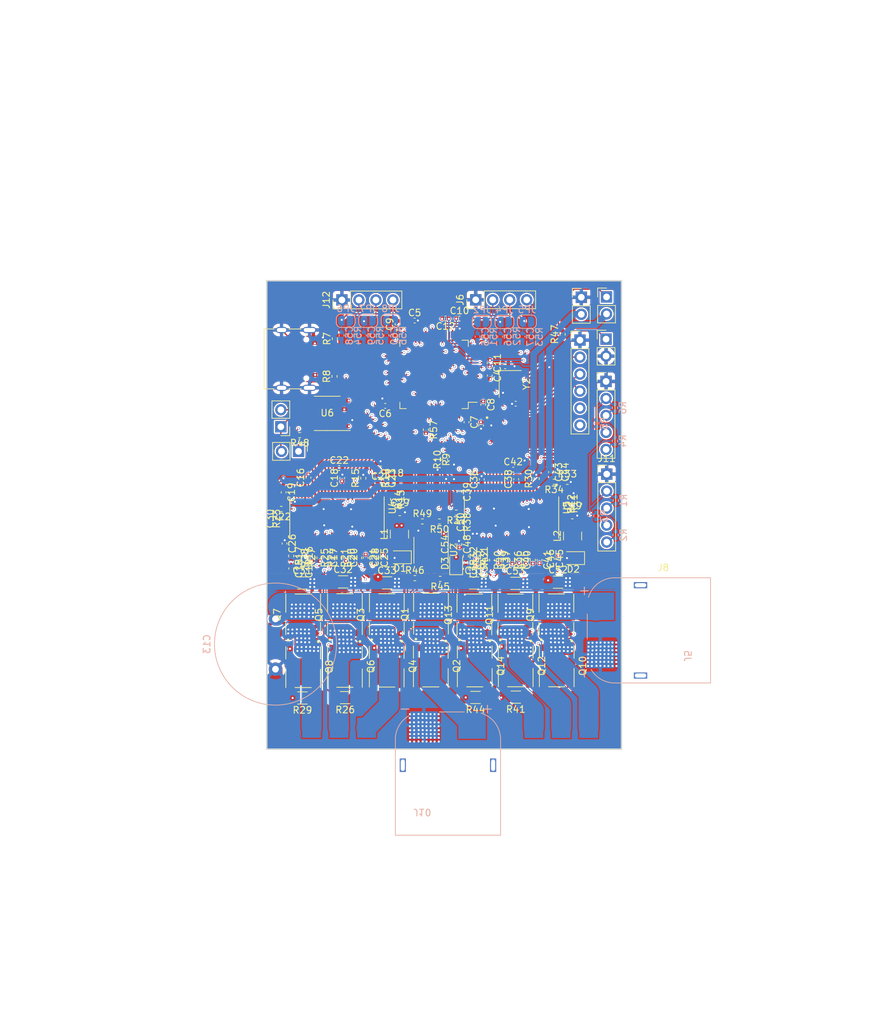
<source format=kicad_pcb>
(kicad_pcb (version 20221018) (generator pcbnew)
  (layers (0 "F.Cu" signal) (1 "In1.Cu" signal) (2 "In2.Cu" signal) (31 "B.Cu" signal) (34 "B.Paste" user) (35 "F.Paste" user) (36 "B.SilkS" user "B.Silkscreen") (37 "F.SilkS" user "F.Silkscreen") (38 "B.Mask" user) (39 "F.Mask" user) (44 "Edge.Cuts" user))
  (net 0 "")
  (net 1 "GND")
  (net 2 "/nRST")
  (net 3 "/BOOT0")
  (net 4 "VCC")
  (net 5 "VDDA")
  (net 6 "VSSA")
  (net 7 "/nFAULT")
  (net 8 "+5V")
  (net 9 "/USB_DP")
  (net 10 "/USB_DM")
  (net 11 "/SWDIO")
  (net 12 "/SWCLK")
  (net 13 "/M0_nCS")
  (net 14 "/M1_nCS")
  (net 15 "/M1_ENC_Z")
  (net 16 "/M0_SO1")
  (net 17 "/M0_SO2")
  (net 18 "/M1_SO2")
  (net 19 "/M1_SO1")
  (net 20 "/GPIO_1_FLT")
  (net 21 "/GPIO_2_FLT")
  (net 22 "/GPIO_3")
  (net 23 "/GPIO_4")
  (net 24 "/M1_TEMP")
  (net 25 "/AUX_TEMP")
  (net 26 "/VBUS_S")
  (net 27 "/M1_AL")
  (net 28 "/GPIO_5")
  (net 29 "/M0_TEMP")
  (net 30 "/M1_BL")
  (net 31 "/M1_CL")
  (net 32 "/GPIO_6_FLT")
  (net 33 "/AUX_L")
  (net 34 "/AUX_H")
  (net 35 "/EN_GATE")
  (net 36 "/M0_AL")
  (net 37 "/M0_BL")
  (net 38 "/M0_CL")
  (net 39 "/M1_AH")
  (net 40 "/M1_BH")
  (net 41 "/M1_CH")
  (net 42 "/M0_ENC_Z")
  (net 43 "/M0_AH")
  (net 44 "/M0_BH")
  (net 45 "/M0_CH")
  (net 46 "/GPIO_7_FLT")
  (net 47 "/SPI_SCK ")
  (net 48 "/SPI_MISO")
  (net 49 "/SPI_MOSI")
  (net 50 "/GPIO_8_FLT")
  (net 51 "/M0_ENC_A")
  (net 52 "/M0_ENC_B")
  (net 53 "/M1_ENC_A")
  (net 54 "/M1_ENC_B")
  (net 55 "/CAN_R")
  (net 56 "/CAN_D")
  (net 57 "VDC")
  (net 58 "/M0/SL_B")
  (net 59 "/M0/SL_C")
  (net 60 "/M0_C")
  (net 61 "GVDD")
  (net 62 "/M0_B")
  (net 63 "/M0_A")
  (net 64 "Net-(C24-Pad2)")
  (net 65 "Net-(D1-K)")
  (net 66 "/M1/SL_B")
  (net 67 "/M1/SL_C")
  (net 68 "Net-(U4-DVDD)")
  (net 69 "Net-(U4-BST_C)")
  (net 70 "/M1_C")
  (net 71 "Net-(U4-AVDD)")
  (net 72 "Net-(U4-BST_B)")
  (net 73 "/M1_B")
  (net 74 "Net-(U4-BST_A)")
  (net 75 "/M1_A")
  (net 76 "Net-(U4-CP2)")
  (net 77 "Net-(U4-CP1)")
  (net 78 "Net-(U4-COMP)")
  (net 79 "Net-(C44-Pad2)")
  (net 80 "Net-(U4-BST_BK)")
  (net 81 "Net-(D2-K)")
  (net 82 "+12V")
  (net 83 "unconnected-(J4-VBUS-PadA4)")
  (net 84 "Net-(J4-CC1)")
  (net 85 "Net-(J4-CC2)")
  (net 86 "Net-(Q3-Pad4)")
  (net 87 "Net-(Q4-Pad4)")
  (net 88 "Net-(Q5-Pad4)")
  (net 89 "Net-(Q6-Pad4)")
  (net 90 "Net-(Q7-Pad4)")
  (net 91 "Net-(Q8-Pad4)")
  (net 92 "Net-(Q9-Pad4)")
  (net 93 "Net-(Q10-Pad4)")
  (net 94 "Net-(Q11-Pad4)")
  (net 95 "Net-(Q12-Pad4)")
  (net 96 "/M0/VSENSE")
  (net 97 "/M1/VSENSE")
  (net 98 "/M0/GH_A")
  (net 99 "/M0/GL_A")
  (net 100 "/M0/GH_B")
  (net 101 "/M0/GL_B")
  (net 102 "/M0/GH_C")
  (net 103 "/M0/GL_C")
  (net 104 "Net-(U4-DTC)")
  (net 105 "Net-(U4-SN1)")
  (net 106 "Net-(U4-SN2)")
  (net 107 "Net-(U4-RT_CLK)")
  (net 108 "/M1/GH_A")
  (net 109 "/M1/GL_A")
  (net 110 "/M1/GH_B")
  (net 111 "/M1/GL_B")
  (net 112 "/M1/GH_C")
  (net 113 "/M1/GL_C")
  (net 114 "/M0/DC_CAL")
  (net 117 "/M1/DC_CAL")
  (net 120 "Net-(U3-PH0)")
  (net 121 "Net-(U3-PH1)")
  (net 122 "Net-(U3-VCAP_1)")
  (net 123 "Net-(U3-VCAP_2)")
  (net 124 "Net-(U5-DVDD)")
  (net 125 "Net-(U5-BST_C)")
  (net 126 "Net-(U5-AVDD)")
  (net 127 "Net-(U5-BST_B)")
  (net 128 "Net-(U5-BST_A)")
  (net 129 "Net-(U5-CP2)")
  (net 130 "Net-(U5-CP1)")
  (net 131 "Net-(U5-COMP)")
  (net 132 "Net-(U5-BST_BK)")
  (net 133 "Net-(Q13-Pad4)")
  (net 134 "Net-(Q14-Pad4)")
  (net 135 "Net-(U5-DTC)")
  (net 136 "Net-(U5-SN1)")
  (net 137 "Net-(U5-SN2)")
  (net 138 "Net-(U5-RT_CLK)")
  (net 143 "Net-(D3-K)")
  (net 144 "Net-(J10-Pin_2)")
  (net 145 "Net-(Q1-Pad4)")
  (net 146 "Net-(Q2-Pad4)")
  (net 147 "Net-(U2-HO)")
  (net 148 "Net-(U2-LO)")
  (net 150 "/GPIO_3_FLT")
  (net 151 "/GPIO_4_FLT")
  (net 152 "/GPIO_5_FLT")
  (net 153 "/GPIO_6")
  (net 154 "/GPIO_7")
  (net 155 "/GPIO_8")
  (net 156 "Net-(R48-Pad1)")
  (net 157 "/CAN_L")
  (net 158 "/CAN_H")
  (footprint "Resistor_SMD:R_0402_1005Metric" (layer "F.Cu") (at 7.875 41.395 90)
    (fp_text reference "R27")
    (fp_text value "2.2")
  )
  (footprint "Resistor_SMD:R_1206_3216Metric" (layer "F.Cu") (at 31.1875 62.275 180)
    (fp_text reference "R44")
    (fp_text value "500u/1W")
  )
  (footprint "Resistor_SMD:R_0402_1005Metric" (layer "F.Cu") (at 2.165 34.1 180)
    (fp_text reference "R22")
    (fp_text value "NTC")
  )
  (footprint "Capacitor_SMD:C_0402_1005Metric" (layer "F.Cu") (at 32.35 18.525 -90)
    (fp_text reference "C8")
    (fp_text value "C_Small")
  )
  (footprint "Capacitor_SMD:C_0402_1005Metric" (layer "F.Cu") (at 33.325 14.175 -90)
    (fp_text reference "C4")
    (fp_text value "C_Small")
  )
  (footprint "Capacitor_SMD:C_0402_1005Metric" (layer "F.Cu") (at 31.325 43.03 -90)
    (fp_text reference "C34")
    (fp_text value "2200p")
  )
  (footprint "Capacitor_SMD:C_0402_1005Metric" (layer "F.Cu") (at 43.575 41.555 90)
    (fp_text reference "C46")
    (fp_text value "2.2uF")
  )
  (footprint "Resistor_SMD:R_0402_1005Metric" (layer "F.Cu") (at 22.125 44.45)
    (fp_text reference "R46")
    (fp_text value "2.2")
  )
  (footprint "Capacitor_SMD:C_0402_1005Metric" (layer "F.Cu") (at 32.125 29.675 90)
    (fp_text reference "C36")
    (fp_text value "2.2uF")
  )
  (footprint "Capacitor_SMD:C_0402_1005Metric" (layer "F.Cu") (at 22.1 5.95)
    (fp_text reference "C5")
    (fp_text value "C_Small")
  )
  (footprint "Capacitor_SMD:C_0402_1005Metric" (layer "F.Cu") (at 35.62 12.784 180)
    (fp_text reference "C3" hide)
    (fp_text value "C_Small")
  )
  (footprint "Capacitor_SMD:C_0402_1005Metric" (layer "F.Cu") (at 40.75875 41.73 -90)
    (fp_text reference "C41")
    (fp_text value "100nF")
  )
  (footprint "Capacitor_SMD:C_0402_1005Metric" (layer "F.Cu") (at 27.805 36.074 -90)
    (fp_text reference "C50")
    (fp_text value "2.2uF")
  )
  (footprint "Capacitor_SMD:C_0402_1005Metric" (layer "F.Cu") (at 29.75 43.05 -90)
    (fp_text reference "C35")
    (fp_text value "2200p")
  )
  (footprint "Resistor_SMD:R_0402_1005Metric" (layer "F.Cu") (at 25.8 35.975 180)
    (fp_text reference "R50")
    (fp_text value "3.3k")
  )
  (footprint "Resistor_SMD:R_0402_1005Metric" (layer "F.Cu") (at 23.25 35.975)
    (fp_text reference "R49")
    (fp_text value "3.3k")
  )
  (footprint "Resistor_SMD:R_0402_1005Metric" (layer "F.Cu") (at 25.65 26.725 -90)
    (fp_text reference "R9")
    (fp_text value "10k")
  )
  (footprint "Capacitor_SMD:C_1206_3216Metric" (layer "F.Cu") (at 5.3 45.175)
    (fp_text reference "C31")
    (fp_text value "C")
  )
  (footprint "lib:TRANS_NTMFS5C628NLT1G" (layer "F.Cu") (at 43.325 57.625 -90)
    (fp_text reference "Q10")
    (fp_text value "NTMFS5C628NLT1G")
  )
  (footprint "lib:TRANS_NTMFS5C628NLT1G" (layer "F.Cu") (at 24.535 49.755 90)
    (fp_text reference "Q1")
    (fp_text value "NTMFS5C628NLT1G")
  )
  (footprint "Capacitor_SMD:C_0402_1005Metric" (layer "F.Cu") (at 28.775 31.55 -90)
    (fp_text reference "C39")
    (fp_text value "2.2uF")
  )
  (footprint "lib:TRANS_NTMFS5C628NLT1G" (layer "F.Cu") (at 43.28 49.855 90)
    (fp_text reference "Q9")
    (fp_text value "NTMFS5C628NLT1G")
  )
  (footprint "Resistor_SMD:R_0402_1005Metric" (layer "F.Cu") (at 9.825 41.405 90)
    (fp_text reference "R25")
    (fp_text value "2.2")
  )
  (footprint "Capacitor_SMD:C_0402_1005Metric" (layer "F.Cu") (at 1.665 35.55 90)
    (fp_text reference "C30")
    (fp_text value "2.2uF")
  )
  (footprint "Resistor_SMD:R_0402_1005Metric" (layer "F.Cu") (at 28.78 36.084 -90)
    (fp_text reference "R38")
    (fp_text value "1k")
  )
  (footprint "Resistor_SMD:R_0402_1005Metric" (layer "F.Cu") (at 26.65 26.725 90)
    (fp_text reference "R10")
    (fp_text value "1k")
  )
  (footprint "Connector_PinHeader_2.54mm:PinHeader_1x02_P2.54mm_Vertical" (layer "F.Cu") (at 4.74 25.5 -90)
    (fp_text reference "SW1" hide)
    (fp_text value "SW_DIP_x01")
  )
  (footprint "Resistor_SMD:R_0402_1005Metric" (layer "F.Cu") (at 2.64 35.56 90)
    (fp_text reference "R23")
    (fp_text value "1k")
  )
  (footprint "Capacitor_SMD:C_1206_3216Metric" (layer "F.Cu") (at 37.143 45.221)
    (fp_text reference "C53")
    (fp_text value "C")
  )
  (footprint "Capacitor_SMD:C_0402_1005Metric" (layer "F.Cu") (at 17.55 29.5 -90)
    (fp_text reference "C23")
    (fp_text value "82p")
  )
  (footprint "Capacitor_SMD:C_0402_1005Metric" (layer "F.Cu") (at 6.225 29.43 90)
    (fp_text reference "C16")
    (fp_text value "2.2uF")
  )
  (footprint "Connector_PinHeader_2.54mm:PinHeader_1x05_P2.54mm_Vertical" (layer "F.Cu") (at 50.8 28.9)
    (fp_text reference "J11")
    (fp_text value "Conn_01x05_Pin")
  )
  (footprint "lib:TRANS_NTMFS5C628NLT1G" (layer "F.Cu") (at 5.44 49.871 90)
    (fp_text reference "Q7")
    (fp_text value "NTMFS5C628NLT1G")
  )
  (footprint "Resistor_SMD:R_0402_1005Metric" (layer "F.Cu") (at 32.65875 41.75 90)
    (fp_text reference "R43")
    (fp_text value "2.2")
  )
  (footprint "Capacitor_SMD:C_0402_1005Metric" (layer "F.Cu") (at 11.275 29.48 90)
    (fp_text reference "C18")
    (fp_text value "2.2uF")
  )
  (footprint "Connector_PinHeader_2.54mm:PinHeader_1x04_P2.54mm_Vertical" (layer "F.Cu") (at 31.225 2.85 90)
    (fp_text reference "J6")
    (fp_text value "Conn_01x04_Pin")
  )
  (footprint "Resistor_SMD:R_0402_1005Metric" (layer "F.Cu") (at 5.175 41.125 -90)
    (fp_text reference "R16")
    (fp_text value "120")
  )
  (footprint "Capacitor_SMD:C_0402_1005Metric" (layer "F.Cu") (at 32.028 21.63 -90)
    (fp_text reference "C1" hide)
    (fp_text value "C_Small")
  )
  (footprint "Connector_PinHeader_2.54mm:PinHeader_1x06_P2.54mm_Vertical" (layer "F.Cu") (at 46.8 8.875)
    (fp_text reference "J13" hide)
    (fp_text value "Conn_01x06_Pin")
  )
  (footprint "Capacitor_SMD:C_0402_1005Metric" (layer "F.Cu") (at 3.65 43 -90)
    (fp_text reference "C15")
    (fp_text value "2200p")
  )
  (footprint "Resistor_SMD:R_0402_1005Metric" (layer "F.Cu") (at 28.315 34.649 180)
    (fp_text reference "R37")
    (fp_text value "NTC")
  )
  (footprint "Capacitor_SMD:C_0402_1005Metric" (layer "F.Cu") (at 17.7 18.7 180)
    (fp_text reference "C6")
    (fp_text value "C_Small")
  )
  (footprint "Capacitor_SMD:C_0402_1005Metric" (layer "F.Cu") (at 37.275 29.65 90)
    (fp_text reference "C38")
    (fp_text value "2.2uF")
  )
  (footprint "lib:SOP50P810X120-57N" (layer "F.Cu") (at 36.575 35.4 -90)
    (fp_text reference "U5")
    (fp_text value "DRV8301DCAR")
  )
  (footprint "Resistor_SMD:R_1206_3216Metric" (layer "F.Cu") (at 11.7125 62.3 180)
    (fp_text reference "R26")
    (fp_text value "500u/1W")
  )
  (footprint "Diode_SMD:D_0805_2012Metric" (layer "F.Cu") (at 28.3 42.25 90)
    (fp_text reference "D3")
    (fp_text value "D_Small")
  )
  (footprint "Capacitor_SMD:C_0402_1005Metric" (layer "F.Cu") (at 42.6 41.55 -90)
    (fp_text reference "C45")
    (fp_text value "100nF")
  )
  (footprint "Resistor_SMD:R_0402_1005Metric" (layer "F.Cu") (at 10.875 41.395 90)
    (fp_text reference "R24")
    (fp_text value "2.2")
  )
  (footprint "Capacitor_SMD:C_0402_1005Metric" (layer "F.Cu") (at 19.55 6.5 90)
    (fp_text reference "C9")
    (fp_text value "C_Small")
  )
  (footprint "Diode_SMD:D_0805_2012Metric" (layer "F.Cu") (at 19.9125 41.325 180)
    (fp_text reference "D1")
    (fp_text value "D_Small")
  )
  (footprint "Capacitor_SMD:C_1206_3216Metric" (layer "F.Cu") (at 43.525 45.049)
    (fp_text reference "C52")
    (fp_text value "C")
  )
  (footprint "Diode_SMD:D_0805_2012Metric" (layer "F.Cu") (at 45.8 41.45 180)
    (fp_text reference "D2")
    (fp_text value "D_Small")
  )
  (footprint "lib:TRANS_NTMFS5C628NLT1G" (layer "F.Cu") (at 11.675 49.826 90)
    (fp_text reference "Q5")
    (fp_text value "NTMFS5C628NLT1G")
  )
  (footprint "Capacitor_SMD:C_0402_1005Metric" (layer "F.Cu") (at 29.85 21.15 -90)
    (fp_text reference "C7")
    (fp_text value "C_Small")
  )
  (footprint "Inductor_SMD:L_1210_3225Metric" (layer "F.Cu") (at 45.7 38.149 90)
    (fp_text reference "L2")
    (fp_text value "L_Small")
  )
  (footprint "Capacitor_SMD:C_0402_1005Metric" (layer "F.Cu") (at 11.85 41.375 -90)
    (fp_text reference "C20")
    (fp_text value "100nF")
  )
  (footprint "Resistor_SMD:R_1206_3216Metric" (layer "F.Cu") (at 37.2125 62.225 180)
    (fp_text reference "R41")
    (fp_text value "500u/1W")
  )
  (footprint "Resistor_SMD:R_0402_1005Metric" (layer "F.Cu") (at 3.65 41.135 -90)
    (fp_text reference "R17")
    (fp_text value "120")
  )
  (footprint "Capacitor_SMD:C_0402_1005Metric" (layer "F.Cu") (at 33.3 12.3 -90)
    (fp_text reference "C11")
    (fp_text value "C_Small")
  )
  (footprint "Capacitor_SMD:C_0402_1005Metric" (layer "F.Cu") (at 28.775 39.375 -90)
    (fp_text reference "C48")
    (fp_text value "2.2uF")
  )
  (footprint "Resistor_SMD:R_0402_1005Metric" (layer "F.Cu") (at 4.925 23.075 180)
    (fp_text reference "R48")
    (fp_text value "120")
  )
  (footprint "Resistor_SMD:R_0402_1005Metric" (layer "F.Cu") (at 29.75 41.15 -90)
    (fp_text reference "R32")
    (fp_text value "120")
  )
  (footprint "Resistor_SMD:R_0402_1005Metric" (layer "F.Cu") (at 16.55 29.525 -90)
    (fp_text reference "R19")
    (fp_text value "47k")
  )
  (footprint "Resistor_SMD:R_0402_1005Metric" (layer "F.Cu") (at 33.6775 41.75 90)
    (fp_text reference "R42")
    (fp_text value "2.2")
  )
  (footprint "Resistor_SMD:R_0402_1005Metric" (layer "F.Cu") (at 35.695 41.75 90)
    (fp_text reference "R40")
    (fp_text value "2.2")
  )
  (footprint "Resistor_SMD:R_0402_1005Metric" (layer "F.Cu") (at 46.675 33.349 90)
    (fp_text reference "R12")
    (fp_text value "10k")
  )
  (footprint "Connector_PinHeader_2.54mm:PinHeader_1x02_P2.54mm_Vertical" (layer "F.Cu") (at 50.775 2.425)
    (fp_text reference "J1" hide)
    (fp_text value "Conn_01x02_Pin")
  )
  (footprint "Resistor_SMD:R_0402_1005Metric" (layer "F.Cu") (at 10.125 14.29 90)
    (fp_text reference "R8")
    (fp_text value "5.1k")
  )
  (footprint "Capacitor_SMD:C_0603_1608Metric" (layer "F.Cu") (at 19.875 34.6)
    (fp_text reference "C29")
    (fp_text value "68uF")
  )
  (footprint "Resistor_SMD:R_0402_1005Metric" (layer "F.Cu") (at 20.875 32.735 90)
    (fp_text reference "R14")
    (fp_text value "10k")
  )
  (footprint "Capacitor_SMD:C_1206_3216Metric" (layer "F.Cu") (at 17.975 45.15)
    (fp_text reference "C33")
    (fp_text value "C")
  )
  (footprint "Resistor_SMD:R_0402_1005Metric" (layer "F.Cu") (at 12.825 41.41 90)
    (fp_text reference "R21")
    (fp_text value "2.2")
  )
  (footprint "Resistor_SMD:R_0402_1005Metric" (layer "F.Cu") (at 42.95 30.05 180)
    (fp_text reference "R34")
    (fp_text value "47k")
  )
  (footprint "Capacitor_SMD:C_0402_1005Metric" (layer "F.Cu") (at 28.795 5.65)
    (fp_text reference "C10")
    (fp_text value "C_Small")
  )
  (footprint "Resistor_SMD:R_0402_1005Metric" (layer "F.Cu") (at 19.035 29.925)
    (fp_text reference "R18")
    (fp_text value "220k")
  )
  (footprint "Resistor_SMD:R_0402_1005Metric" (layer "F.Cu") (at 23.775 22.265 -90)
    (fp_text reference "R57")
    (fp_text value "10k")
  )
  (footprint "Resistor_SMD:R_0402_1005Metric" (layer "F.Cu") (at 6.85 41.405 90)
    (fp_text reference "R28")
    (fp_text value "2.2")
  )
  (footprint "lib:TRANS_NTMFS5C628NLT1G" (layer "F.Cu") (at 37.155 49.875 90)
    (fp_text reference "Q11")
    (fp_text value "NTMFS5C628NLT1G")
  )
  (footprint "Connector_PinHeader_2.54mm:PinHeader_1x02_P2.54mm_Vertical" (layer "F.Cu") (at 47 2.475)
    (fp_text reference "J2" hide)
    (fp_text value "Conn_01x02_Pin")
  )
  (footprint "Package_QFP:LQFP-64_10x10mm_P0.5mm" (layer "F.Cu") (at 25 14 180)
    (fp_text reference "U3" hide)
    (fp_text value "STM32F405RGTx")
  )
  (footprint "lib:TRANS_NTMFS5C628NLT1G" (layer "F.Cu") (at 17.92 57.67 -90)
    (fp_text reference "Q4")
    (fp_text value "NTMFS5C628NLT1G")
  )
  (footprint "Package_SO:SOIC-8_3.9x4.9mm_P1.27mm" (layer "F.Cu") (at 24.55 40.275 -90)
    (fp_text reference "U2")
    (fp_text value "LM5109BMA")
  )
  (footprint "Resistor_SMD:R_0402_1005Metric" (layer "F.Cu") (at 44.2 8.01 90)
    (fp_text reference "R47")
    (fp_text value "10k")
  )
  (footprint "Resistor_SMD:R_0402_1005Metric" (layer "F.Cu") (at 10.175 8.665 90)
    (fp_text reference "R7")
    (fp_text value "5.1k")
  )
  (footprint "Capacitor_SMD:C_0603_1608Metric" (layer "F.Cu") (at 45.65 35.075)
    (fp_text reference "C49")
    (fp_text value "68uF")
  )
  (footprint "Resistor_SMD:R_0402_1005Metric" (layer "F.Cu") (at 39.75 41.75 90)
    (fp_text reference "R35")
    (fp_text value "2.2")
  )
  (footprint "lib:TRANS_NTMFS5C628NLT1G" (layer "F.Cu") (at 11.675 57.7 -90)
    (fp_text reference "Q6")
    (fp_text value "NTMFS5C628NLT1G")
  )
  (footprint "lib:TRANS_NTMFS5C628NLT1G" (layer "F.Cu") (at 37.198 57.625 -90)
    (fp_text reference "Q12")
    (fp_text value "NTMFS5C628NLT1G")
  )
  (footprint "Capacitor_SMD:C_0402_1005Metric" (layer "F.Cu") (at 2.65 39.27 -90)
    (fp_text reference "C26")
    (fp_text value "2.2uF")
  )
  (footprint "Capacitor_SMD:C_0402_1005Metric" (layer "F.Cu") (at 10.82 28)
    (fp_text reference "C22")
    (fp_text value "22nF")
  )
  (footprint "Resistor_SMD:R_0402_1005Metric" (layer "F.Cu") (at 25.91 44.55 180)
    (fp_text reference "R45")
    (fp_text value "2.2")
  )
  (footprint "Resistor_SMD:R_0402_1005Metric" (layer "F.Cu") (at 44.91 30.05)
    (fp_text reference "R33")
    (fp_text value "220k")
  )
  (footprint "Capacitor_SMD:C_0402_1005Metric" (layer "F.Cu") (at 14.775 41.405 -90)
    (fp_text reference "C21")
    (fp_text value "100nF")
  )
  (footprint "Crystal:Crystal_SMD_3225-4Pin_3.2x2.5mm" (layer "F.Cu") (at 36.375 15.425 -90)
    (fp_text reference "Y2")
    (fp_text value "Crystal_GND24_Small")
  )
  (footprint "Resistor_SMD:R_0402_1005Metric" (layer "F.Cu") (at 40.325 29.575 90)
    (fp_text reference "R30")
    (fp_text value "18k")
  )
  (footprint "Capacitor_SMD:C_0402_1005Metric" (layer "F.Cu") (at 5.15 43.005 -90)
    (fp_text reference "C14")
    (fp_text value "2200p")
  )
  (footprint "Capacitor_SMD:C_0402_1005Metric" (layer "F.Cu") (at 36.825 28.225)
    (fp_text reference "C42")
    (fp_text value "22nF")
  )
  (footprint "Package_SO:SOIC-8_3.9x4.9mm_P1.27mm" (layer "F.Cu") (at 9.025 19.825 180)
    (fp_text reference "U6")
    (fp_text value "SN65HVD1050D")
  )
  (footprint "lib:TRANS_NTMFS5C628NLT1G" (layer "F.Cu") (at 24.51 57.645 -90)
    (fp_text reference "Q2")
    (fp_text value "NTMFS5C628NLT1G")
  )
  (footprint "Capacitor_SMD:C_0402_1005Metric" (layer "F.Cu") (at 17.375 41.35 90)
    (fp_text reference "C28")
    (fp_text value "2.2uF")
  )
  (footprint "Connector_PinHeader_2.54mm:PinHeader_1x04_P2.54mm_Vertical" (layer "F.Cu") (at 11.23 2.875 90)
    (fp_text reference "J12")
    (fp_text value "Conn_01x04_Pin")
  )
  (footprint "Resistor_SMD:R_0402_1005Metric" (layer "F.Cu") (at 31.325 41.135 -90)
    (fp_text reference "R31")
    (fp_text value "120")
  )
  (footprint "lib:TRANS_NTMFS5C628NLT1G" (layer "F.Cu") (at 31.075 57.6375 -90)
    (fp_text reference "Q14")
    (fp_text value "NTMFS5C628NLT1G")
  )
  (footprint "lib:TRANS_NTMFS5C628NLT1G" (layer "F.Cu") (at 31.027 49.8715 90)
    (fp_text reference "Q13")
    (fp_text value "NTMFS5C628NLT1G")
  )
  (footprint "Capacitor_SMD:C_0402_1005Metric" (layer "F.Cu") (at 2.525 31.625 -90)
    (fp_text reference "C19")
    (fp_text value "2.2uF")
  )
  (footprint "Resistor_SMD:R_1206_3216Metric" (layer "F.Cu") (at 5.325 62.35 180)
    (fp_text reference "R29")
    (fp_text value "500u/1W")
  )
  (footprint "lib:TRANS_NTMFS5C628NLT1G" (layer "F.Cu") (at 5.44 57.745 -90)
    (fp_text reference "Q8")
    (fp_text value "NTMFS5C628NLT1G")
  )
  (footprint "Capacitor_SMD:C_1206_3216Metric" (layer "F.Cu") (at 30.975 45.175)
    (fp_text reference "C51")
    (fp_text value "C")
  )
  (footprint "Capacitor_SMD:C_1206_3216Metric" (layer "F.Cu") (at 11.408 45)
    (fp_text reference "C32")
    (fp_text value "C")
  )
  (footprint "lib:MIC5524-3.3YMT-T5" (layer "F.Cu") (at 33.552 21.629 -90)
    (fp_text reference "U1")
    (fp_text value "MIC5524-3.3YMT-T5")
  )
  (footprint "Capacitor_SMD:C_0402_1005Metric" (layer "F.Cu") (at 8.85 41.375 -90)
    (fp_text reference "C17")
    (fp_text value "100nF")
  )
  (footprint "Resistor_SMD:R_0402_1005Metric" (layer "F.Cu") (at 38.73125 41.75 90)
    (fp_text reference "R36")
    (fp_text value "2.2")
  )
  (footprint "Capacitor_SMD:C_0402_1005Metric" (layer "F.Cu") (at 42.475 28.6 -90)
    (fp_text reference "C43")
    (fp_text value "82p")
  )
  (footprint "lib:TRANS_NTMFS5C628NLT1G" (layer "F.Cu") (at 17.935 49.83 90)
    (fp_text reference "Q3")
    (fp_text value "NTMFS5C628NLT1G")
  )
  (footprint "Inductor_SMD:L_1210_3225Metric" (layer "F.Cu") (at 19.825 37.875 90)
    (fp_text reference "L1")
    (fp_text value "L_Small")
  )
  (footprint "Capacitor_SMD:C_0402_1005Metric" (layer "F.Cu") (at 26.7 5.65 180)
    (fp_text reference "C12")
    (fp_text value "2.2uF")
  )
  (footprint "Connector_PinHeader_2.54mm:PinHeader_1x02_P2.54mm_Vertical" (layer "F.Cu") (at 50.7 8.725)
    (fp_text reference "SW2" hide)
    (fp_text value "SW_DIP_x01")
  )
  (footprint "Resistor_SMD:R_0402_1005Metric" (layer "F.Cu") (at 13.8 41.41 90)
    (fp_text reference "R20")
    (fp_text value "2.2")
  )
  (footprint "Resistor_SMD:R_0402_1005Metric" (layer "F.Cu") (at 14.425 29.51 90)
    (fp_text reference "R15")
    (fp_text value "18k")
  )
  (footprint "Resistor_SMD:R_0402_1005Metric" (layer "F.Cu") (at 36.71375 41.75 90)
    (fp_text reference "R39")
    (fp_text value "2.2")
  )
  (footprint "Capacitor_SMD:C_0402_1005Metric" (layer "F.Cu") (at 43.45 28.6 -90)
    (fp_text reference "C44")
    (fp_text value "270p")
  )
  (footprint "Capacitor_SMD:C_0402_1005Metric" (layer "F.Cu") (at 37.7225 41.73 -90)
    (fp_text reference "C40")
    (fp_text value "100nF")
  )
  (footprint "lib:SOP50P810X120-57N" (layer "F.Cu") (at 10.49 35.396 -90)
    (fp_text reference "U4")
    (fp_text value "DRV8301DCAR")
  )
  (footprint "Resistor_SMD:R_0402_1005Metric" (layer "F.Cu") (at 44.75 33.299 -90)
    (fp_text reference "R11")
    (fp_text value "10k")
  )
  (footprint "Capacitor_SMD:C_0402_1005Metric" (layer "F.Cu") (at 17.05 28.075 180)
    (fp_text reference "C24")
    (fp_text value "270p")
  )
  (footprint "Capacitor_SMD:C_0402_1005Metric" (layer "F.Cu") (at 27.8 39.375 90)
    (fp_text reference "C54")
    (fp_text value "C_Small")
  )
  (footprint "Connector_PinHeader_2.54mm:PinHeader_1x02_P2.54mm_Vertical" (layer "F.Cu") (at 2.1 21.825 180)
    (fp_text reference "J3" hide)
    (fp_text value "Conn_01x02_Pin")
  )
  (footprint "Capacitor_SMD:C_0402_1005Metric" (layer "F.Cu") (at 34.68625 41.73 -90)
    (fp_text reference "C37")
    (fp_text value "100nF")
  )
  (footprint "Capacitor_SMD:C_0402_1005Metric" (layer "F.Cu") (at 37.2 18.372)
    (fp_text reference "C2" hide)
    (fp_text value "C_Small")
  )
  (footprint "Resistor_SMD:R_0402_1005Metric" (layer "F.Cu") (at 18.875 32.665 -90)
    (fp_text reference "R13")
    (fp_text value "10k")
  )
  (footprint "Connector_USB:USB_C_Receptacle_Palconn_UTC16-G" (layer "F.Cu") (at 4.45 11.685 -90)
    (fp_text reference "J4" hide)
    (fp_text value "USB_C_Receptacle_USB2.0_16P")
  )
  (footprint "Connector_PinHeader_2.54mm:PinHeader_1x05_P2.54mm_Vertical" (layer "F.Cu") (at 50.7 15.05)
    (fp_text reference "J8")
    (fp_text value "Conn_01x05_Pin")
  )
  (footprint "Capacitor_SMD:C_0402_1005Metric" (layer "F.Cu") (at 16.425 41.355 -90)
    (fp_text reference "C25")
    (fp_text value "100nF")
  )
  (footprint "lib:MR60-FB" (layer "B.Cu") (at 44 66.825 180)
    (fp_text reference "J9" hide)
    (fp_text value "Conn_01x03_Pin" hide)
  )
  (footprint "Resistor_SMD:R_0402_1005Metric" (layer "B.Cu") (at 19.175 8.2 90)
    (fp_text reference "R56")
    (fp_text value "3.3k")
  )
  (footprint "Jumper:SolderJumper-2_P1.3mm_Open_RoundedPad1.0x1.5mm" (layer "B.Cu") (at 32.125 6.15 180)
    (fp_text reference "JP2")
    (fp_text value "SolderJumper_2_Open")
  )
  (footprint "Capacitor_SMD:C_0402_1005Metric" (layer "B.Cu") (at 31.5 8.355 90)
    (fp_text reference "C55")
    (fp_text value "C_Small")
  )
  (footprint "Resistor_SMD:R_0402_1005Metric" (layer "B.Cu") (at 52.025 23.95 90)
    (fp_text reference "R4")
    (fp_text value "3.3k")
  )
  (footprint "lib:XT60PT-M" (layer "B.Cu") (at 62.382 56.0804 90)
    (fp_text reference "J5")
    (fp_text value "Conn_01x02_Pin")
  )
  (footprint "Capacitor_THT:C_Radial_D18.0mm_H35.5mm_P7.50mm" (layer "B.Cu") (at 1.3 50.55 -90)
    (fp_text reference "C13")
    (fp_text value "1000uF")
  )
  (footprint "Resistor_SMD:R_0402_1005Metric" (layer "B.Cu") (at 36.175 8.375 90)
    (fp_text reference "R52")
    (fp_text value "3.3k")
  )
  (footprint "Jumper:SolderJumper-2_P1.3mm_Open_RoundedPad1.0x1.5mm" (layer "B.Cu") (at 11.8 5.975 180)
    (fp_text reference "JP6")
    (fp_text value "SolderJumper_2_Open")
  )
  (footprint "Resistor_SMD:R_0402_1005Metric" (layer "B.Cu") (at 52.025 18.985 90)
    (fp_text reference "R6")
    (fp_text value "3.3k")
  )
  (footprint "Resistor_SMD:R_0402_1005Metric" (layer "B.Cu") (at 12.425 8.2 90)
    (fp_text reference "R54")
    (fp_text value "3.3k")
  )
  (footprint "Capacitor_SMD:C_0402_1005Metric" (layer "B.Cu") (at 34.875 8.345 90)
    (fp_text reference "C56")
    (fp_text value "C_Small")
  )
  (footprint "Capacitor_SMD:C_0402_1005Metric" (layer "B.Cu") (at 11.175 8.175 90)
    (fp_text reference "C58")
    (fp_text value "C_Small")
  )
  (footprint "Resistor_SMD:R_0402_1005Metric" (layer "B.Cu") (at 15.75 8.2 90)
    (fp_text reference "R55")
    (fp_text value "3.3k")
  )
  (footprint "Capacitor_SMD:C_0402_1005Metric" (layer "B.Cu") (at 14.5 8.18 90)
    (fp_text reference "C59")
    (fp_text value "C_Small")
  )
  (footprint "Jumper:SolderJumper-2_P1.3mm_Open_RoundedPad1.0x1.5mm" (layer "B.Cu") (at 15.15 5.975 180)
    (fp_text reference "JP7")
    (fp_text value "SolderJumper_2_Open")
  )
  (footprint "Capacitor_SMD:C_0402_1005Metric" (layer "B.Cu") (at 17.875 8.175 90)
    (fp_text reference "C60")
    (fp_text value "C_Small")
  )
  (footprint "Capacitor_SMD:C_0402_1005Metric" (layer "B.Cu") (at 38.225 8.37 90)
    (fp_text reference "C57")
    (fp_text value "C_Small")
  )
  (footprint "Resistor_SMD:R_0402_1005Metric" (layer "B.Cu") (at 49.25 35.15 90)
    (fp_text reference "R3")
    (fp_text value "3.3k")
  )
  (footprint "Resistor_SMD:R_0402_1005Metric" (layer "B.Cu") (at 49.25 21.3 90)
    (fp_text reference "R5")
    (fp_text value "3.3k")
  )
  (footprint "Jumper:SolderJumper-2_P1.3mm_Open_RoundedPad1.0x1.5mm" (layer "B.Cu") (at 18.5 5.975 180)
    (fp_text reference "JP8")
    (fp_text value "SolderJumper_2_Open")
  )
  (footprint "lib:XT60PT-M" (layer "B.Cu") (at 23.2446 78.932)
    (fp_text reference "J10")
    (fp_text value "Conn_01x02_Pin")
  )
  (footprint "Resistor_SMD:R_0402_1005Metric" (layer "B.Cu") (at 32.725 8.375 90)
    (fp_text reference "R51")
    (fp_text value "3.3k")
  )
  (footprint "Resistor_SMD:R_0402_1005Metric" (layer "B.Cu") (at 52.125 38 90)
    (fp_text reference "R2")
    (fp_text value "3.3k")
  )
  (footprint "Resistor_SMD:R_0402_1005Metric" (layer "B.Cu") (at 52.15 32.835 90)
    (fp_text reference "R1")
    (fp_text value "3.3k")
  )
  (footprint "Resistor_SMD:R_0402_1005Metric" (layer "B.Cu") (at 39.55 8.39 90)
    (fp_text reference "R53")
    (fp_text value "3.3k")
  )
  (footprint "Jumper:SolderJumper-2_P1.3mm_Open_RoundedPad1.0x1.5mm" (layer "B.Cu") (at 35.525 6.15 180)
    (fp_text reference "JP4")
    (fp_text value "SolderJumper_2_Open")
  )
  (footprint "Jumper:SolderJumper-2_P1.3mm_Open_RoundedPad1.0x1.5mm" (layer "B.Cu") (at 38.875 6.125 180)
    (fp_text reference "JP5")
    (fp_text value "SolderJumper_2_Open")
  )
  (footprint "lib:MR60-FB" (layer "B.Cu") (at 10.8 66.8 180)
    (fp_text reference "J7" hide)
    (fp_text value "Conn_01x03_Pin" hide)
  )
  (gr_rect (start 0 0) (end 53 70) (stroke (width 0.2)) (fill none) (layer "Edge.Cuts"))
  (segment (start 49.525 62.925) (end 47.075 65.375) (width 2) (layer "F.Cu") (net 1))
  (segment (start 48.625 62.925) (end 43.325 57.625) (width 2) (layer "F.Cu") (net 1))
  (segment (start 4.78 9.935) (end 2.21 7.365) (width 0.2) (layer "F.Cu") (net 1))
  (segment (start 49.525 56.175) (end 49.525 62.925) (width 2) (layer "F.Cu") (net 1))
  (segment (start 9.28 12.935) (end 10.125 13.78) (width 0.2) (layer "F.Cu") (net 1))
  (segment (start 8.8 66.3) (end 4.125 66.3) (width 2) (layer "F.Cu") (net 1))
  (segment (start 20.875 34.375) (end 20.875 33.245) (width 0.2) (layer "F.Cu") (net 1))
  (segment (start 3.998014 38.031) (end 3.409 38.031) (width 0.2) (layer "F.Cu") (net 1))
  (segment (start 32.755 18.6) (end 32.35 19.005) (width 0.2) (layer "F.Cu") (net 1))
  (segment (start 5.24 38.272986) (end 4.998014 38.031) (width 0.2) (layer "F.Cu") (net 1))
  (segment (start 44.8625 41.45) (end 44.4075 41.905) (width 0.2) (layer "F.Cu") (net 1))
  (segment (start 5.84 16.005) (end 2.21 16.005) (width 0.2) (layer "F.Cu") (net 1))
  (segment (start 17.375 41.83) (end 18.47 41.83) (width 0.2) (layer "F.Cu") (net 1))
  (segment (start 42.5 66.3) (end 33.575 66.3) (width 2) (layer "F.Cu") (net 1))
  (segment (start 28.582236 7.15) (end 28.825 7.15) (width 0.25) (layer "F.Cu") (net 1))
  (segment (start 32.65 65.375) (end 33.575 66.3) (width 2) (layer "F.Cu") (net 1))
  (segment (start 44.4075 41.905) (end 43.6 41.905) (width 0.2) (layer "F.Cu") (net 1))
  (segment (start 47.075 66.3) (end 42.5 66.3) (width 2) (layer "F.Cu") (net 1))
  (segment (start 28.225896 20.800896) (end 29.055 21.63) (width 0.2) (layer "F.Cu") (net 1))
  (segment (start 30.788493 37.813493) (end 33.201986 35.4) (width 0.2) (layer "F.Cu") (net 1))
  (segment (start 9.845 8.485) (end 10.175 8.155) (width 0.2) (layer "F.Cu") (net 1))
  (segment (start 18.47 41.83) (end 19.1 41.425) (width 0.2) (layer "F.Cu") (net 1))
  (segment (start 4.24 39.116) (end 4.24 38.272986) (width 0.2) (layer "F.Cu") (net 1))
  (segment (start 6.775 45.175) (end 5.085 43.485) (width 0.2) (layer "F.Cu") (net 1))
  (segment (start 47.075 65.375) (end 47.075 66.3) (width 2) (layer "F.Cu") (net 1))
  (segment (start 7.36 8.485) (end 9.845 8.485) (width 0.2) (layer "F.Cu") (net 1))
  (segment (start 29.055 21.63) (end 29.85 21.63) (width 0.2) (layer "F.Cu") (net 1))
  (segment (start 37.325 39.12) (end 37.325 36.15) (width 0.2) (layer "F.Cu") (net 1))
  (segment (start 3.409 38.031) (end 2.675 38.765) (width 0.2) (layer "F.Cu") (net 1))
  (segment (start 4.125 66.3) (end 1.35 63.525) (width 2) (layer "F.Cu") (net 1))
  (segment (start 4.998014 38.031) (end 3.409 38.031) (width 0.2) (layer "F.Cu") (net 1))
  (segment (start 4.9 43.485) (end 3.655 43.485) (width 0.2) (layer "F.Cu") (net 1))
  (segment (start 31.325 37.875) (end 31.325 39.12) (width 0.25) (layer "F.Cu") (net 1))
  (segment (start 17.22 17.655) (end 17.275 17.6) (width 0.2) (layer "F.Cu") (net 1))
  (segment (start 14.8 66.3) (end 8.8 66.3) (width 2) (layer "F.Cu") (net 1))
  (segment (start 23.525 66.3) (end 17.375 66.3) (width 2) (layer "F.Cu") (net 1))
  (segment (start 33.15 18.6) (end 32.755 18.6) (width 0.2) (layer "F.Cu") (net 1))
  (segment (start 11.24 39.116) (end 11.24 36.146) (width 0.2) (layer "F.Cu") (net 1))
  (segment (start 17.92 57.67) (end 17.92 65.755) (width 2) (layer "F.Cu") (net 1))
  (segment (start 28.25 8.325) (end 28.25 7.482236) (width 0.25) (layer "F.Cu") (net 1))
  (segment (start 47.125 47.174) (end 47.125 54.15) (width 0.2) (layer "F.Cu") (net 1))
  (segment (start 31.4 37.8) (end 31.325 37.875) (width 0.25) (layer "F.Cu") (net 1))
  (segment (start 30.325 38.276986) (end 30.325 39.12) (width 0.2) (layer "F.Cu") (net 1))
  (segment (start 28.225896 19.699104) (end 28.225896 20.800896) (width 0.2) (layer "F.Cu") (net 1))
  (segment (start 6.7875 64.2875) (end 8.8 66.3) (width 2) (layer "F.Cu") (net 1))
  (segment (start 30.788493 37.813493) (end 30.325 38.276986) (width 0.2) (layer "F.Cu") (net 1))
  (segment (start 17.55 28.095) (end 17.55 29.02) (width 0.2) (layer "F.Cu") (net 1))
  (segment (start 36.975 13.813602) (end 36.975 12.825) (width 0.2) (layer "F.Cu") (net 1))
  (segment (start 4.24 38.272986) (end 3.998014 38.031) (width 0.2) (layer "F.Cu") (net 1))
  (segment (start 12.775 20.825) (end 11.865 20.825) (width 0.25) (layer "F.Cu") (net 1))
  (segment (start 36.975 12.825) (end 37.025 12.775) (width 0.2) (layer "F.Cu") (net 1))
  (segment (start 45 45.049) (end 47.125 47.174) (width 0.2) (layer "F.Cu") (net 1))
  (segment (start 6.96 12.935) (end 9.28 12.935) (width 0.2) (layer "F.Cu") (net 1))
  (segment (start 1.35 63.525) (end 1.35 58.05) (width 2) (layer "F.Cu") (net 1))
  (segment (start 6.96 9.935) (end 4.78 9.935) (width 0.2) (layer "F.Cu") (net 1))
  (segment (start 42.5 66.3) (end 42.5 66.05) (width 2) (layer "F.Cu") (net 1))
  (segment (start 11.865 20.825) (end 11.5 20.46) (width 0.25) (layer "F.Cu") (net 1))
  (segment (start 17.92 65.755) (end 17.375 66.3) (width 2) (layer "F.Cu") (net 1))
  (segment (start 33.201986 35.4) (end 36.575 35.4) (width 0.2) (layer "F.Cu") (net 1))
  (segment (start 13.175 62.3) (end 13.175 64.675) (width 2) (layer "F.Cu") (net 1))
  (segment (start 37 12.75) (end 36.134 12.75) (width 0.2) (layer "F.Cu") (net 1))
  (segment (start 49.9 55.8) (end 49.525 56.175) (width 2) (layer "F.Cu") (net 1))
  (segment (start 6.7875 62.35) (end 6.7875 64.2875) (width 2) (layer "F.Cu") (net 1))
  (segment (start 32.65 62.275) (end 32.65 65.375) (width 2) (layer "F.Cu") (net 1))
  (segment (start 22.74 35.975) (end 22.74 37.24) (width 0.2) (layer "F.Cu") (net 1))
  (segment (start 37.025 12.775) (end 37 12.75) (width 0.2) (layer "F.Cu") (net 1))
  (segment (start 28.25 7.482236) (end 28.582236 7.15) (width 0.25) (layer "F.Cu") (net 1))
  (segment (start 32.028 22.11) (end 31.418 21.5) (width 0.2) (layer "F.Cu") (net 1))
  (segment (start 17.22 18.7) (end 17.22 17.655) (width 0.2) (layer "F.Cu") (net 1))
  (segment (start 5.24 39.116) (end 5.24 38.272986) (width 0.2) (layer "F.Cu") (net 1))
  (segment (start 32.028 22.11) (end 33.169 22.11) (width 0.2) (layer "F.Cu") (net 1))
  (segment (start 49.525 62.925) (end 48.625 62.925) (width 2) (layer "F.Cu") (net 1))
  (segment (start 31.418 21.5) (end 29.98 21.5) (width 0.2) (layer "F.Cu") (net 1))
  (segment (start 24.51 65.315) (end 23.525 66.3) (width 2) (layer "F.Cu") (net 1))
  (segment (start 24.51 57.645) (end 24.51 65.315) (width 2) (layer "F.Cu") (net 1))
  (segment (start 6.96 14.885) (end 5.84 16.005) (width 0.2) (layer "F.Cu") (net 1))
  (segment (start 17.375 66.3) (end 14.8 66.3) (width 2) (layer "F.Cu") (net 1))
  (segment (start 47.125 54.15) (end 47.975 55) (width 0.2) (layer "F.Cu") (net 1))
  (segment (start 33.575 66.3) (end 23.525 66.3) (width 2) (layer "F.Cu") (net 1))
  (segment (start 13.175 64.675) (end 14.8 66.3) (width 2) (layer "F.Cu") (net 1))
  (segment (start 42.5 66.05) (end 38.675 62.225) (width 2) (layer "F.Cu") (net 1))
  (via (at 19.1 41.425) (size 0.4) (drill 0.3) (layers "F.Cu" "B.Cu") (net 1))
  (via (at 51.675 57.575) (size 0.4) (drill 0.3) (layers "F.Cu" "B.Cu") (net 1))
  (via (at 48.675 54.1) (size 0.4) (drill 0.3) (layers "F.Cu" "B.Cu") (net 1))
  (via (at 24.475 64.775) (size 0.4) (drill 0.3) (layers "F.Cu" "B.Cu") (net 1))
  (via (at 38.35 44.625) (size 0.4) (drill 0.3) (layers "F.Cu" "B.Cu") (net 1))
  (via (at 31.4 37.8) (size 0.4) (drill 0.3) (layers "F.Cu" "B.Cu") (net 1))
  (via (at 23.275 66.55) (size 0.4) (drill 0.3) (layers "F.Cu" "B.Cu") (net 1))
  (via (at 23.275 65.325) (size 0.4) (drill 0.3) (layers "F.Cu" "B.Cu") (net 1))
  (via (at 45.3 45.6) (size 0.4) (drill 0.3) (layers "F.Cu" "B.Cu") (net 1))
  (via (at 51.075 55.225) (size 0.4) (drill 0.3) (layers "F.Cu" "B.Cu") (net 1))
  (via (at 51.05 56.95) (size 0.4) (drill 0.3) (layers "F.Cu" "B.Cu") (net 1))
  (via (at 12.775 20.825) (size 0.4) (drill 0.3) (layers "F.Cu" "B.Cu") (net 1))
  (via (at 19.75 45.125) (size 0.4) (drill 0.3) (layers "F.Cu" "B.Cu") (net 1))
  (via (at 19.125 45.7) (size 0.4) (drill 0.3) (layers "F.Cu" "B.Cu") (net 1))
  (via (at 6.475 45.75) (size 0.4) (drill 0.3) (layers "F.Cu" "B.Cu") (net 1))
  (via (at 49.25 56.375) (size 0.4) (drill 0.3) (layers "F.Cu" "B.Cu") (net 1))
  (via (at 22.025 68.3) (size 0.4) (drill 0.3) (layers "F.Cu" "B.Cu") (net 1))
  (via (at 51.05 55.8) (size 0.4) (drill 0.3) (layers "F.Cu" "B.Cu") (net 1))
  (via (at 22.675 68.85) (size 0.4) (drill 0.3) (layers "F.Cu" "B.Cu") (net 1))
  (via (at 25.075 68.875) (size 0.4) (drill 0.3) (layers "F.Cu" "B.Cu") (net 1))
  (via (at 21.375 65.35) (size 0.4) (drill 0.3) (layers "F.Cu" "B.Cu") (net 1))
  (via (at 50.45 56.375) (size 0.4) (drill 0.3) (layers "F.Cu" "B.Cu") (net 1))
  (via (at 51.075 54.075) (size 0.4) (drill 0.3) (layers "F.Cu" "B.Cu") (net 1))
  (via (at 22.7 67.15) (size 0.4) (drill 0.3) (layers "F.Cu" "B.Cu") (net 1))
  (via (at 21.425 67.175) (size 0.4) (drill 0.3) (layers "F.Cu" "B.Cu") (net 1))
  (via (at 25.7 68.3) (size 0.4) (drill 0.3) (layers "F.Cu" "B.Cu") (net 1))
  (via (at 38.525 26.875) (size 0.4) (drill 0.3) (layers "F.Cu" "B.Cu") (net 1))
  (via (at 48.075 54.675) (size 0.4) (drill 0.3) (layers "F.Cu" "B.Cu") (net 1))
  (via (at 49.85 57.55) (size 0.4) (drill 0.3) (layers "F.Cu" "B.Cu") (net 1))
  (via (at 23.275 64.75) (size 0.4) (drill 0.3) (layers "F.Cu" "B.Cu") (net 1))
  (via (at 48.575 57.575) (size 0.4) (drill 0.3) (layers "F.Cu" "B.Cu") (net 1))
  (via (at 52.225 55.825) (size 0.4) (drill 0.3) (layers "F.Cu" "B.Cu") (net 1))
  (via (at 22 65.35) (size 0.4) (drill 0.3) (layers "F.Cu" "B.Cu") (net 1))
  (via (at 52.225 54.65) (size 0.4) (drill 0.3) (layers "F.Cu" "B.Cu") (net 1))
  (via (at 19.175 44.55) (size 0.4) (drill 0.3) (layers "F.Cu" "B.Cu") (net 1))
  (via (at 39.175 36.825) (size 0.4) (drill 0.3) (layers "F.Cu" "B.Cu") (net 1))
  (via (at 25.675 66) (size 0.4) (drill 0.3) (layers "F.Cu" "B.Cu") (net 1))
  (via (at 40.275 29) (size 0.4) (drill 0.3) (layers "F.Cu" "B.Cu") (net 1))
  (via (at 32.725 44.55) (size 0.4) (drill 0.3) (layers "F.Cu" "B.Cu") (net 1))
  (via (at 48 56.4) (size 0.4) (drill 0.3) (layers "F.Cu" "B.Cu") (net 1))
  (via (at 12.775 36.75) (size 0.4) (drill 0.3) (layers "F.Cu" "B.Cu") (net 1))
  (via (at 33.55 21.625) (size 0.4) (drill 0.3) (layers "F.Cu" "B.Cu") (net 1))
  (via (at 50.425 56.95) (size 0.4) (drill 0.3) (layers "F.Cu" "B.Cu") (net 1))
  (via (at 22 64.775) (size 0.4) (drill 0.3) (layers "F.Cu" "B.Cu") (net 1))
  (via (at 23.875 68.875) (size 0.4) (drill 0.3) (layers "F.Cu" "B.Cu") (net 1))
  (via (at 32.125 45.125) (size 0.4) (drill 0.3) (layers "F.Cu" "B.Cu") (net 1))
  (via (at 47.975 56.975) (size 0.4) (drill 0.3) (layers "F.Cu" "B.Cu") (net 1))
  (via (at 49.275 55.8) (size 0.4) (drill 0.3) (layers "F.Cu" "B.Cu") (net 1))
  (via (at 51.625 54.65) (size 0.4) (drill 0.3) (layers "F.Cu" "B.Cu") (net 1))
  (via (at 38.925 45.775) (size 0.4) (drill 0.3) (layers "F.Cu" "B.Cu") (net 1))
  (via (at 17.275 17.6) (size 0.4) (drill 0.3) (layers "F.Cu" "B.Cu") (net 1))
  (via (at 37.025 12.775) (size 0.4) (drill 0.3) (layers "F.Cu" "B.Cu") (net 1))
  (via (at 49.3 54.075) (size 0.4) (drill 0.3) (layers "F.Cu" "B.Cu") (net 1))
  (via (at 48.6 55.825) (size 0.4) (drill 0.3) (layers "F.Cu" "B.Cu") (net 1))
  (via (at 23.85 66.575) (size 0.4) (drill 0.3) (layers "F.Cu" "B.Cu") (net 1))
  (via (at 38.925 45.2) (size 0.4) (drill 0.3) (layers "F.Cu" "B.Cu") (net 1))
  (via (at 48.1 54.1) (size 0.4) (drill 0.3) (layers "F.Cu" "B.Cu") (net 1))
  (via (at 12.6 45) (size 0.4) (drill 0.3) (layers "F.Cu" "B.Cu") (net 1))
  (via (at 17 26.975) (size 0.4) (drill 0.3) (layers "F.Cu" "B.Cu") (net 1))
  (via (at 48.675 54.675) (size 0.4) (drill 0.3) (layers "F.Cu" "B.Cu") (net 1))
  (via (at 45.3 44.45) (size 0.4) (drill 0.3) (layers "F.Cu" "B.Cu") (net 1))
  (via (at 27.975 27.475) (size 0.4) (drill 0.3) (layers "F.Cu" "B.Cu") (net 1))
  (via (at 36.65 18.4) (size 0.4) (drill 0.3) (layers "F.Cu" "B.Cu") (net 1))
  (via (at 52.225 55.225) (size 0.4) (drill 0.3) (layers "F.Cu" "B.Cu") (net 1))
  (via (at 19.75 44.55) (size 0.4) (drill 0.3) (layers "F.Cu" "B.Cu") (net 1))
  (via (at 22.645 37.35) (size 0.4) (drill 0.3) (layers "F.Cu" "B.Cu") (net 1))
  (via (at 21.375 66.575) (size 0.4) (drill 0.3) (layers "F.Cu" "B.Cu") (net 1))
  (via (at 22.025 67.75) (size 0.4) (drill 0.3) (layers "F.Cu" "B.Cu") (net 1))
  (via (at 25.7 68.875) (size 0.4) (drill 0.3) (layers "F.Cu" "B.Cu") (net 1))
  (via (at 44.7 45.025) (size 0.4) (drill 0.3) (layers "F.Cu" "B.Cu") (net 1))
  (via (at 51.65 55.225) (size 0.4) (drill 0.3) (layers "F.Cu" "B.Cu") (net 1))
  (via (at 52.225 54.075) (size 0.4) (drill 0.3) (layers "F.Cu" "B.Cu") (net 1))
  (via (at 28.825 7.15) (size 0.4) (drill 0.3) (layers "F.Cu" "B.Cu") (net 1))
  (via (at 22 66) (size 0.4) (drill 0.3) (layers "F.Cu" "B.Cu") (net 1))
  (via (at 25.075 67.75) (size 0.4) (drill 0.3) (layers "F.Cu" "B.Cu") (net 1))
  (via (at 19.75 45.7) (size 0.4) (drill 0.3) (layers "F.Cu" "B.Cu") (net 1))
  (via (at 51.075 54.65) (size 0.4) (drill 0.3) (layers "F.Cu" "B.Cu") (net 1))
  (via (at 52.225 56.4) (size 0.4) (drill 0.3) (layers "F.Cu" "B.Cu") (net 1))
  (via (at 23.275 65.975) (size 0.4) (drill 0.3) (layers "F.Cu" "B.Cu") (net 1))
  (via (at 51.65 55.825) (size 0.4) (drill 0.3) (layers "F.Cu" "B.Cu") (net 1))
  (via (at 25.075 66) (size 0.4) (drill 0.3) (layers "F.Cu" "B.Cu") (net 1))
  (via (at 50.5 54.075) (size 0.4) (drill 0.3) (layers "F.Cu" "B.Cu") (net 1))
  (via (at 44.8625 41.45) (size 0.4) (drill 0.3) (layers "F.Cu" "B.Cu") (net 1))
  (via (at 39.144408 34.11732) (size 0.4) (drill 0.3) (layers "F.Cu" "B.Cu") (net 1))
  (via (at 24.475 65.35) (size 0.4) (drill 0.3) (layers "F.Cu" "B.Cu") (net 1))
  (via (at 25.675 66.575) (size 0.4) (drill 0.3) (layers "F.Cu" "B.Cu") (net 1))
  (via (at 25.1 68.3) (size 0.4) (drill 0.3) (layers "F.Cu" "B.Cu") (net 1))
  (via (at 7.1 45.175) (size 0.4) (drill 0.3) (layers "F.Cu" "B.Cu") (net 1))
  (via (at 8.5 34.125) (size 0.4) (drill 0.3) (layers "F.Cu" "B.Cu") (net 1))
  (via (at 49.85 56.95) (size 0.4) (drill 0.3) (layers "F.Cu" "B.Cu") (net 1))
  (via (at 12.6 34.15) (size 0.4) (drill 0.3) (layers "F.Cu" "B.Cu") (net 1))
  (via (at 32.15 44.55) (size 0.4) (drill 0.3) (layers "F.Cu" "B.Cu") (net 1))
  (via (at 45.3 45.025) (size 0.4) (drill 0.3) (layers "F.Cu" "B.Cu") (net 1))
  (via (at 24.5 67.75) (size 0.4) (drill 0.3) (layers "F.Cu" "B.Cu") (net 1))
  (via (at 12.625 44.425) (size 0.4) (drill 0.3) (layers "F.Cu" "B.Cu") (net 1))
  (via (at 50.475 54.65) (size 0.4) (drill 0.3) (layers "F.Cu" "B.Cu") (net 1))
  (via (at 24.475 66) (size 0.4) (drill 0.3) (layers "F.Cu" "B.Cu") (net 1))
  (via (at 48.6 56.4) (size 0.4) (drill 0.3) (layers "F.Cu" "B.Cu") (net 1))
  (via (at 23.9 67.175) (size 0.4) (drill 0.3) (layers "F.Cu" "B.Cu") (net 1))
  (via (at 24.5 68.875) (size 0.4) (drill 0.3) (layers "F.Cu" "B.Cu") (net 1))
  (via (at 51.05 57.575) (size 0.4) (drill 0.3) (layers "F.Cu" "B.Cu") (net 1))
  (via (at 49.275 54.65) (size 0.4) (drill 0.3) (layers "F.Cu" "B.Cu") (net 1))
  (via (at 25.05 66.575) (size 0.4) (drill 0.3) (layers "F.Cu" "B.Cu") (net 1))
  (via (at 25.075 64.775) (size 0.4) (drill 0.3) (layers "F.Cu" "B.Cu") (net 1))
  (via (at 48.675 55.25) (size 0.4) (drill 0.3) (layers "F.Cu" "B.Cu") (net 1))
  (via (at 25.7 67.175) (size 0.4) (drill 0.3) (layers "F.Cu" "B.Cu") (net 1))
  (via (at 44.675 45.6) (size 0.4) (drill 0.3) (layers "F.Cu" "B.Cu") (net 1))
  (via (at 48.025 55.825) (size 0.4) (drill 0.3) (layers "F.Cu" "B.Cu") (net 1))
  (via (at 22.65 66.55) (size 0.4) (drill 0.3) (layers "F.Cu" "B.Cu") (net 1))
  (via (at 44.725 44.45) (size 0.4) (drill 0.3) (layers "F.Cu" "B.Cu") (net 1))
  (via (at 49.85 56.375) (size 0.4) (drill 0.3) (layers "F.Cu" "B.Cu") (net 1))
  (via (at 32.725 45.7) (size 0.4) (drill 0.3) (layers "F.Cu" "B.Cu") (net 1))
  (via (at 50.45 55.225) (size 0.4) (drill 0.3) (layers "F.Cu" "B.Cu") (net 1))
  (via (at 46.4 35.1) (size 0.4) (drill 0.3) (layers "F.Cu" "B.Cu") (net 1))
  (via (at 23.3 68.85) (size 0.4) (drill 0.3) (layers "F.Cu" "B.Cu") (net 1))
  (via (at 12.575 45.575) (size 0.4) (drill 0.3) (layers "F.Cu" "B.Cu") (net 1))
  (via (at 21.425 68.3) (size 0.4) (drill 0.3) (layers "F.Cu" "B.Cu") (net 1))
  (via (at 43.45 28.15) (size 0.4) (drill 0.3) (layers "F.Cu" "B.Cu") (net 1))
  (via (at 49.875 54.075) (size 0.4) (drill 0.3) (layers "F.Cu" "B.Cu") (net 1))
  (via (at 8.585519 36.551424) (size 0.4) (drill 0.3) (layers "F.Cu" "B.Cu") (net 1))
  (via (at 22.675 67.725) (size 0.4) (drill 0.3) (layers "F.Cu" "B.Cu") (net 1))
  (via (at 33.15 18.6) (size 0.4) (drill 0.3) (layers "F.Cu" "B.Cu") (net 1))
  (via (at 6.5 45.175) (size 0.4) (drill 0.3) (layers "F.Cu" "B.Cu") (net 1))
  (via (at 48.05 55.25) (size 0.4) (drill 0.3) (layers "F.Cu" "B.Cu") (net 1))
  (via (at 11.3 28.975) (size 0.4) (drill 0.3) (layers "F.Cu" "B.Cu") (net 1))
  (via (at 24.5 67.175) (size 0.4) (drill 0.3) (layers "F.Cu" "B.Cu") (net 1))
  (via (at 38.3 45.775) (size 0.4) (drill 0.3) (layers "F.Cu" "B.Cu") (net 1))
  (via (at 48 57.575) (size 0.4) (drill 0.3) (layers "F.Cu" "B.Cu") (net 1))
  (via (at 14.425 29) (size 0.4) (drill 0.3) (layers "F.Cu" "B.Cu") (net 1))
  (via (at 31.35 43.55) (size 0.4) (drill 0.3) (layers "F.Cu" "B.Cu") (net 1))
  (via (at 24.5 68.3) (size 0.4) (drill 0.3) (layers "F.Cu" "B.Cu") (net 1))
  (via (at 49.275 57.55) (size 0.4) (drill 0.3) (layers "F.Cu" "B.Cu") (net 1))
  (via (at 38.925 44.625) (size 0.4) (drill 0.3) (layers "F.Cu" "B.Cu") (net 1))
  (via (at 8.375 8.485) (size 0.4) (drill 0.3) (layers "F.Cu" "B.Cu") (net 1))
  (via (at 22 66.575) (size 0.4) (drill 0.3) (layers "F.Cu" "B.Cu") (net 1))
  (via (at 33.95 34.05) (size 0.4) (drill 0.3) (layers "F.Cu" "B.Cu") (net 1))
  (via (at 32.1 45.7) (size 0.4) (drill 0.3) (layers "F.Cu" "B.Cu") (net 1))
  (via (at 30.788493 37.813493) (size 0.4) (drill 0.3) (layers "F.Cu" "B.Cu") (net 1))
  (via (at 50.475 55.8) (size 0.4) (drill 0.3) (layers "F.Cu" "B.Cu") (net 1))
  (via (at 45.625 33.575) (size 0.4) (drill 0.3) (layers "F.Cu" "B.Cu") (net 1))
  (via (at 25.1 67.175) (size 0.4) (drill 0.3) (layers "F.Cu" "B.Cu") (net 1))
  (via (at 21.4 67.75) (size 0.4) (drill 0.3) (layers "F.Cu" "B.Cu") (net 1))
  (via (at 23.3 67.725) (size 0.4) (drill 0.3) (layers "F.Cu" "B.Cu") (net 1))
  (via (at 22.675 64.75) (size 0.4) (drill 0.3) (layers "F.Cu" "B.Cu") (net 1))
  (via (at 51.6 56.975) (size 0.4) (drill 0.3) (layers "F.Cu" "B.Cu") (net 1))
  (via (at 22.025 68.875) (size 0.4) (drill 0.3) (layers "F.Cu" "B.Cu") (net 1))
  (via (at 49.85 55.8) (size 0.4) (drill 0.3) (layers "F.Cu" "B.Cu") (net 1))
  (via (at 2.675 38.775) (size 0.4) (drill 0.3) (layers "F.Cu" "B.Cu") (net 1))
  (via (at 23.875 67.75) (size 0.4) (drill 0.3) (layers "F.Cu" "B.Cu") (net 1))
  (via (at 7.1 44.6) (size 0.4) (drill 0.3) (layers "F.Cu" "B.Cu") (net 1))
  (via (at 19.15 45.125) (size 0.4) (drill 0.3) (layers "F.Cu" "B.Cu") (net 1))
  (via (at 25.524541 28.249899) (size 0.4) (drill 0.3) (layers "F.Cu" "B.Cu") (net 1))
  (via (at 32.725 45.125) (size 0.4) (drill 0.3) (layers "F.Cu" "B.Cu") (net 1))
  (via (at 49.875 54.65) (size 0.4) (drill 0.3) (layers "F.Cu" "B.Cu") (net 1))
  (via (at 23.3 67.15) (size 0.4) (drill 0.3) (layers "F.Cu" "B.Cu") (net 1))
  (via (at 25.675 64.775) (size 0.4) (drill 0.3) (layers "F.Cu" "B.Cu") (net 1))
  (via (at 22.7 68.275) (size 0.4) (drill 0.3) (layers "F.Cu" "B.Cu") (net 1))
  (via (at 23.875 66) (size 0.4) (drill 0.3) (layers "F.Cu" "B.Cu") (net 1))
  (via (at 23.9 68.3) (size 0.4) (drill 0.3) (layers "F.Cu" "B.Cu") (net 1))
  (via (at 23.875 64.775) (size 0.4) (drill 0.3) (layers "F.Cu" "B.Cu") (net 1))
  (via (at 51.05 56.375) (size 0.4) (drill 0.3) (layers "F.Cu" "B.Cu") (net 1))
  (via (at 45.425 30.075) (size 0.4) (drill 0.3) (layers "F.Cu" "B.Cu") (net 1))
  (via (at 21.4 66) (size 0.4) (drill 0.3) (layers "F.Cu" "B.Cu") (net 1))
  (via (at 23.85 65.35) (size 0.4) (drill 0.3) (layers "F.Cu" "B.Cu") (net 1))
  (via (at 45.85 31.75) (size 0.4) (drill 0.3) (layers "F.Cu" "B.Cu") (net 1))
  (via (at 13.2 44.425) (size 0.4) (drill 0.3) (layers "F.Cu" "B.Cu") (net 1))
  (via (at 22.58 5.95) (size 0.4) (drill 0.3) (layers "F.Cu" "B.Cu") (net 1))
  (via (at 25.7 67.75) (size 0.4) (drill 0.3) (layers "F.Cu" "B.Cu") (net 1))
  (via (at 51.625 56.4) (size 0.4) (drill 0.3) (layers "F.Cu" "B.Cu") (net 1))
  (via (at 48.6 56.975) (size 0.4) (drill 0.3) (layers "F.Cu" "B.Cu") (net 1))
  (via (at 24.475 66.575) (size 0.4) (drill 0.3) (layers "F.Cu" "B.Cu") (net 1))
  (via (at 38.325 45.2) (size 0.4) (drill 0.3) (layers "F.Cu" "B.Cu") (net 1))
  (via (at 22.65 65.325) (size 0.4) (drill 0.3) (layers "F.Cu" "B.Cu") (net 1))
  (via (at 21.4 64.775) (size 0.4) (drill 0.3) (layers "F.Cu" "B.Cu") (net 1))
  (via (at 7.1 45.75) (size 0.4) (drill 0.3) (layers "F.Cu" "B.Cu") (net 1))
  (via (at 23.3 68.275) (size 0.4) (drill 0.3) (layers "F.Cu" "B.Cu") (net 1))
  (via (at 35.301103 16.748897) (size 0.4) (drill 0.3) (layers "F.Cu" "B.Cu") (net 1))
  (via (at 52.225 56.975) (size 0.4) (drill 0.3) (layers "F.Cu" "B.Cu") (net 1))
  (via (at 25.675 65.35) (size 0.4) (drill 0.3) (layers "F.Cu" "B.Cu") (net 1))
  (via (at 20.65 34.6) (size 0.4) (drill 0.3) (layers "F.Cu" "B.Cu") (net 1))
  (via (at 21.4 68.875) (size 0.4) (drill 0.3) (layers "F.Cu" "B.Cu") (net 1))
  (via (at 49.25 55.225) (size 0.4) (drill 0.3) (layers "F.Cu" "B.Cu") (net 1))
  (via (at 32.028 22.11) (size 0.4) (drill 0.3) (layers "F.Cu" "B.Cu") (net 1))
  (via (at 28.725 38.895) (size 0.4) (drill 0.3) (layers "F.Cu" "B.Cu") (net 1))
  (via (at 6.525 44.6) (size 0.4) (drill 0.3) (layers "F.Cu" "B.Cu") (net 1))
  (via (at 22.675 65.975) (size 0.4) (drill 0.3) (layers "F.Cu" "B.Cu") (net 1))
  (via (at 13.2 45.575) (size 0.4) (drill 0.3) (layers "F.Cu" "B.Cu") (net 1))
  (via (at 50.475 57.575) (size 0.4) (drill 0.3) (layers "F.Cu" "B.Cu") (net 1))
  (via (at 25.05 65.35) (size 0.4) (drill 0.3) (layers "F.Cu" "B.Cu") (net 1))
  (via (at 34.2 36.6) (size 0.4) (drill 0.3) (layers "F.Cu" "B.Cu") (net 1))
  (via (at 49.875 55.225) (size 0.4) (drill 0.3) (layers "F.Cu" "B.Cu") (net 1))
  (via (at 22.025 67.175) (size 0.4) (drill 0.3) (layers "F.Cu" "B.Cu") (net 1))
  (via (at 51.65 54.075) (size 0.4) (drill 0.3) (layers "F.Cu" "B.Cu") (net 1))
  (via (at 13.2 45) (size 0.4) (drill 0.3) (layers "F.Cu" "B.Cu") (net 1))
  (via (at 49.225 56.95) (size 0.4) (drill 0.3) (layers "F.Cu" "B.Cu") (net 1))
  (via (at 52.25 57.575) (size 0.4) (drill 0.3) (layers "F.Cu" "B.Cu") (net 1))
  (segment (start 6.475 45.15) (end 33.188603 45.15) (width 0.2) (layer "B.Cu") (net 1))
  (segment (start 14.4 28.975) (end 11.3 28.975) (width 0.2) (layer "B.Cu") (net 1))
  (segment (start 33.188603 45.15) (end 33.363603 45.325) (width 0.2) (layer "B.Cu") (net 1))
  (segment (start 14.425 29) (end 14.4 28.975) (width 0.2) (layer "B.Cu") (net 1))
  (segment (start 45 45.325) (end 45.25 45.075) (width 0.2) (layer "B.Cu") (net 1))
  (segment (start 33.363603 45.325) (end 45 45.325) (width 0.2) (layer "B.Cu") (net 1))
  (segment (start 41.835 11.415) (end 46.8 11.415) (width 0.2) (layer "F.Cu") (net 2))
  (segment (start 38.5 14.75) (end 41.835 11.415) (width 0.2) (layer "F.Cu") (net 2))
  (segment (start 33.23 14.75) (end 30.675 14.75) (width 0.2) (layer "F.Cu") (net 2))
  (via (at 33.45 14.7) (size 0.4) (drill 0.3) (layers "F.Cu" "B.Cu") (net 2))
  (via (at 38.5 14.75) (size 0.4) (drill 0.3) (layers "F.Cu" "B.Cu") (net 2))
  (segment (start 44.2 7.5) (end 49.475 7.5) (width 0.2) (layer "F.Cu") (net 3))
  (segment (start 28.4 23.2) (end 26.75 21.55) (width 0.2) (layer "F.Cu") (net 3))
  (segment (start 48.8 7.5) (end 48.8 22.125) (width 0.2) (layer "F.Cu") (net 3))
  (segment (start 32.930513 25.375) (end 30.755513 23.2) (width 0.2) (layer "F.Cu") (net 3))
  (segment (start 49.475 7.5) (end 48.8 7.5) (width 0.2) (layer "F.Cu") (net 3))
  (segment (start 26.75 21.55) (end 26.75 19.675) (width 0.2) (layer "F.Cu") (net 3))
  (segment (start 49.475 7.5) (end 50.7 8.725) (width 0.2) (layer "F.Cu") (net 3))
  (segment (start 48.8 22.125) (end 45.55 25.375) (width 0.2) (layer "F.Cu") (net 3))
  (segment (start 30.755513 23.2) (end 28.4 23.2) (width 0.2) (layer "F.Cu") (net 3))
  (segment (start 45.55 25.375) (end 32.930513 25.375) (width 0.2) (layer "F.Cu") (net 3))
  (segment (start 28.75 20.45) (end 28.75 19.675) (width 0.2) (layer "F.Cu") (net 4))
  (segment (start 19.325 17.75) (end 19.325 18.491134) (width 0.2) (layer "F.Cu") (net 4))
  (segment (start 45.925 1.25) (end 49.6 1.25) (width 0.2) (layer "F.Cu") (net 4))
  (segment (start 28.75 19.675) (end 28.855 19.675) (width 0.2) (layer "F.Cu") (net 4))
  (segment (start 21.134744 37.4) (end 22.17 36.364744) (width 0.2) (layer "F.Cu") (net 4))
  (segment (start 39.825 39.12) (end 39.825 38.276986) (width 0.2) (layer "F.Cu") (net 4))
  (segment (start 48.25 34.875) (end 47.325 35.8) (width 0.2) (layer "F.Cu") (net 4))
  (segment (start 32.35 18.045) (end 30.97 18.045) (width 0.2) (layer "F.Cu") (net 4))
  (segment (start 21.25 8.325) (end 19.905 6.98) (width 0.2) (layer "F.Cu") (net 4))
  (segment (start 47.325 35.8) (end 47.325 37.358744) (width 0.2) (layer "F.Cu") (net 4))
  (segment (start 22.17 36.364744) (end 22.17 27.23) (width 0.2) (layer "F.Cu") (net 4))
  (segment (start 18.423977 19.392157) (end 16.917157 19.392157) (width 0.2) (layer "F.Cu") (net 4))
  (segment (start 19.325 18.491134) (end 18.423977 19.392157) (width 0.2) (layer "F.Cu") (net 4))
  (segment (start 28.855 19.675) (end 29.85 20.67) (width 0.2) (layer "F.Cu") (net 4))
  (segment (start 47.325 37.358744) (end 47.325 30.625) (width 0.2) (layer "F.Cu") (net 4))
  (segment (start 13.74 37.5385) (end 13.8785 37.4) (width 0.2) (layer "F.Cu") (net 4))
  (segment (start 47.325 30.625) (end 43.15 26.45) (width 0.2) (layer "F.Cu") (net 4))
  (segment (start 28.975 20.675) (end 28.75 20.45) (width 0.2) (layer "F.Cu") (net 4))
  (segment (start 43.15 26.45) (end 41.05 26.45) (width 0.2) (layer "F.Cu") (net 4))
  (segment (start 44.2 8.52) (end 43.58 7.9) (width 0.2) (layer "F.Cu") (net 4))
  (segment (start 39.825 38.276986) (end 40.101986 38) (width 0.2) (layer "F.Cu") (net 4))
  (segment (start 27.775 7.175) (end 27.775 8.3) (width 0.2) (layer "F.Cu") (net 4))
  (segment (start 22.55 26.85) (end 22.6 26.85) (width 0.2) (layer "F.Cu") (net 4))
  (segment (start 32 21.15) (end 33.225 21.15) (width 0.2) (layer "F.Cu") (net 4))
  (segment (start 13.8785 37.4) (end 21.134744 37.4) (width 0.2) (layer "F.Cu") (net 4))
  (segment (start 43.58 7.9) (end 43.58 3.595) (width 0.2) (layer "F.Cu") (net 4))
  (segment (start 43.58 3.595) (end 45.925 1.25) (width 0.2) (layer "F.Cu") (net 4))
  (segment (start 22.17 27.23) (end 22.55 26.85) (width 0.2) (layer "F.Cu") (net 4))
  (segment (start 46.683744 38) (end 47.325 37.358744) (width 0.2) (layer "F.Cu") (net 4))
  (segment (start 30.97 18.045) (end 30.675 17.75) (width 0.2) (layer "F.Cu") (net 4))
  (segment (start 19.905 6.98) (end 19.55 6.98) (width 0.2) (layer "F.Cu") (net 4))
  (segment (start 40.101986 38) (end 46.683744 38) (width 0.2) (layer "F.Cu") (net 4))
  (segment (start 16.917157 19.392157) (end 15.925 18.4) (width 0.2) (layer "F.Cu") (net 4))
  (segment (start 49.6 1.25) (end 50.775 2.425) (width 0.2) (layer "F.Cu") (net 4))
  (segment (start 13.74 39.116) (end 13.74 37.5385) (width 0.2) (layer "F.Cu") (net 4))
  (via (at 41.05 26.45) (size 0.4) (drill 0.3) (layers "F.Cu" "B.Cu") (net 4))
  (via (at 48.25 34.875) (size 0.4) (drill 0.3) (layers "F.Cu" "B.Cu") (net 4))
  (via (at 22.6 26.85) (size 0.4) (drill 0.3) (layers "F.Cu" "B.Cu") (net 4))
  (via (at 20.375 7.35) (size 0.4) (drill 0.3) (layers "F.Cu" "B.Cu") (net 4))
  (via (at 28.325 5.675) (size 0.4) (drill 0.3) (layers "F.Cu" "B.Cu") (net 4))
  (via (at 32.35 18.05) (size 0.4) (drill 0.3) (layers "F.Cu" "B.Cu") (net 4))
  (via (at 23.775 22.85) (size 0.4) (drill 0.3) (layers "F.Cu" "B.Cu") (net 4))
  (via (at 15.925 18.4) (size 0.4) (drill 0.3) (layers "F.Cu" "B.Cu") (net 4))
  (via (at 32 21.15) (size 0.4) (drill 0.3) (layers "F.Cu" "B.Cu") (net 4))
  (via (at 27.775 7.175) (size 0.4) (drill 0.3) (layers "F.Cu" "B.Cu") (net 4))
  (via (at 40.8 27) (size 0.4) (drill 0.3) (layers "F.Cu" "B.Cu") (net 4))
  (via (at 28.975 20.675) (size 0.4) (drill 0.3) (layers "F.Cu" "B.Cu") (net 4))
  (segment (start 48.25 34.875) (end 48.25 33.99) (width 0.2) (layer "B.Cu") (net 4))
  (segment (start 52.15 32.325) (end 51.685 32.325) (width 0.2) (layer "B.Cu") (net 4))
  (segment (start 51.585 18.475) (end 50.7 17.59) (width 0.2) (layer "B.Cu") (net 4))
  (segment (start 52.125 36.218654) (end 51.036346 35.13) (width 0.2) (layer "B.Cu") (net 4))
  (segment (start 49.74 35.13) (end 49.25 34.64) (width 0.2) (layer "B.Cu") (net 4))
  (segment (start 52.025 23.44) (end 52.025 22.368654) (width 0.2) (layer "B.Cu") (net 4))
  (segment (start 49.015 34.875) (end 49.25 34.64) (width 0.2) (layer "B.Cu") (net 4))
  (segment (start 50.323116 23.960538) (end 51.504462 23.960538) (width 0.2) (layer "B.Cu") (net 4))
  (segment (start 52.125 37.49) (end 52.125 36.218654) (width 0.2) (layer "B.Cu") (net 4))
  (segment (start 52.025 22.368654) (end 51.081346 21.425) (width 0.2) (layer "B.Cu") (net 4))
  (segment (start 49.25 19.04) (end 50.7 17.59) (width 0.2) (layer "B.Cu") (net 4))
  (segment (start 51.685 32.325) (end 50.8 31.44) (width 0.2) (layer "B.Cu") (net 4))
  (segment (start 52.025 18.475) (end 51.585 18.475) (width 0.2) (layer "B.Cu") (net 4))
  (segment (start 49.49 20.79) (end 49.25 20.79) (width 0.2) (layer "B.Cu") (net 4))
  (segment (start 51.081346 21.425) (end 50.125 21.425) (width 0.2) (layer "B.Cu") (net 4))
  (segment (start 48.25 34.875) (end 48.25 26.033654) (width 0.2) (layer "B.Cu") (net 4))
  (segment (start 28.325 6.625) (end 28.325 5.675) (width 0.2) (layer "B.Cu") (net 4))
  (segment (start 48.25 34.875) (end 49.015 34.875) (width 0.2) (layer "B.Cu") (net 4))
  (segment (start 51.504462 23.960538) (end 52.025 23.44) (width 0.2) (layer "B.Cu") (net 4))
  (segment (start 49.25 20.79) (end 49.25 19.04) (width 0.2) (layer "B.Cu") (net 4))
  (segment (start 27.775 7.175) (end 28.325 6.625) (width 0.2) (layer "B.Cu") (net 4))
  (segment (start 50.125 21.425) (end 49.49 20.79) (width 0.2) (layer "B.Cu") (net 4))
  (segment (start 48.25 33.99) (end 50.8 31.44) (width 0.2) (layer "B.Cu") (net 4))
  (segment (start 48.25 26.033654) (end 50.323116 23.960538) (width 0.2) (layer "B.Cu") (net 4))
  (segment (start 51.036346 35.13) (end 49.74 35.13) (width 0.2) (layer "B.Cu") (net 4))
  (segment (start 2.73 33.025) (end 1.655 34.1) (width 0.2) (layer "F.Cu") (net 5))
  (segment (start 33.23 11.75) (end 30.675 11.75) (width 0.2) (layer "F.Cu") (net 5))
  (segment (start 28.854 33.6) (end 27.805 34.649) (width 0.2) (layer "F.Cu") (net 5))
  (segment (start 27.9 33.45) (end 31.193014 33.45) (width 0.2) (layer "F.Cu") (net 5))
  (segment (start 31.825 31.68) (end 31.825 32.818014) (width 0.2) (layer "F.Cu") (net 5))
  (segment (start 31.384007 33.259007) (end 31.043014 33.6) (width 0.2) (layer "F.Cu") (net 5))
  (segment (start 5.234014 33.025) (end 2.73 33.025) (width 0.2) (layer "F.Cu") (net 5))
  (segment (start 5.74 31.676) (end 5.74 32.519014) (width 0.2) (layer "F.Cu") (net 5))
  (segment (start 31.193014 33.45) (end 31.384007 33.259007) (width 0.2) (layer "F.Cu") (net 5))
  (segment (start 31.043014 33.6) (end 28.854 33.6) (width 0.2) (layer "F.Cu") (net 5))
  (segment (start 27.45 33.9) (end 27.9 33.45) (width 0.2) (layer "F.Cu") (net 5))
  (segment (start 31.825 32.818014) (end 31.384007 33.259007) (width 0.2) (layer "F.Cu") (net 5))
  (segment (start 5.74 32.519014) (end 5.234014 33.025) (width 0.2) (layer "F.Cu") (net 5))
  (via (at 27.45 33.9) (size 0.4) (drill 0.3) (layers "F.Cu" "B.Cu") (net 5))
  (via (at 42.225 12.925) (size 0.4) (drill 0.3) (layers "F.Cu" "B.Cu") (net 5))
  (via (at 33.35 11.875) (size 0.4) (drill 0.3) (layers "F.Cu" "B.Cu") (net 5))
  (via (at 38.383603 11.891397) (size 0.4) (drill 0.3) (layers "F.Cu" "B.Cu") (net 5))
  (via (at 4.2 33.025) (size 0.4) (drill 0.3) (layers "F.Cu" "B.Cu") (net 5))
  (segment (start 46.01 6.565) (end 49.175 6.565) (width 1) (layer "B.Cu") (net 5))
  (segment (start 42.225 10.35) (end 46.01 6.565) (width 1) (layer "B.Cu") (net 5))
  (segment (start 27.4 30.8) (end 16.425 30.8) (width 1) (layer "B.Cu") (net 5))
  (segment (start 42.225 10.35) (end 42.225 28.377082) (width 1) (layer "B.Cu") (net 5))
  (segment (start 16.425 30.8) (end 15.175 32.05) (width 1) (layer "B.Cu") (net 5))
  (segment (start 39.802082 30.8) (end 27.4 30.8) (width 1) (layer "B.Cu") (net 5))
  (segment (start 27.45 30.85) (end 27.4 30.8) (width 0.2) (layer "B.Cu") (net 5))
  (segment (start 27.45 33.9) (end 27.45 30.85) (width 0.2) (layer "B.Cu") (net 5))
  (segment (start 7.95 32.05) (end 6.975 33.025) (width 1) (layer "B.Cu") (net 5))
  (segment (start 42.225 28.377082) (end 39.802082 30.8) (width 1) (layer "B.Cu") (net 5))
  (segment (start 15.175 32.05) (end 7.95 32.05) (width 1) (layer "B.Cu") (net 5))
  (segment (start 6.975 33.025) (end 4.2 33.025) (width 1) (layer "B.Cu") (net 5))
  (segment (start 38.383603 11.891397) (end 38.367206 11.875) (width 0.2) (layer "B.Cu") (net 5))
  (segment (start 38.367206 11.875) (end 33.35 11.875) (width 0.2) (layer "B.Cu") (net 5))
  (segment (start 49.175 6.565) (end 50.775 4.965) (width 1) (layer "B.Cu") (net 5))
  (segment (start 28.78 35.574) (end 27.825 35.574) (width 0.2) (layer "F.Cu") (net 6))
  (segment (start 29.825 31.68) (end 29.125 31.68) (width 0.2) (layer "F.Cu") (net 6))
  (segment (start 26.8 34.589) (end 26.8 29.625) (width 0.2) (layer "F.Cu") (net 6))
  (segment (start 27.805 35.594) (end 26.8 34.589) (width 0.2) (layer "F.Cu") (net 6))
  (segment (start 32.77 12.25) (end 33.3 12.78) (width 0.2) (layer "F.Cu") (net 6))
  (segment (start 2.525 32.105) (end 1.915 31.495) (width 0.2) (layer "F.Cu") (net 6))
  (segment (start 31.825 12.25) (end 30.675 12.25) (width 0.2) (layer "F.Cu") (net 6))
  (segment (start 28.775 32.03) (end 26.8 30.055) (width 0.2) (layer "F.Cu") (net 6))
  (segment (start 26.8 30.055) (end 26.8 29.625) (width 0.2) (layer "F.Cu") (net 6))
  (segment (start 1.665 36.03) (end 2.6 36.03) (width 0.2) (layer "F.Cu") (net 6))
  (segment (start 31.825 12.25) (end 32.77 12.25) (width 0.2) (layer "F.Cu") (net 6))
  (segment (start 1.055 35.42) (end 1.055 33.575) (width 0.2) (layer "F.Cu") (net 6))
  (segment (start 3.74 31.676) (end 2.954 31.676) (width 0.2) (layer "F.Cu") (net 6))
  (segment (start 1.915 30.11) (end 2.5 29.525) (width 0.2) (layer "F.Cu") (net 6))
  (segment (start 26.65 28.325) (end 27.975 29.65) (width 0.2) (layer "F.Cu") (net 6))
  (segment (start 1.055 33.575) (end 2.525 32.105) (width 0.2) (layer "F.Cu") (net 6))
  (segment (start 2.954 31.676) (end 2.525 32.105) (width 0.2) (layer "F.Cu") (net 6))
  (segment (start 1.665 36.03) (end 1.055 35.42) (width 0.2) (layer "F.Cu") (net 6))
  (segment (start 29.125 31.68) (end 28.775 32.03) (width 0.2) (layer "F.Cu") (net 6))
  (segment (start 1.915 31.495) (end 1.915 30.11) (width 0.2) (layer "F.Cu") (net 6))
  (segment (start 26.65 27.235) (end 26.65 28.325) (width 0.2) (layer "F.Cu") (net 6))
  (via (at 2.5 29.525) (size 0.4) (drill 0.3) (layers "F.Cu" "B.Cu") (net 6))
  (via (at 27.2 5.7) (size 0.4) (drill 0.3) (layers "F.Cu" "B.Cu") (net 6))
  (via (at 26.8 29.625) (size 0.4) (drill 0.3) (layers "F.Cu" "B.Cu") (net 6))
  (via (at 33.3 12.85) (size 0.4) (drill 0.3) (layers "F.Cu" "B.Cu") (net 6))
  (via (at 27.975 29.65) (size 0.4) (drill 0.3) (layers "F.Cu" "B.Cu") (net 6))
  (via (at 6.225 28.95) (size 0.4) (drill 0.3) (layers "F.Cu" "B.Cu") (net 6))
  (via (at 32.1 29.2) (size 0.4) (drill 0.3) (layers "F.Cu" "B.Cu") (net 6))
  (via (at 31.825 12.25) (size 0.4) (drill 0.3) (layers "F.Cu" "B.Cu") (net 6))
  (segment (start 47 5.015) (end 45.797919 5.015) (width 1) (layer "B.Cu") (net 6))
  (segment (start 32.1 29.2) (end 31.7 29.6) (width 1) (layer "B.Cu") (net 6))
  (segment (start 6.225 29.775) (end 6.1 29.9) (width 0.2) (layer "B.Cu") (net 6))
  (segment (start 6.225 28.95) (end 6.225 29.775) (width 0.2) (layer "B.Cu") (net 6))
  (segment (start 38.15 29.525) (end 32.425 29.525) (width 1) (layer "B.Cu") (net 6))
  (segment (start 15.566614 27.375) (end 8.625 27.375) (width 1) (layer "B.Cu") (net 6))
  (segment (start 31.7 29.6) (end 17.791614 29.6) (width 1) (layer "B.Cu") (net 6))
  (segment (start 30.811397 12.25) (end 31.825 12.25) (width 0.2) (layer "B.Cu") (net 6))
  (segment (start 32.425 29.525) (end 32.1 29.2) (width 1) (layer "B.Cu") (net 6))
  (segment (start 38.338603 12.75) (end 39.89 12.75) (width 0.2) (layer "B.Cu") (net 6))
  (segment (start 8.625 27.375) (end 6.1 29.9) (width 1) (layer "B.Cu") (net 6))
  (segment (start 45.797919 5.015) (end 39.89 10.922919) (width 1) (layer "B.Cu") (net 6))
  (segment (start 33.875 12.275) (end 37.863603 12.275) (width 0.2) (layer "B.Cu") (net 6))
  (segment (start 39.89 10.922919) (end 39.89 12.75) (width 1) (layer "B.Cu") (net 6))
  (segment (start 37.863603 12.275) (end 38.338603 12.75) (width 0.2) (layer "B.Cu") (net 6))
  (segment (start 2.675 29.9) (end 2.475 29.7) (width 1) (layer "B.Cu") (net 6))
  (segment (start 27.2 8.638603) (end 30.811397 12.25) (width 0.2) (layer "B.Cu") (net 6))
  (segment (start 33.3 12.85) (end 33.875 12.275) (width 0.2) (layer "B.Cu") (net 6))
  (segment (start 17.791614 29.6) (end 15.566614 27.375) (width 1) (layer "B.Cu") (net 6))
  (segment (start 39.89 12.75) (end 39.89 27.785) (width 1) (layer "B.Cu") (net 6))
  (segment (start 6.1 29.9) (end 2.675 29.9) (width 1) (layer "B.Cu") (net 6))
  (segment (start 39.89 27.785) (end 38.15 29.525) (width 1) (layer "B.Cu") (net 6))
  (segment (start 27.2 5.7) (end 27.2 8.638603) (width 0.2) (layer "B.Cu") (net 6))
  (segment (start 19.43 26.1) (end 23.775 21.755) (width 0.2) (layer "F.Cu") (net 7))
  (segment (start 40.825 31.68) (end 40.825 32.925) (width 0.25) (layer "F.Cu") (net 7))
  (segment (start 16.674552 26.1) (end 19.43 26.1) (width 0.2) (layer "F.Cu") (net 7))
  (segment (start 23.775 21.755) (end 23.775 19.7) (width 0.2) (layer "F.Cu") (net 7))
  (segment (start 15.493821 30.079165) (end 14.74 30.832986) (width 0.2) (layer "F.Cu") (net 7))
  (segment (start 14.74 30.832986) (end 14.74 31.676) (width 0.2) (layer "F.Cu") (net 7))
  (segment (start 15.493821 28.575) (end 15.493821 30.079165) (width 0.2) (layer "F.Cu") (net 7))
  (segment (start 15.493821 27.280731) (end 16.674552 26.1) (width 0.2) (layer "F.Cu") (net 7))
  (segment (start 40.825 32.925) (end 40.85 32.95) (width 0.25) (layer "F.Cu") (net 7))
  (segment (start 15.493821 28.575) (end 15.493821 27.280731) (width 0.2) (layer "F.Cu") (net 7))
  (via (at 15.493821 28.575) (size 0.4) (drill 0.3) (layers "F.Cu" "B.Cu") (net 7))
  (via (at 40.85 32.95) (size 0.4) (drill 0.3) (layers "F.Cu" "B.Cu") (net 7))
  (segment (start 33.4 24.175) (end 33.977404 23.597596) (width 0.5) (layer "F.Cu") (net 8))
  (segment (start 18.825 33.4) (end 18.875 33.45) (width 0.2) (layer "F.Cu") (net 8))
  (segment (start 34.191411 21.938397) (end 33.977404 22.152404) (width 0.2) (layer "F.Cu") (net 8))
  (segment (start 19.1 35.75) (end 19.1 34.6) (width 0.2) (layer "F.Cu") (net 8))
  (segment (start 34.191411 21.466411) (end 34.191411 21.938397) (width 0.2) (layer "F.Cu") (net 8))
  (segment (start 33.977404 23.597596) (end 33.977404 22.152404) (width 0.5) (layer "F.Cu") (net 8))
  (segment (start 33.877 21.152) (end 34.191411 21.466411) (width 0.2) (layer "F.Cu") (net 8))
  (segment (start 18.875 33.35) (end 18.825 33.4) (width 0.2) (layer "F.Cu") (net 8))
  (segment (start 18.875 33.175) (end 18.875 33.35) (width 0.2) (layer "F.Cu") (net 8))
  (segment (start 18.875 33.45) (end 18.875 34.375) (width 0.2) (layer "F.Cu") (net 8))
  (segment (start 19.925 36.575) (end 19.1 35.75) (width 0.2) (layer "F.Cu") (net 8))
  (via (at 19.425 36.6) (size 0.4) (drill 0.3) (layers "F.Cu" "B.Cu") (net 8))
  (via (at 11.589973 19.236278) (size 0.4) (drill 0.3) (layers "F.Cu" "B.Cu") (net 8))
  (via (at 33.4 24.175) (size 0.4) (drill 0.3) (layers "F.Cu" "B.Cu") (net 8))
  (via (at 20.15 36.575) (size 0.4) (drill 0.3) (layers "F.Cu" "B.Cu") (net 8))
  (segment (start 6.08 11.485) (end 6.08 12.385) (width 0.2) (layer "F.Cu") (net 9))
  (segment (start 11.196397 12.435) (end 6.96 12.435) (width 0.2) (layer "F.Cu") (net 9))
  (segment (start 12.661397 13.9) (end 11.196397 12.435) (width 0.2) (layer "F.Cu") (net 9))
  (segment (start 14.58 13.9) (end 12.661397 13.9) (width 0.2) (layer "F.Cu") (net 9))
  (segment (start 6.08 12.385) (end 6.13 12.435) (width 0.2) (layer "F.Cu") (net 9))
  (segment (start 19.325 16.25) (end 16.95 16.25) (width 0.2) (layer "F.Cu") (net 9))
  (segment (start 14.59 13.89) (end 14.58 13.9) (width 0.2) (layer "F.Cu") (net 9))
  (segment (start 6.96 11.435) (end 6.13 11.435) (width 0.2) (layer "F.Cu") (net 9))
  (segment (start 6.13 12.435) (end 6.96 12.435) (width 0.2) (layer "F.Cu") (net 9))
  (segment (start 16.95 16.25) (end 14.59 13.89) (width 0.2) (layer "F.Cu") (net 9))
  (segment (start 6.13 11.435) (end 6.08 11.485) (width 0.2) (layer "F.Cu") (net 9))
  (segment (start 6.96 11.935) (end 7.79 11.935) (width 0.2) (layer "F.Cu") (net 10))
  (segment (start 6.96 11.935) (end 11.262083 11.935) (width 0.2) (layer "F.Cu") (net 10))
  (segment (start 7.84 11.885) (end 7.84 10.985) (width 0.2) (layer "F.Cu") (net 10))
  (segment (start 12.802083 13.475) (end 14.740686 13.475) (width 0.2) (layer "F.Cu") (net 10))
  (segment (start 7.79 11.935) (end 7.84 11.885) (width 0.2) (layer "F.Cu") (net 10))
  (segment (start 7.79 10.935) (end 6.96 10.935) (width 0.2) (layer "F.Cu") (net 10))
  (segment (start 14.740686 13.475) (end 17.015686 15.75) (width 0.2) (layer "F.Cu") (net 10))
  (segment (start 7.84 10.985) (end 7.79 10.935) (width 0.2) (layer "F.Cu") (net 10))
  (segment (start 11.262083 11.935) (end 12.802083 13.475) (width 0.2) (layer "F.Cu") (net 10))
  (segment (start 17.015686 15.75) (end 19.325 15.75) (width 0.2) (layer "F.Cu") (net 10))
  (segment (start 28.95 17.35) (end 20.73241 17.35) (width 0.2) (layer "F.Cu") (net 11))
  (segment (start 46.595 13.955) (end 45.625 14.925) (width 0.2) (layer "F.Cu") (net 11))
  (segment (start 20.13241 16.75) (end 20.73241 17.35) (width 0.2) (layer "F.Cu") (net 11))
  (segment (start 39.559314 19.675) (end 31.275 19.675) (width 0.2) (layer "F.Cu") (net 11))
  (segment (start 45.625 14.925) (end 44.309315 14.925) (width 0.2) (layer "F.Cu") (net 11))
  (segment (start 19.325 16.75) (end 20.13241 16.75) (width 0.2) (layer "F.Cu") (net 11))
  (segment (start 44.309315 14.925) (end 39.559314 19.675) (width 0.2) (layer "F.Cu") (net 11))
  (segment (start 31.275 19.675) (end 28.95 17.35) (width 0.2) (layer "F.Cu") (net 11))
  (segment (start 39.724999 20.075) (end 31.109315 20.075) (width 0.2) (layer "F.Cu") (net 12))
  (segment (start 21.25 18.8) (end 21.25 19.675) (width 0.2) (layer "F.Cu") (net 12))
  (segment (start 31.109315 20.075) (end 28.784315 17.75) (width 0.2) (layer "F.Cu") (net 12))
  (segment (start 39.724999 20.075) (end 44.475 15.325) (width 0.2) (layer "F.Cu") (net 12))
  (segment (start 28.784315 17.75) (end 22.3 17.75) (width 0.2) (layer "F.Cu") (net 12))
  (segment (start 44.475 15.325) (end 45.63 15.325) (width 0.2) (layer "F.Cu") (net 12))
  (segment (start 22.3 17.75) (end 21.25 18.8) (width 0.2) (layer "F.Cu") (net 12))
  (segment (start 45.63 15.325) (end 46.8 16.495) (width 0.2) (layer "F.Cu") (net 12))
  (segment (start 22.164583 16.85) (end 22.264583 16.95) (width 0.2) (layer "F.Cu") (net 13))
  (segment (start 21.920152 22.575) (end 18.795152 25.7) (width 0.2) (layer "F.Cu") (net 13))
  (segment (start 16.422058 25.7) (end 13.775 28.347058) (width 0.2) (layer "F.Cu") (net 13))
  (segment (start 21.95 16.85) (end 22.164583 16.85) (width 0.2) (layer "F.Cu") (net 13))
  (segment (start 13.775 28.347058) (end 13.775 31.621) (width 0.2) (layer "F.Cu") (net 13))
  (segment (start 22.264583 16.95) (end 29.115685 16.95) (width 0.2) (layer "F.Cu") (net 13))
  (segment (start 22.225 22.575) (end 21.920152 22.575) (width 0.2) (layer "F.Cu") (net 13))
  (segment (start 18.795152 25.7) (end 16.422058 25.7) (width 0.2) (layer "F.Cu") (net 13))
  (segment (start 29.115685 16.95) (end 29.415686 17.25) (width 0.2) (layer "F.Cu") (net 13))
  (segment (start 29.415686 17.25) (end 30.675 17.25) (width 0.2) (layer "F.Cu") (net 13))
  (via (at 21.95 16.85) (size 0.4) (drill 0.3) (layers "F.Cu" "B.Cu") (net 13))
  (via (at 22.225 22.575) (size 0.4) (drill 0.3) (layers "F.Cu" "B.Cu") (net 13))
  (segment (start 35.464645 18.935355) (end 35.464645 18.864645) (width 0.2) (layer "F.Cu") (net 14))
  (segment (start 35.464645 18.864645) (end 33.35 16.75) (width 0.2) (layer "F.Cu") (net 14))
  (segment (start 38.99 26.125) (end 39.625 26.76) (width 0.2) (layer "F.Cu") (net 14))
  (segment (start 39.625 26.76) (end 39.625 30.625) (width 0.2) (layer "F.Cu") (net 14))
  (segment (start 39.825 30.825) (end 39.825 31.68) (width 0.2) (layer "F.Cu") (net 14))
  (segment (start 39.625 30.625) (end 39.825 30.825) (width 0.2) (layer "F.Cu") (net 14))
  (segment (start 33.35 16.75) (end 30.675 16.75) (width 0.2) (layer "F.Cu") (net 14))
  (via (at 38.99 26.125) (size 0.4) (drill 0.3) (layers "F.Cu" "B.Cu") (net 14))
  (via (at 35.464645 18.935355) (size 0.4) (drill 0.3) (layers "F.Cu" "B.Cu") (net 14))
  (segment (start 34.3 16.675) (end 33.875 16.25) (width 0.2) (layer "F.Cu") (net 15))
  (segment (start 33.875 16.25) (end 30.675 16.25) (width 0.2) (layer "F.Cu") (net 15))
  (via (at 34.3 16.675) (size 0.4) (drill 0.3) (layers "F.Cu" "B.Cu") (net 15))
  (segment (start 51.435 33.345) (end 50.8 33.98) (width 0.2) (layer "B.Cu") (net 15))
  (segment (start 52.15 33.345) (end 51.435 33.345) (width 0.2) (layer "B.Cu") (net 15))
  (segment (start 8.98669 24.457381) (end 5.24 28.204071) (width 0.2) (layer "F.Cu") (net 16))
  (segment (start 30.675 14.25) (end 31.85 14.25) (width 0.25) (layer "F.Cu") (net 16))
  (segment (start 15.7 20.15) (end 15.7 20.199512) (width 0.2) (layer "F.Cu") (net 16))
  (segment (start 11.442131 24.457381) (end 8.98669 24.457381) (width 0.2) (layer "F.Cu") (net 16))
  (segment (start 5.24 28.204071) (end 5.24 31.676) (width 0.2) (layer "F.Cu") (net 16))
  (segment (start 15.7 20.199512) (end 11.442131 24.457381) (width 0.2) (layer "F.Cu") (net 16))
  (via (at 15.7 20.15) (size 0.4) (drill 0.3) (layers "F.Cu" "B.Cu") (net 16))
  (via (at 31.85 14.25) (size 0.4) (drill 0.3) (layers "F.Cu" "B.Cu") (net 16))
  (segment (start 15.025 20.308826) (end 11.276445 24.057381) (width 0.2) (layer "F.Cu") (net 17))
  (segment (start 4.74 28.138386) (end 4.74 31.676) (width 0.2) (layer "F.Cu") (net 17))
  (segment (start 8.821005 24.057381) (end 4.74 28.138386) (width 0.2) (layer "F.Cu") (net 17))
  (segment (start 15.025 19.55) (end 15.025 20.308826) (width 0.2) (layer "F.Cu") (net 17))
  (segment (start 29.703826 13.75) (end 30.675 13.75) (width 0.25) (layer "F.Cu") (net 17))
  (segment (start 11.276445 24.057381) (end 8.821005 24.057381) (width 0.2) (layer "F.Cu") (net 17))
  (via (at 15.025 19.55) (size 0.4) (drill 0.3) (layers "F.Cu" "B.Cu") (net 17))
  (via (at 29.703826 13.75) (size 0.4) (drill 0.3) (layers "F.Cu" "B.Cu") (net 17))
  (segment (start 30.85 29.15) (end 30.85 31.655) (width 0.2) (layer "F.Cu") (net 18))
  (segment (start 30.225 28.525) (end 30.85 29.15) (width 0.2) (layer "F.Cu") (net 18))
  (segment (start 29.2 12.95) (end 29.5 13.25) (width 0.2) (layer "F.Cu") (net 18))
  (segment (start 29.5 13.25) (end 30.675 13.25) (width 0.2) (layer "F.Cu") (net 18))
  (via (at 29.2 12.95) (size 0.4) (drill 0.3) (layers "F.Cu" "B.Cu") (net 18))
  (via (at 30.225 28.525) (size 0.4) (drill 0.3) (layers "F.Cu" "B.Cu") (net 18))
  (segment (start 31.175 28.325) (end 31.175 28.909314) (width 0.2) (layer "F.Cu") (net 19))
  (segment (start 31.909873 12.775) (end 30.942463 12.775) (width 0.25) (layer "F.Cu") (net 19))
  (segment (start 31.35 29.084314) (end 31.35 31.655) (width 0.2) (layer "F.Cu") (net 19))
  (segment (start 31.175 28.909314) (end 31.35 29.084314) (width 0.2) (layer "F.Cu") (net 19))
  (segment (start 32.3 13.165127) (end 31.909873 12.775) (width 0.25) (layer "F.Cu") (net 19))
  (via (at 31.175 28.325) (size 0.4) (drill 0.3) (layers "F.Cu" "B.Cu") (net 19))
  (via (at 32.3 13.165127) (size 0.4) (drill 0.3) (layers "F.Cu" "B.Cu") (net 19))
  (segment (start 38.875 10.625) (end 38.26 11.24) (width 0.2) (layer "F.Cu") (net 20))
  (segment (start 32.943866 11.24) (end 32.933866 11.25) (width 0.2) (layer "F.Cu") (net 20))
  (segment (start 38.26 11.24) (end 32.943866 11.24) (width 0.2) (layer "F.Cu") (net 20))
  (segment (start 32.933866 11.25) (end 30.675 11.25) (width 0.2) (layer "F.Cu") (net 20))
  (via (at 38.875 10.625) (size 0.4) (drill 0.3) (layers "F.Cu" "B.Cu") (net 20))
  (segment (start 37.94 10.75) (end 30.675 10.75) (width 0.2) (layer "F.Cu") (net 21))
  (segment (start 37.95 10.74) (end 37.94 10.75) (width 0.2) (layer "F.Cu") (net 21))
  (via (at 37.95 10.74) (size 0.4) (drill 0.3) (layers "F.Cu" "B.Cu") (net 21))
  (segment (start 33.765 5.16) (end 32.775 6.15) (width 0.2) (layer "B.Cu") (net 22))
  (segment (start 32.725 7.865) (end 32.725 6.2) (width 0.2) (layer "B.Cu") (net 22))
  (segment (start 33.765 2.85) (end 33.765 5.16) (width 0.2) (layer "B.Cu") (net 22))
  (segment (start 36.305 2.85) (end 36.305 6.02) (width 0.2) (layer "B.Cu") (net 23))
  (segment (start 36.175 6.15) (end 36.175 7.865) (width 0.2) (layer "B.Cu") (net 23))
  (segment (start 29.4 35.974) (end 29.4 35.224) (width 0.2) (layer "F.Cu") (net 24))
  (segment (start 29.4 35.224) (end 28.825 34.649) (width 0.2) (layer "F.Cu") (net 24))
  (segment (start 30.45 9.4) (end 27.51759 9.4) (width 0.2) (layer "F.Cu") (net 24))
  (segment (start 28.78 36.594) (end 27.845 36.594) (width 0.2) (layer "F.Cu") (net 24))
  (segment (start 28.78 36.594) (end 29.4 35.974) (width 0.2) (layer "F.Cu") (net 24))
  (segment (start 30.725 9.125) (end 30.45 9.4) (width 0.2) (layer "F.Cu") (net 24))
  (segment (start 29.149 34.325) (end 28.825 34.649) (width 0.2) (layer "F.Cu") (net 24))
  (segment (start 30 34.325) (end 29.149 34.325) (width 0.2) (layer "F.Cu") (net 24))
  (segment (start 27.51759 9.4) (end 27.25 9.13241) (width 0.2) (layer "F.Cu") (net 24))
  (segment (start 27.25 9.13241) (end 27.25 8.325) (width 0.2) (layer "F.Cu") (net 24))
  (via (at 28.775 28.125) (size 0.4) (drill 0.3) (layers "F.Cu" "B.Cu") (net 24))
  (via (at 30.725 9.125) (size 0.4) (drill 0.3) (layers "F.Cu" "B.Cu") (net 24))
  (via (at 30 34.325) (size 0.4) (drill 0.3) (layers "F.Cu" "B.Cu") (net 24))
  (segment (start 26.25 8.325) (end 26.25 9.475) (width 0.25) (layer "F.Cu") (net 26))
  (segment (start 26.1875 24.0625) (end 25.65 24.6) (width 0.2) (layer "F.Cu") (net 26))
  (segment (start 26.1875 23.825) (end 26.1875 24.0625) (width 0.2) (layer "F.Cu") (net 26))
  (segment (start 25.65 26.215) (end 26.65 26.215) (width 0.2) (layer "F.Cu") (net 26))
  (segment (start 25.65 24.6) (end 25.65 26.215) (width 0.2) (layer "F.Cu") (net 26))
  (via (at 26.1875 23.825) (size 0.4) (drill 0.3) (layers "F.Cu" "B.Cu") (net 26))
  (via (at 26.25 9.475) (size 0.4) (drill 0.3) (layers "F.Cu" "B.Cu") (net 26))
  (via (at 26.2 5.7) (size 0.4) (drill 0.3) (layers "F.Cu" "B.Cu") (net 26))
  (segment (start 27.685355 10.410355) (end 27.25 9.975) (width 0.2) (layer "F.Cu") (net 27))
  (segment (start 28.56875 23.84375) (end 28.56875 24.256006) (width 0.2) (layer "F.Cu") (net 27))
  (segment (start 27.25 9.975) (end 26.042893 9.975) (width 0.2) (layer "F.Cu") (net 27))
  (segment (start 34.85 28.425859) (end 34.85 31.655) (width 0.2) (layer "F.Cu") (net 27))
  (segment (start 32.174141 25.75) (end 34.85 28.425859) (width 0.2) (layer "F.Cu") (net 27))
  (segment (start 25.75 9.682107) (end 25.75 8.325) (width 0.2) (layer "F.Cu") (net 27))
  (segment (start 28.56875 24.256006) (end 30.062744 25.75) (width 0.2) (layer "F.Cu") (net 27))
  (segment (start 28.264645 10.410355) (end 27.685355 10.410355) (width 0.2) (layer "F.Cu") (net 27))
  (segment (start 30.062744 25.75) (end 32.174141 25.75) (width 0.2) (layer "F.Cu") (net 27))
  (segment (start 26.042893 9.975) (end 25.75 9.682107) (width 0.2) (layer "F.Cu") (net 27))
  (via (at 28.56875 23.84375) (size 0.4) (drill 0.3) (layers "F.Cu" "B.Cu") (net 27))
  (via (at 28.264645 10.410355) (size 0.4) (drill 0.3) (layers "F.Cu" "B.Cu") (net 27))
  (segment (start 39.55 7.88) (end 39.55 6.16) (width 0.2) (layer "B.Cu") (net 28))
  (segment (start 39.56 3.565) (end 39.56 6.15) (width 0.2) (layer "B.Cu") (net 28))
  (segment (start 38.845 2.85) (end 39.56 3.565) (width 0.2) (layer "B.Cu") (net 28))
  (segment (start 3.95 34.1) (end 4 34.15) (width 0.2) (layer "F.Cu") (net 29))
  (segment (start 2.675 34.1) (end 2.675 35.015) (width 0.2) (layer "F.Cu") (net 29))
  (segment (start 1.665 35.07) (end 2.62 35.07) (width 0.2) (layer "F.Cu") (net 29))
  (segment (start 24.75 6.875) (end 24.725 6.85) (width 0.2) (layer "F.Cu") (net 29))
  (segment (start 24.75 8.325) (end 24.75 6.875) (width 0.2) (layer "F.Cu") (net 29))
  (segment (start 2.675 34.1) (end 3.95 34.1) (width 0.2) (layer "F.Cu") (net 29))
  (via (at 4 34.15) (size 0.4) (drill 0.3) (layers "F.Cu" "B.Cu") (net 29))
  (via (at 24.725 6.85) (size 0.4) (drill 0.3) (layers "F.Cu" "B.Cu") (net 29))
  (segment (start 33.85 28.557231) (end 33.85 31.655) (width 0.2) (layer "F.Cu") (net 30))
  (segment (start 25.69259 10.575) (end 24.25 9.13241) (width 0.2) (layer "F.Cu") (net 30))
  (segment (start 27.325 23.025) (end 27.4625 23.1625) (width 0.2) (layer "F.Cu") (net 30))
  (segment (start 31.842769 26.55) (end 33.85 28.557231) (width 0.2) (layer "F.Cu") (net 30))
  (segment (start 27.4625 23.1625) (end 27.4625 24.281128) (width 0.2) (layer "F.Cu") (net 30))
  (segment (start 26.725 10.575) (end 25.69259 10.575) (width 0.2) (layer "F.Cu") (net 30))
  (segment (start 24.25 9.13241) (end 24.25 8.325) (width 0.2) (layer "F.Cu") (net 30))
  (segment (start 29.731372 26.55) (end 31.842769 26.55) (width 0.2) (layer "F.Cu") (net 30))
  (segment (start 27.4625 24.281128) (end 29.731372 26.55) (width 0.2) (layer "F.Cu") (net 30))
  (via (at 27.325 23.025) (size 0.4) (drill 0.3) (layers "F.Cu" "B.Cu") (net 30))
  (via (at 26.725 10.575) (size 0.4) (drill 0.3) (layers "F.Cu" "B.Cu") (net 30))
  (segment (start 31.511397 27.35) (end 32.85 28.688603) (width 0.2) (layer "F.Cu") (net 31))
  (segment (start 27.375 25.325) (end 29.4 27.35) (width 0.2) (layer "F.Cu") (net 31))
  (segment (start 29.4 27.35) (end 31.511397 27.35) (width 0.2) (layer "F.Cu") (net 31))
  (segment (start 32.85 28.688603) (end 32.85 31.655) (width 0.2) (layer "F.Cu") (net 31))
  (segment (start 26.375 25.325) (end 27.375 25.325) (width 0.2) (layer "F.Cu") (net 31))
  (segment (start 23.75 7.35) (end 23.75 8.325) (width 0.2) (layer "F.Cu") (net 31))
  (via (at 23.75 7.35) (size 0.4) (drill 0.3) (layers "F.Cu" "B.Cu") (net 31))
  (via (at 26.375 25.325) (size 0.4) (drill 0.3) (layers "F.Cu" "B.Cu") (net 31))
  (segment (start 22.775 4.95) (end 12.1 4.95) (width 0.2) (layer "F.Cu") (net 32))
  (segment (start 23.25 8.325) (end 23.25 5.425) (width 0.2) (layer "F.Cu") (net 32))
  (segment (start 12.1 4.95) (end 11.2 5.85) (width 0.2) (layer "F.Cu") (net 32))
  (segment (start 23.25 5.425) (end 22.775 4.95) (width 0.2) (layer "F.Cu") (net 32))
  (via (at 11.2 5.85) (size 0.4) (drill 0.3) (layers "F.Cu" "B.Cu") (net 32))
  (segment (start 11.175 7.695) (end 11.175 6) (width 0.2) (layer "B.Cu") (net 32))
  (segment (start 12.425 8.71) (end 12.19 8.71) (width 0.2) (layer "B.Cu") (net 32))
  (segment (start 12.19 8.71) (end 11.175 7.695) (width 0.2) (layer "B.Cu") (net 32))
  (segment (start 23.915 37.8) (end 23.915 36.13) (width 0.2) (layer "F.Cu") (net 33))
  (segment (start 24.242157 35.492843) (end 23.76 35.975) (width 0.2) (layer "F.Cu") (net 33))
  (segment (start 24.4 23.75) (end 24.4 24.484314) (width 0.2) (layer "F.Cu") (net 33))
  (segment (start 24.2 24.684314) (end 24.2 35.450685) (width 0.2) (layer "F.Cu") (net 33))
  (segment (start 22.75 9.194951) (end 23.043085 9.488036) (width 0.25) (layer "F.Cu") (net 33))
  (segment (start 24.4 24.484314) (end 24.2 24.684314) (width 0.2) (layer "F.Cu") (net 33))
  (segment (start 22.75 8.325) (end 22.75 9.194951) (width 0.25) (layer "F.Cu") (net 33))
  (segment (start 24.2 35.450685) (end 24.242157 35.492843) (width 0.2) (layer "F.Cu") (net 33))
  (via (at 23.043085 9.488036) (size 0.4) (drill 0.3) (layers "F.Cu" "B.Cu") (net 33))
  (via (at 24.4 23.75) (size 0.4) (drill 0.3) (layers "F.Cu" "B.Cu") (net 33))
  (segment (start 24.439656 23.151757) (end 24.508864 23.151757) (width 0.2) (layer "F.Cu") (net 34))
  (segment (start 25.185 37.8) (end 25.185 36.08) (width 0.2) (layer "F.Cu") (net 34))
  (segment (start 22.25 8.325) (end 22.25 9.4) (width 0.25) (layer "F.Cu") (net 34))
  (segment (start 25.225 24.225) (end 24.6 24.85) (width 0.2) (layer "F.Cu") (net 34))
  (segment (start 24.6 35.285) (end 25.29 35.975) (width 0.2) (layer "F.Cu") (net 34))
  (segment (start 22.25 9.4) (end 22.275 9.425) (width 0.25) (layer "F.Cu") (net 34))
  (segment (start 24.508864 23.151757) (end 25.225 23.867893) (width 0.2) (layer "F.Cu") (net 34))
  (segment (start 24.6 24.85) (end 24.6 35.285) (width 0.2) (layer "F.Cu") (net 34))
  (segment (start 25.225 23.867893) (end 25.225 24.225) (width 0.2) (layer "F.Cu") (net 34))
  (via (at 22.275 9.425) (size 0.4) (drill 0.3) (layers "F.Cu" "B.Cu") (net 34))
  (via (at 24.439656 23.151757) (size 0.4) (drill 0.3) (layers "F.Cu" "B.Cu") (net 34))
  (segment (start 9.74 32.519014) (end 10.699486 33.4785) (width 0.2) (layer "F.Cu") (net 35))
  (segment (start 10.103866 27.3) (end 9.74 27.663866) (width 0.2) (layer "F.Cu") (net 35))
  (segment (start 15.759314 24.1) (end 12.559314 27.3) (width 0.2) (layer "F.Cu") (net 35))
  (segment (start 35.825 32.523014) (end 35.825 31.68) (width 0.2) (layer "F.Cu") (net 35))
  (segment (start 31.671446 33.996446) (end 32.59536 33.072532) (width 0.2) (layer "F.Cu") (net 35))
  (segment (start 32.59536 33.072532) (end 35.275482 33.072532) (width 0.2) (layer "F.Cu") (net 35))
  (segment (start 21.125 10.4) (end 20.975 10.25) (width 0.2) (layer "F.Cu") (net 35))
  (segment (start 9.74 27.663866) (end 9.74 32.519014) (width 0.2) (layer "F.Cu") (net 35))
  (segment (start 11.549998 33.4785) (end 11.65 33.378498) (width 0.2) (layer "F.Cu") (net 35))
  (segment (start 17.55 24.1) (end 15.759314 24.1) (width 0.2) (layer "F.Cu") (net 35))
  (segment (start 35.275482 33.072532) (end 35.825 32.523014) (width 0.2) (layer "F.Cu") (net 35))
  (segment (start 10.699486 33.4785) (end 11.549998 33.4785) (width 0.2) (layer "F.Cu") (net 35))
  (segment (start 18.2 23.45) (end 17.55 24.1) (width 0.2) (layer "F.Cu") (net 35))
  (segment (start 12.559314 27.3) (end 10.103866 27.3) (width 0.2) (layer "F.Cu") (net 35))
  (segment (start 20.975 10.25) (end 19.325 10.25) (width 0.2) (layer "F.Cu") (net 35))
  (via (at 31.671446 33.996446) (size 0.4) (drill 0.3) (layers "F.Cu" "B.Cu") (net 35))
  (via (at 21.125 10.4) (size 0.4) (drill 0.3) (layers "F.Cu" "B.Cu") (net 35))
  (via (at 11.65 33.378498) (size 0.4) (drill 0.3) (layers "F.Cu" "B.Cu") (net 35))
  (via (at 18.2 23.45) (size 0.4) (drill 0.3) (layers "F.Cu" "B.Cu") (net 35))
  (segment (start 16.390122 23.194301) (end 15.533641 23.194301) (width 0.2) (layer "F.Cu") (net 36))
  (segment (start 8.74 27.532496) (end 8.74 31.676) (width 0.2) (layer "F.Cu") (net 36))
  (segment (start 20.5 10.75) (end 19.325 10.75) (width 0.2) (layer "F.Cu") (net 36))
  (segment (start 12.270561 26.457381) (end 9.815115 26.457381) (width 0.2) (layer "F.Cu") (net 36))
  (segment (start 16.593369 22.991054) (end 16.390122 23.194301) (width 0.2) (layer "F.Cu") (net 36))
  (segment (start 15.533641 23.194301) (end 12.270561 26.457381) (width 0.2) (layer "F.Cu") (net 36))
  (segment (start 17.041054 22.991054) (end 16.593369 22.991054) (width 0.2) (layer "F.Cu") (net 36))
  (segment (start 9.815115 26.457381) (end 8.74 27.532496) (width 0.2) (layer "F.Cu") (net 36))
  (via (at 20.5 10.75) (size 0.4) (drill 0.3) (layers "F.Cu" "B.Cu") (net 36))
  (via (at 17.041054 22.991054) (size 0.4) (drill 0.3) (layers "F.Cu" "B.Cu") (net 36))
  (segment (start 16.003187 21.971813) (end 15.907599 21.971813) (width 0.2) (layer "F.Cu") (net 37))
  (segment (start 19.325 11.25) (end 17.55 11.25) (width 0.25) (layer "F.Cu") (net 37))
  (segment (start 17.65 21.45) (end 17.65 21.475) (width 0.2) (layer "F.Cu") (net 37))
  (segment (start 17.55 11.25) (end 17.496446 11.196446) (width 0.25) (layer "F.Cu") (net 37))
  (segment (start 15.614706 22.264706) (end 15.331864 22.264706) (width 0.2) (layer "F.Cu") (net 37))
  (segment (start 7.74 27.401126) (end 7.74 31.676) (width 0.2) (layer "F.Cu") (net 37))
  (segment (start 16.5 21.475) (end 16.003187 21.971813) (width 0.2) (layer "F.Cu") (net 37))
  (segment (start 15.907599 21.971813) (end 15.614706 22.264706) (width 0.2) (layer "F.Cu") (net 37))
  (segment (start 9.483745 25.657381) (end 7.74 27.401126) (width 0.2) (layer "F.Cu") (net 37))
  (segment (start 15.331864 22.264706) (end 11.939189 25.657381) (width 0.2) (layer "F.Cu") (net 37))
  (segment (start 17.65 21.475) (end 16.5 21.475) (width 0.2) (layer "F.Cu") (net 37))
  (segment (start 11.939189 25.657381) (end 9.483745 25.657381) (width 0.2) (layer "F.Cu") (net 37))
  (via (at 17.496446 11.196446) (size 0.4) (drill 0.3) (layers "F.Cu" "B.Cu") (net 37))
  (via (at 17.65 21.45) (size 0.4) (drill 0.3) (layers "F.Cu" "B.Cu") (net 37))
  (segment (start 6.84 30.231134) (end 6.84 27.169755) (width 0.2) (layer "F.Cu") (net 38))
  (segment (start 9.152375 24.857381) (end 11.607817 24.857381) (width 0.2) (layer "F.Cu") (net 38))
  (segment (start 16.2 20.725) (end 15.740198 20.725) (width 0.2) (layer "F.Cu") (net 38))
  (segment (start 6.84 27.169755) (end 9.152375 24.857381) (width 0.2) (layer "F.Cu") (net 38))
  (segment (start 6.74 31.676) (end 6.74 30.331134) (width 0.2) (layer "F.Cu") (net 38))
  (segment (start 6.74 30.331134) (end 6.84 30.231134) (width 0.2) (layer "F.Cu") (net 38))
  (segment (start 18.357108 11.75) (end 17.928554 12.178554) (width 0.25) (layer "F.Cu") (net 38))
  (segment (start 19.325 11.75) (end 18.357108 11.75) (width 0.25) (layer "F.Cu") (net 38))
  (segment (start 11.607817 24.857381) (end 15.740198 20.725) (width 0.2) (layer "F.Cu") (net 38))
  (via (at 16.2 20.725) (size 0.4) (drill 0.3) (layers "F.Cu" "B.Cu") (net 38))
  (via (at 17.928554 12.178554) (size 0.4) (drill 0.3) (layers "F.Cu" "B.Cu") (net 38))
  (segment (start 32.325612 25.335785) (end 35.35 28.360174) (width 0.2) (layer "F.Cu") (net 39))
  (segment (start 27.475 12.25) (end 19.325 12.25) (width 0.2) (layer "F.Cu") (net 39))
  (segment (start 30.214215 25.335785) (end 32.325612 25.335785) (width 0.2) (layer "F.Cu") (net 39))
  (segment (start 28.075 12.85) (end 27.475 12.25) (width 0.2) (layer "F.Cu") (net 39))
  (segment (start 29.2 24.32157) (end 30.214215 25.335785) (width 0.2) (layer "F.Cu") (net 39))
  (segment (start 35.35 28.360174) (end 35.35 31.655) (width 0.2) (layer "F.Cu") (net 39))
  (segment (start 29.2 23.9) (end 29.2 24.32157) (width 0.2) (layer "F.Cu") (net 39))
  (via (at 28.075 12.85) (size 0.4) (drill 0.3) (layers "F.Cu" "B.Cu") (net 39))
  (via (at 29.2 23.9) (size 0.4) (drill 0.3) (layers "F.Cu" "B.Cu") (net 39))
  (segment (start 27.9125 24.165442) (end 29.897058 26.15) (width 0.2) (layer "F.Cu") (net 40))
  (segment (start 34.35 28.491545) (end 34.35 31.655) (width 0.2) (layer "F.Cu") (net 40))
  (segment (start 27.675 13.325) (end 27.1 12.75) (width 0.2) (layer "F.Cu") (net 40))
  (segment (start 32.008455 26.15) (end 34.35 28.491545) (width 0.2) (layer "F.Cu") (net 40))
  (segment (start 27.9125 23.652977) (end 27.9125 24.165442) (width 0.2) (layer "F.Cu") (net 40))
  (segment (start 27.1 12.75) (end 19.325 12.75) (width 0.2) (layer "F.Cu") (net 40))
  (segment (start 28.029185 23.536292) (end 27.9125 23.652977) (width 0.2) (layer "F.Cu") (net 40))
  (segment (start 29.897058 26.15) (end 32.008455 26.15) (width 0.2) (layer "F.Cu") (net 40))
  (via (at 27.675 13.325) (size 0.4) (drill 0.3) (layers "F.Cu" "B.Cu") (net 40))
  (via (at 28.029185 23.536292) (size 0.4) (drill 0.3) (layers "F.Cu" "B.Cu") (net 40))
  (segment (start 29.565686 26.95) (end 31.677083 26.95) (width 0.2) (layer "F.Cu") (net 41))
  (segment (start 26.7625 23.639247) (end 27.0375 23.914247) (width 0.2) (layer "F.Cu") (net 41))
  (segment (start 27.0375 24.421814) (end 29.565686 26.95) (width 0.2) (layer "F.Cu") (net 41))
  (segment (start 31.677083 26.95) (end 33.35 28.622917) (width 0.2) (layer "F.Cu") (net 41))
  (segment (start 25.425 13.25) (end 19.325 13.25) (width 0.2) (layer "F.Cu") (net 41))
  (segment (start 26.4 14.225) (end 25.425 13.25) (width 0.2) (layer "F.Cu") (net 41))
  (segment (start 27.0375 23.914247) (end 27.0375 24.421814) (width 0.2) (layer "F.Cu") (net 41))
  (segment (start 33.35 28.622917) (end 33.35 31.655) (width 0.2) (layer "F.Cu") (net 41))
  (via (at 26.7625 23.639247) (size 0.4) (drill 0.3) (layers "F.Cu" "B.Cu") (net 41))
  (via (at 26.4 14.225) (size 0.4) (drill 0.3) (layers "F.Cu" "B.Cu") (net 41))
  (segment (start 19.325 13.75) (end 17.775 13.75) (width 0.25) (layer "F.Cu") (net 42))
  (via (at 17.775 13.75) (size 0.4) (drill 0.3) (layers "F.Cu" "B.Cu") (net 42))
  (segment (start 52.025 19.495) (end 51.335 19.495) (width 0.2) (layer "B.Cu") (net 42))
  (segment (start 51.335 19.495) (end 50.7 20.13) (width 0.2) (layer "B.Cu") (net 42))
  (segment (start 9.24 27.598181) (end 9.24 31.676) (width 0.2) (layer "F.Cu") (net 43))
  (segment (start 12.436247 26.857381) (end 9.9808 26.857381) (width 0.2) (layer "F.Cu") (net 43))
  (segment (start 17.8 22.9) (end 17.8 22.939215) (width 0.2) (layer "F.Cu") (net 43))
  (segment (start 17.8 22.939215) (end 17.089215 23.65) (width 0.2) (layer "F.Cu") (net 43))
  (segment (start 17.089215 23.65) (end 15.643628 23.65) (width 0.2) (layer "F.Cu") (net 43))
  (segment (start 9.9808 26.857381) (end 9.24 27.598181) (width 0.2) (layer "F.Cu") (net 43))
  (segment (start 21.078554 13.853554) (end 20.682108 14.25) (width 0.2) (layer "F.Cu") (net 43))
  (segment (start 15.643628 23.65) (end 12.436247 26.857381) (width 0.2) (layer "F.Cu") (net 43))
  (segment (start 20.682108 14.25) (end 19.325 14.25) (width 0.2) (layer "F.Cu") (net 43))
  (via (at 21.078554 13.853554) (size 0.4) (drill 0.3) (layers "F.Cu" "B.Cu") (net 43))
  (via (at 17.8 22.9) (size 0.4) (drill 0.3) (layers "F.Cu" "B.Cu") (net 43))
  (segment (start 20.372557 14.750858) (end 19.325858 14.750858) (width 0.2) (layer "F.Cu") (net 44))
  (segment (start 12.104875 26.057381) (end 9.64943 26.057381) (width 0.2) (layer "F.Cu") (net 44))
  (segment (start 16.083015 22.794301) (end 15.367956 22.794301) (width 0.2) (layer "F.Cu") (net 44))
  (segment (start 16.275 22.602316) (end 16.083015 22.794301) (width 0.2) (layer "F.Cu") (net 44))
  (segment (start 15.367956 22.794301) (end 12.104875 26.057381) (width 0.2) (layer "F.Cu") (net 44))
  (segment (start 8.24 27.466811) (end 8.24 31.676) (width 0.2) (layer "F.Cu") (net 44))
  (segment (start 9.64943 26.057381) (end 8.24 27.466811) (width 0.2) (layer "F.Cu") (net 44))
  (segment (start 20.482296 14.860597) (end 20.372557 14.750858) (width 0.2) (layer "F.Cu") (net 44))
  (via (at 20.482296 14.860597) (size 0.4) (drill 0.3) (layers "F.Cu" "B.Cu") (net 44))
  (via (at 16.275 22.602316) (size 0.4) (drill 0.3) (layers "F.Cu" "B.Cu") (net 44))
  (segment (start 19.325 15.25) (end 17.9 15.25) (width 0.25) (layer "F.Cu") (net 45))
  (segment (start 7.24 27.335441) (end 7.24 31.676) (width 0.2) (layer "F.Cu") (net 45))
  (segment (start 15.407599 21.764706) (end 15.266178 21.764706) (width 0.2) (layer "F.Cu") (net 45))
  (segment (start 15.266178 21.764706) (end 11.773503 25.257381) (width 0.2) (layer "F.Cu") (net 45))
  (segment (start 11.773503 25.257381) (end 9.31806 25.257381) (width 0.2) (layer "F.Cu") (net 45))
  (segment (start 9.31806 25.257381) (end 7.24 27.335441) (width 0.2) (layer "F.Cu") (net 45))
  (via (at 15.407599 21.764706) (size 0.4) (drill 0.3) (layers "F.Cu" "B.Cu") (net 45))
  (via (at 17.9 15.25) (size 0.4) (drill 0.3) (layers "F.Cu" "B.Cu") (net 45))
  (segment (start 11.85 14.275) (end 11.85 15.242893) (width 0.2) (layer "F.Cu") (net 46))
  (segment (start 21.75 20.48241) (end 21.75 19.675) (width 0.2) (layer "F.Cu") (net 46))
  (segment (start 21.48241 20.75) (end 21.75 20.48241) (width 0.2) (layer "F.Cu") (net 46))
  (segment (start 17.357107 20.75) (end 21.48241 20.75) (width 0.2) (layer "F.Cu") (net 46))
  (segment (start 11.85 15.242893) (end 17.357107 20.75) (width 0.2) (layer "F.Cu") (net 46))
  (via (at 14.525 6.05) (size 0.4) (drill 0.3) (layers "F.Cu" "B.Cu") (net 46))
  (via (at 11.85 14.275) (size 0.4) (drill 0.3) (layers "F.Cu" "B.Cu") (net 46))
  (segment (start 14.5 7.7) (end 14.5 5.975) (width 0.2) (layer "B.Cu") (net 46))
  (segment (start 15.51 8.71) (end 14.5 7.7) (width 0.2) (layer "B.Cu") (net 46))
  (segment (start 15.75 8.71) (end 15.51 8.71) (width 0.2) (layer "B.Cu") (net 46))
  (segment (start 12.24 32.554368) (end 12.24 31.676) (width 0.25) (layer "F.Cu") (net 47))
  (segment (start 22.25 20.548096) (end 22.25 19.675) (width 0.2) (layer "F.Cu") (net 47))
  (segment (start 38.325 31.68) (end 38.325 33.3) (width 0.2) (layer "F.Cu") (net 47))
  (segment (start 12.1 32.694368) (end 12.24 32.554368) (width 0.25) (layer "F.Cu") (net 47))
  (segment (start 18.298096 24.5) (end 22.25 20.548096) (width 0.2) (layer "F.Cu") (net 47))
  (segment (start 15.925 24.5) (end 18.298096 24.5) (width 0.2) (layer "F.Cu") (net 47))
  (segment (start 38.325 33.3) (end 38.3 33.325) (width 0.2) (layer "F.Cu") (net 47))
  (segment (start 12.24 28.185) (end 15.925 24.5) (width 0.2) (layer "F.Cu") (net 47))
  (segment (start 12.24 30.875) (end 12.24 28.185) (width 0.2) (layer "F.Cu") (net 47))
  (segment (start 12.1 32.95) (end 12.1 32.694368) (width 0.25) (layer "F.Cu") (net 47))
  (via (at 38.3 33.325) (size 0.4) (drill 0.3) (layers "F.Cu" "B.Cu") (net 47))
  (via (at 12.1 32.95) (size 0.4) (drill 0.3) (layers "F.Cu" "B.Cu") (net 47))
  (segment (start 12.805825 32.584839) (end 12.74 32.519014) (width 0.2) (layer "F.Cu") (net 48))
  (segment (start 38.878861 33.167129) (end 38.878861 31.733861) (width 0.2) (layer "F.Cu") (net 48))
  (segment (start 16.090686 24.9) (end 18.463781 24.9) (width 0.2) (layer "F.Cu") (net 48))
  (segment (start 18.463781 24.9) (end 22.75 20.613782) (width 0.2) (layer "F.Cu") (net 48))
  (segment (start 22.75 20.613782) (end 22.75 19.675) (width 0.2) (layer "F.Cu") (net 48))
  (segment (start 12.74 31.676) (end 12.74 28.250686) (width 0.2) (layer "F.Cu") (net 48))
  (segment (start 12.74 28.250686) (end 16.090686 24.9) (width 0.2) (layer "F.Cu") (net 48))
  (segment (start 12.805825 32.95) (end 12.805825 32.584839) (width 0.2) (layer "F.Cu") (net 48))
  (segment (start 38.878861 31.733861) (end 38.825 31.68) (width 0.2) (layer "F.Cu") (net 48))
  (segment (start 12.74 32.519014) (end 12.74 31.676) (width 0.2) (layer "F.Cu") (net 48))
  (via (at 38.878861 33.167129) (size 0.4) (drill 0.3) (layers "F.Cu" "B.Cu") (net 48))
  (via (at 12.805825 32.95) (size 0.4) (drill 0.3) (layers "F.Cu" "B.Cu") (net 48))
  (segment (start 18.629466 25.3) (end 23.25 20.679468) (width 0.2) (layer "F.Cu") (net 49))
  (segment (start 13.24 29.84) (end 13.24 28.316372) (width 0.2) (layer "F.Cu") (net 49))
  (segment (start 13.24 30.375) (end 13.24 29.86) (width 0.2) (layer "F.Cu") (net 49))
  (segment (start 13.25 29.85) (end 13.24 29.84) (width 0.2) (layer "F.Cu") (net 49))
  (segment (start 16.256372 25.3) (end 18.629466 25.3) (width 0.2) (layer "F.Cu") (net 49))
  (segment (start 13.24 29.86) (end 13.25 29.85) (width 0.2) (layer "F.Cu") (net 49))
  (segment (start 39.325 31.68) (end 39.325 32.558368) (width 0.25) (layer "F.Cu") (net 49))
  (segment (start 13.24 28.316372) (end 16.256372 25.3) (width 0.2) (layer "F.Cu") (net 49))
  (segment (start 39.325 32.558368) (end 39.716632 32.95) (width 0.25) (layer "F.Cu") (net 49))
  (segment (start 39.716632 32.95) (end 39.725 32.95) (width 0.25) (layer "F.Cu") (net 49))
  (segment (start 13.24 30.375) (end 13.24 31.676) (width 0.2) (layer "F.Cu") (net 49))
  (segment (start 23.25 20.679468) (end 23.25 19.675) (width 0.2) (layer "F.Cu") (net 49))
  (via (at 13.25 29.85) (size 0.4) (drill 0.3) (layers "F.Cu" "B.Cu") (net 49))
  (via (at 39.725 32.95) (size 0.4) (drill 0.3) (layers "F.Cu" "B.Cu") (net 49))
  (segment (start 24.25 20.85) (end 24.275 20.875) (width 0.2) (layer "F.Cu") (net 50))
  (segment (start 24.25 19.675) (end 24.25 20.85) (width 0.2) (layer "F.Cu") (net 50))
  (via (at 24.275 20.875) (size 0.4) (drill 0.3) (layers "F.Cu" "B.Cu") (net 50))
  (via (at 19.25 8.775) (size 0.4) (drill 0.3) (layers "F.Cu" "B.Cu") (net 50))
  (segment (start 17.875 7.695) (end 17.875 5.975) (width 0.2) (layer "B.Cu") (net 50))
  (segment (start 19.175 8.71) (end 18.89 8.71) (width 0.2) (layer "B.Cu") (net 50))
  (segment (start 18.89 8.71) (end 17.875 7.695) (width 0.2) (layer "B.Cu") (net 50))
  (segment (start 24.375 18.25) (end 24.75 18.625) (width 0.2) (layer "F.Cu") (net 51))
  (segment (start 24.75 18.625) (end 24.75 19.675) (width 0.2) (layer "F.Cu") (net 51))
  (via (at 24.375 18.25) (size 0.4) (drill 0.3) (layers "F.Cu" "B.Cu") (net 51))
  (segment (start 49.84 21.81) (end 50.7 22.67) (width 0.2) (layer "B.Cu") (net 51))
  (segment (start 49.25 21.81) (end 49.84 21.81) (width 0.2) (layer "B.Cu") (net 51))
  (segment (start 25.1 18.25) (end 25.25 18.4) (width 0.2) (layer "F.Cu") (net 52))
  (segment (start 25.25 18.4) (end 25.25 19.675) (width 0.2) (layer "F.Cu") (net 52))
  (via (at 25.1 18.25) (size 0.4) (drill 0.3) (layers "F.Cu" "B.Cu") (net 52))
  (segment (start 51.45 24.46) (end 50.7 25.21) (width 0.2) (layer "B.Cu") (net 52))
  (segment (start 52.025 24.46) (end 51.45 24.46) (width 0.2) (layer "B.Cu") (net 52))
  (segment (start 25.75 18.575) (end 25.75 19.675) (width 0.2) (layer "F.Cu") (net 53))
  (segment (start 26.069759 18.255241) (end 25.75 18.575) (width 0.2) (layer "F.Cu") (net 53))
  (segment (start 26.155241 18.255241) (end 26.069759 18.255241) (width 0.2) (layer "F.Cu") (net 53))
  (via (at 26.155241 18.255241) (size 0.4) (drill 0.3) (layers "F.Cu" "B.Cu") (net 53))
  (segment (start 49.25 35.66) (end 49.94 35.66) (width 0.2) (layer "B.Cu") (net 53))
  (segment (start 49.94 35.66) (end 50.8 36.52) (width 0.2) (layer "B.Cu") (net 53))
  (segment (start 30.968629 20.5) (end 28.618629 18.15) (width 0.2) (layer "F.Cu") (net 54))
  (segment (start 30.968629 20.518629) (end 30.968629 20.5) (width 0.2) (layer "F.Cu") (net 54))
  (segment (start 26.25 18.86759) (end 26.25 19.675) (width 0.2) (layer "F.Cu") (net 54))
  (segment (start 30.968629 20.5) (end 31.038629 20.57) (width 0.2) (layer "F.Cu") (net 54))
  (segment (start 26.96759 18.15) (end 26.25 18.86759) (width 0.2) (layer "F.Cu") (net 54))
  (segment (start 34.995 20.57) (end 35.575 21.15) (width 0.2) (layer "F.Cu") (net 54))
  (segment (start 28.618629 18.15) (end 26.96759 18.15) (width 0.2) (layer "F.Cu") (net 54))
  (segment (start 31.038629 20.57) (end 34.995 20.57) (width 0.2) (layer "F.Cu") (net 54))
  (via (at 35.575 21.15) (size 0.4) (drill 0.3) (layers "F.Cu" "B.Cu") (net 54))
  (segment (start 51.35 38.51) (end 50.8 39.06) (width 0.2) (layer "B.Cu") (net 54))
  (segment (start 52.125 38.51) (end 51.35 38.51) (width 0.2) (layer "B.Cu") (net 54))
  (segment (start 27.25 21.325) (end 27.25 19.675) (width 0.2) (layer "F.Cu") (net 55))
  (segment (start 28.575 22.55) (end 28.518596 22.493596) (width 0.2) (layer "F.Cu") (net 55))
  (segment (start 28.418596 22.493596) (end 28.518596 22.493596) (width 0.2) (layer "F.Cu") (net 55))
  (segment (start 28.418596 22.493596) (end 27.25 21.325) (width 0.2) (layer "F.Cu") (net 55))
  (via (at 12.25 17.9) (size 0.4) (drill 0.3) (layers "F.Cu" "B.Cu") (net 55))
  (via (at 28.575 22.55) (size 0.4) (drill 0.3) (layers "F.Cu" "B.Cu") (net 55))
  (segment (start 27.75 21.017893) (end 27.75 19.675) (width 0.2) (layer "F.Cu") (net 56))
  (segment (start 29.325 22.592893) (end 27.75 21.017893) (width 0.2) (layer "F.Cu") (net 56))
  (segment (start 29.325 22.7) (end 29.325 22.592893) (width 0.2) (layer "F.Cu") (net 56))
  (via (at 12.3 21.75) (size 0.4) (drill 0.3) (layers "F.Cu" "B.Cu") (net 56))
  (via (at 29.325 22.7) (size 0.4) (drill 0.3) (layers "F.Cu" "B.Cu") (net 56))
  (segment (start 16.481986 40.201) (end 16.24 39.959014) (width 0.2) (layer "F.Cu") (net 57))
  (segment (start 16.706 40.201) (end 16.481986 40.201) (width 0.2) (layer "F.Cu") (net 57))
  (segment (start 16.24 39.959014) (end 16.24 39.116) (width 0.2) (layer "F.Cu") (net 57))
  (segment (start 3.284 39.116) (end 2.65 39.75) (width 0.2) (layer "F.Cu") (net 57))
  (segment (start 42.565 40.465) (end 42.581986 40.465) (width 0.2) (layer "F.Cu") (net 57))
  (segment (start 10.1 48.85) (end 10.1 44.9) (width 2) (layer "F.Cu") (net 57))
  (segment (start 2.65 44) (end 3.825 45.175) (width 0.2) (layer "F.Cu") (net 57))
  (segment (start 16.625 48.725) (end 16.625 44.775) (width 2) (layer "F.Cu") (net 57))
  (segment (start 42.35 40.25) (end 42.59 40.49) (width 0.2) (layer "F.Cu") (net 57))
  (segment (start 3.74 39.116) (end 3.284 39.116) (width 0.2) (layer "F.Cu") (net 57))
  (segment (start 28.775 39.855) (end 29.09 39.855) (width 0.2) (layer "F.Cu") (net 57))
  (segment (start 42.35 39.145) (end 42.35 40.25) (width 0.2) (layer "F.Cu") (net 57))
  (segment (start 26.074541 27.659541) (end 26.074541 33.700459) (width 0.2) (layer "F.Cu") (net 57))
  (segment (start 42.35 40.25) (end 42.565 40.465) (width 0.2) (layer "F.Cu") (net 57))
  (segment (start 25.65 27.235) (end 26.074541 27.659541) (width 0.2) (layer "F.Cu") (net 57))
  (segment (start 29.625 49.15) (end 29.625 45.2) (width 2) (layer "F.Cu") (net 57))
  (segment (start 2.65 39.75) (end 2.65 44) (width 0.2) (layer "F.Cu") (net 57))
  (segment (start 15.74 39.116) (end 16.24 39.116) (width 0.2) (layer "F.Cu") (net 57))
  (segment (start 29.09 39.855) (end 29.825 39.12) (width 0.2) (layer "F.Cu") (net 57))
  (segment (start 36.025 49) (end 36.025 45.05) (width 2) (layer "F.Cu") (net 57))
  (segment (start 26.074541 33.700459) (end 25.75 34.025) (width 0.2) (layer "F.Cu") (net 57))
  (segment (start 42.375 48.875) (end 42.375 44.925) (width 2) (layer "F.Cu") (net 57))
  (segment (start 41.825 39.12) (end 42.325 39.12) (width 0.2) (layer "F.Cu") (net 57))
  (segment (start 3.825 49.125) (end 3.825 45.175) (width 2) (layer "F.Cu") (net 57))
  (segment (start 17.525 40.825) (end 16.706 40.201) (width 0.2) (layer "F.Cu") (net 57))
  (segment (start 42.59 40.49) (end 42.99 40.49) (width 0.2) (layer "F.Cu") (net 57))
  (segment (start 42.99 40.49) (end 43.6 41.1) (width 0.2) (layer "F.Cu") (net 57))
  (via (at 43.9 50.15) (size 0.4) (drill 0.3) (layers "F.Cu" "B.Cu") (net 57))
  (via (at 23.6 48.925) (size 0.4) (drill 0.3) (layers "F.Cu" "B.Cu") (net 57))
  (via (at 3.7 50.225) (size 0.4) (drill 0.3) (layers "F.Cu" "B.Cu") (net 57))
  (via (at 26.175 48.35) (size 0.4) (drill 0.3) (layers "F.Cu" "B.Cu") (net 57))
  (via (at 11.225 48.35) (size 0.4) (drill 0.3) (layers "F.Cu" "B.Cu") (net 57))
  (via (at 19.65 48.375) (size 0.4) (drill 0.3) (layers "F.Cu" "B.Cu") (net 57))
  (via (at 45.225 48.925) (size 0.4) (drill 0.3) (layers "F.Cu" "B.Cu") (net 57))
  (via (at 24.85 49.575) (size 0.4) (drill 0.3) (layers "F.Cu" "B.Cu") (net 57))
  (via (at 17.725 49.6) (size 0.4) (drill 0.3) (layers "F.Cu" "B.Cu") (net 57))
  (via (at 24.85 50.15) (size 0.4) (drill 0.3) (layers "F.Cu" "B.Cu") (net 57))
  (via (at 36.35 48.925) (size 0.4) (drill 0.3) (layers "F.Cu" "B.Cu") (net 57))
  (via (at 37.625 48.9) (size 0.4) (drill 0.3) (layers "F.Cu" "B.Cu") (net 57))
  (via (at 11.825 48.35) (size 0.4) (drill 0.3) (layers "F.Cu" "B.Cu") (net 57))
  (via (at 36.35 48.35) (size 0.4) (drill 0.3) (layers "F.Cu" "B.Cu") (net 57))
  (via (at 35.7 50.175) (size 0.4) (drill 0.3) (layers "F.Cu" "B.Cu") (net 57))
  (via (at 29.425 49.575) (size 0.4) (drill 0.3) (layers "F.Cu" "B.Cu") (net 57))
  (via (at 16.45 49.625) (size 0.4) (drill 0.3) (layers "F.Cu" "B.Cu") (net 57))
  (via (at 32.025 48.325) (size 0.4) (drill 0.3) (layers "F.Cu" "B.Cu") (net 57))
  (via (at 19.625 49.625) (size 0.4) (drill 0.3) (layers "F.Cu" "B.Cu") (net 57))
  (via (at 19.65 48.95) (size 0.4) (drill 0.3) (layers "F.Cu" "B.Cu") (net 57))
  (via (at 37 49.575) (size 0.4) (drill 0.3) (layers "F.Cu" "B.Cu") (net 57))
  (via (at 29.425 48.9) (size 0.4) (drill 0.3) (layers "F.Cu" "B.Cu") (net 57))
  (via (at 45.2 49.6) (size 0.4) (drill 0.3) (layers "F.Cu" "B.Cu") (net 57))
  (via (at 16.475 48.375) (size 0.4) (drill 0.3) (layers "F.Cu" "B.Cu") (net 57))
  (via (at 17.075 48.95) (size 0.4) (drill 0.3) (layers "F.Cu" "B.Cu") (net 57))
  (via (at 13.1 50.2) (size 0.4) (drill 0.3) (layers "F.Cu" "B.Cu") (net 57))
  (via (at 25.55 48.925) (size 0.4) (drill 0.3) (layers "F.Cu" "B.Cu") (net 57))
  (via (at 24.875 48.325) (size 0.4) (drill 0.3) (layers "F.Cu" "B.Cu") (net 57))
  (via (at 43.575 41.075) (size 0.4) (drill 0.3) (layers "F.Cu" "B.Cu") (net 57))
  (via (at 3.75 48.4) (size 0.4) (drill 0.3) (layers "F.Cu" "B.Cu") (net 57))
  (via (at 45.225 48.35) (size 0.4) (drill 0.3) (layers "F.Cu" "B.Cu") (net 57))
  (via (at 42.65 48.35) (size 0.4) (drill 0.3) (layers "F.Cu" "B.Cu") (net 57))
  (via (at 43.9 49.575) (size 0.4) (drill 0.3) (layers "F.Cu" "B.Cu") (net 57))
  (via (at 6.3 49.65) (size 0.4) (drill 0.3) (layers "F.Cu" "B.Cu") (net 57))
  (via (at 31.975 50.15) (size 0.4) (drill 0.3) (layers "F.Cu" "B.Cu") (net 57))
  (via (at 43.925 48.325) (size 0.4) (drill 0.3) (layers "F.Cu" "B.Cu") (net 57))
  (via (at 22.95 50.175) (size 0.4) (drill 0.3) (layers "F.Cu" "B.Cu") (net 57))
  (via (at 18.35 48.925) (size 0.4) (drill 0.3) (layers "F.Cu" "B.Cu") (net 57))
  (via (at 5 49.625) (size 0.4) (drill 0.3) (layers "F.Cu" "B.Cu") (net 57))
  (via (at 26.15 49.6) (size 0.4) (drill 0.3) (layers "F.Cu" "B.Cu") (net 57))
  (via (at 6.925 48.4) (size 0.4) (drill 0.3) (layers "F.Cu" "B.Cu") (net 57))
  (via (at 10.525 50.2) (size 0.4) (drill 0.3) (layers "F.Cu" "B.Cu") (net 57))
  (via (at 42.05 44.775) (size 0.4) (drill 0.3) (layers "F.Cu" "B.Cu") (net 57))
  (via (at 17.725 48.925) (size 0.4) (drill 0.3) (layers "F.Cu" "B.Cu") (net 57))
  (via (at 30.725 48.3) (size 0.4) (drill 0.3) (layers "F.Cu" "B.Cu") (net 57))
  (via (at 44.6 48.925) (size 0.4) (drill 0.3) (layers "F.Cu" "B.Cu") (net 57))
  (via (at 10.55 48.95) (size 0.4) (drill 0.3) (layers "F.Cu" "B.Cu") (net 57))
  (via (at 24.225 50.15) (size 0.4) (drill 0.3) (layers "F.Cu" "B.Cu") (net 57))
  (via (at 32 48.9) (size 0.4) (drill 0.3) (layers "F.Cu" "B.Cu") (net 57))
  (via (at 23.575 50.175) (size 0.4) (drill 0.3) (layers "F.Cu" "B.Cu") (net 57))
  (via (at 24.275 48.325) (size 0.4) (drill 0.3) (layers "F.Cu" "B.Cu") (net 57))
  (via (at 38.3 49.6) (size 0.4) (drill 0.3) (layers "F.Cu" "B.Cu") (net 57))
  (via (at 24.25 48.9) (size 0.4) (drill 0.3) (layers "F.Cu" "B.Cu") (net 57))
  (via (at 43.275 50.15) (size 0.4) (drill 0.3) (layers "F.Cu" "B.Cu") (net 57))
  (via (at 26.175 48.925) (size 0.4) (drill 0.3) (layers "F.Cu" "B.Cu") (net 57))
  (via (at 17.375 40.95) (size 0.4) (drill 0.3) (layers "F.Cu" "B.Cu") (net 57))
  (via (at 17.7 50.175) (size 0.4) (drill 0.3) (layers "F.Cu" "B.Cu") (net 57))
  (via (at 3.725 48.975) (size 0.4) (drill 0.3) (layers "F.Cu" "B.Cu") (net 57))
  (via (at 43.3 48.9) (size 0.4) (drill 0.3) (layers "F.Cu" "B.Cu") (net 57))
  (via (at 6.275 50.225) (size 0.4) (drill 0.3) (layers "F.Cu" "B.Cu") (net 57))
  (via (at 23.575 49.6) (size 0.4) (drill 0.3) (layers "F.Cu" "B.Cu") (net 57))
  (via (at 31.3 49.55) (size 0.4) (drill 0.3) (layers "F.Cu" "B.Cu") (net 57))
  (via (at 4.35 48.975) (size 0.4) (drill 0.3) (layers "F.Cu" "B.Cu") (net 57))
  (via (at 11.175 50.175) (size 0.4) (drill 0.3) (layers "F.Cu" "B.Cu") (net 57))
  (via (at 23.6 48.35) (size 0.4) (drill 0.3) (layers "F.Cu" "B.Cu") (net 57))
  (via (at 38.925 48.925) (size 0.4) (drill 0.3) (layers "F.Cu" "B.Cu") (net 57))
  (via (at 17.75 48.35) (size 0.4) (drill 0.3) (layers "F.Cu" "B.Cu") (net 57))
  (via (at 16.45 48.95) (size 0.4) (drill 0.3) (layers "F.Cu" "B.Cu") (net 57))
  (via (at 19.05 48.375) (size 0.4) (drill 0.3) (layers "F.Cu" "B.Cu") (net 57))
  (via (at 44.6 49.6) (size 0.4) (drill 0.3) (layers "F.Cu" "B.Cu") (net 57))
  (via (at 6.925 48.975) (size 0.4) (drill 0.3) (layers "F.Cu" "B.Cu") (net 57))
  (via (at 37.625 48.325) (size 0.4) (drill 0.3) (layers "F.Cu" "B.Cu") (net 57))
  (via (at 16.630173 44.249003) (size 0.4) (drill 0.3) (layers "F.Cu" "B.Cu") (net 57))
  (via (at 42.65 48.925) (size 0.4) (drill 0.3) (layers "F.Cu" "B.Cu") (net 57))
  (via (at 9.925 49.625) (size 0.4) (drill 0.3) (layers "F.Cu" "B.Cu") (net 57))
  (via (at 38.9 49.6) (size 0.4) (drill 0.3) (layers "F.Cu" "B.Cu") (net 57))
  (via (at 43.925 48.9) (size 0.4) (drill 0.3) (layers "F.Cu" "B.Cu") (net 57))
  (via (at 9.95 48.375) (size 0.4) (drill 0.3) (layers "F.Cu" "B.Cu") (net 57))
  (via (at 38.275 50.175) (size 0.4) (drill 0.3) (layers "F.Cu" "B.Cu") (net 57))
  (via (at 35.75 48.35) (size 0.4) (drill 0.3) (layers "F.Cu" "B.Cu") (net 57))
  (via (at 12.5 49.625) (size 0.4) (drill 0.3) (layers "F.Cu" "B.Cu") (net 57))
  (via (at 24.25 49.575) (size 0.4) (drill 0.3) (layers "F.Cu" "B.Cu") (net 57))
  (via (at 12.475 50.2) (size 0.4) (drill 0.3) (layers "F.Cu" "B.Cu") (net 57))
  (via (at 18.325 50.175) (size 0.4) (drill 0.3) (layers "F.Cu" "B.Cu") (net 57))
  (via (at 38.3 48.925) (size 0.4) (drill 0.3) (layers "F.Cu" "B.Cu") (net 57))
  (via (at 32.625 48.9) (size 0.4) (drill 0.3) (layers "F.Cu" "B.Cu") (net 57))
  (via (at 37.6 50.15) (size 0.4) (drill 0.3) (layers "F.Cu" "B.Cu") (net 57))
  (via (at 38.925 48.35) (size 0.4) (drill 0.3) (layers "F.Cu" "B.Cu") (net 57))
  (via (at 5.6 50.2) (size 0.4) (drill 0.3) (layers "F.Cu" "B.Cu") (net 57))
  (via (at 32.6 49.575) (size 0.4) (drill 0.3) (layers "F.Cu" "B.Cu") (net 57))
  (via (at 45.2 50.175) (size 0.4) (drill 0.3) (layers "F.Cu" "B.Cu") (net 57))
  (via (at 11.8 50.175) (size 0.4) (drill 0.3) (layers "F.Cu" "B.Cu") (net 57))
  (via (at 37 48.9) (size 0.4) (drill 0.3) (layers "F.Cu" "B.Cu") (net 57))
  (via (at 19.625 50.2) (size 0.4) (drill 0.3) (layers "F.Cu" "B.Cu") (net 57))
  (via (at 42.05 48.35) (size 0.4) (drill 0.3) (layers "F.Cu" "B.Cu") (net 57))
  (via (at 24.875 48.9) (size 0.4) (drill 0.3) (layers "F.Cu" "B.Cu") (net 57))
  (via (at 28.8 39.85) (size 0.4) (drill 0.3) (layers "F.Cu" "B.Cu") (net 57))
  (via (at 36.975 50.15) (size 0.4) (drill 0.3) (layers "F.Cu" "B.Cu") (net 57))
  (via (at 30.05 48.325) (size 0.4) (drill 0.3) (layers "F.Cu" "B.Cu") (net 57))
  (via (at 42.625 50.175) (size 0.4) (drill 0.3) (layers "F.Cu" "B.Cu") (net 57))
  (via (at 4.325 50.225) (size 0.4) (drill 0.3) (layers "F.Cu" "B.Cu") (net 57))
  (via (at 30.025 50.15) (size 0.4) (drill 0.3) (layers "F.Cu" "B.Cu") (net 57))
  (via (at 9.925 48.95) (size 0.4) (drill 0.3) (layers "F.Cu" "B.Cu") (net 57))
  (via (at 32 49.575) (size 0.4) (drill 0.3) (layers "F.Cu" "B.Cu") (net 57))
  (via (at 19.025 48.95) (size 0.4) (drill 0.3) (layers "F.Cu" "B.Cu") (net 57))
  (via (at 42 50.175) (size 0.4) (drill 0.3) (layers "F.Cu" "B.Cu") (net 57))
  (via (at 5 48.95) (size 0.4) (drill 0.3) (layers "F.Cu" "B.Cu") (net 57))
  (via (at 29.45 48.325) (size 0.4) (drill 0.3) (layers "F.Cu" "B.Cu") (net 57))
  (via (at 22.975 48.925) (size 0.4) (drill 0.3) (layers "F.Cu" "B.Cu") (net 57))
  (via (at 31.325 48.875) (size 0.4) (drill 0.3) (layers "F.Cu" "B.Cu") (net 57))
  (via (at 10.525 49.625) (size 0.4) (drill 0.3) (layers "F.Cu" "B.Cu") (net 57))
  (via (at 4.325 49.65) (size 0.4) (drill 0.3) (layers "F.Cu" "B.Cu") (net 57))
  (via (at 31.325 48.3) (size 0.4) (drill 0.3) (layers "F.Cu" "B.Cu") (net 57))
  (via (at 30.675 50.125) (size 0.4) (drill 0.3) (layers "F.Cu" "B.Cu") (net 57))
  (via (at 26.15 50.175) (size 0.4) (drill 0.3) (layers "F.Cu" "B.Cu") (net 57))
  (via (at 16.425 50.2) (size 0.4) (drill 0.3) (layers "F.Cu" "B.Cu") (net 57))
  (via (at 5.625 48.375) (size 0.4) (drill 0.3) (layers "F.Cu" "B.Cu") (net 57))
  (via (at 11.2 49.6) (size 0.4) (drill 0.3) (layers "F.Cu" "B.Cu") (net 57))
  (via (at 6.9 50.225) (size 0.4) (drill 0.3) (layers "F.Cu" "B.Cu") (net 57))
  (via (at 19.025 49.625) (size 0.4) (drill 0.3) (layers "F.Cu" "B.Cu") (net 57))
  (via (at 43.3 49.575) (size 0.4) (drill 0.3) (layers "F.Cu" "B.Cu") (net 57))
  (via (at 11.2 48.925) (size 0.4) (drill 0.3) (layers "F.Cu" "B.Cu") (net 57))
  (via (at 11.8 49.6) (size 0.4) (drill 0.3) (layers "F.Cu" "B.Cu") (net 57))
  (via (at 44.625 48.35) (size 0.4) (drill 0.3) (layers "F.Cu" "B.Cu") (net 57))
  (via (at 42.025 48.925) (size 0.4) (drill 0.3) (layers "F.Cu" "B.Cu") (net 57))
  (via (at 12.525 48.375) (size 0.4) (drill 0.3) (layers "F.Cu" "B.Cu") (net 57))
  (via (at 6.9 49.65) (size 0.4) (drill 0.3) (layers "F.Cu" "B.Cu") (net 57))
  (via (at 3.725 49.65) (size 0.4) (drill 0.3) (layers "F.Cu" "B.Cu") (net 57))
  (via (at 11.825 48.925) (size 0.4) (drill 0.3) (layers "F.Cu" "B.Cu") (net 57))
  (via (at 29.6 46.9) (size 0.4) (drill 0.3) (layers "F.Cu" "B.Cu") (net 57))
  (via (at 5.6 49.625) (size 0.4) (drill 0.3) (layers "F.Cu" "B.Cu") (net 57))
  (via (at 9.9 50.2) (size 0.4) (drill 0.3) (layers "F.Cu" "B.Cu") (net 57))
  (via (at 6.3 48.975) (size 0.4) (drill 0.3) (layers "F.Cu" "B.Cu") (net 57))
  (via (at 35.725 49.6) (size 0.4) (drill 0.3) (layers "F.Cu" "B.Cu") (net 57))
  (via (at 19 50.2) (size 0.4) (drill 0.3) (layers "F.Cu" "B.Cu") (net 57))
  (via (at 18.325 49.6) (size 0.4) (drill 0.3) (layers "F.Cu" "B.Cu") (net 57))
  (via (at 17.05 50.2) (size 0.4) (drill 0.3) (layers "F.Cu" "B.Cu") (net 57))
  (via (at 42.625 49.6) (size 0.4) (drill 0.3) (layers "F.Cu" "B.Cu") (net 57))
  (via (at 30.7 48.875) (size 0.4) (drill 0.3) (layers "F.Cu" "B.Cu") (net 57))
  (via (at 37.025 48.325) (size 0.4) (drill 0.3) (layers "F.Cu" "B.Cu") (net 57))
  (via (at 17.05 49.625) (size 0.4) (drill 0.3) (layers "F.Cu" "B.Cu") (net 57))
  (via (at 18.35 48.35) (size 0.4) (drill 0.3) (layers "F.Cu" "B.Cu") (net 57))
  (via (at 29.4 50.15) (size 0.4) (drill 0.3) (layers "F.Cu" "B.Cu") (net 57))
  (via (at 6.325 48.4) (size 0.4) (drill 0.3) (layers "F.Cu" "B.Cu") (net 57))
  (via (at 30.025 49.575) (size 0.4) (drill 0.3) (layers "F.Cu" "B.Cu") (net 57))
  (via (at 38.9 50.175) (size 0.4) (drill 0.3) (layers "F.Cu" "B.Cu") (net 57))
  (via (at 35.725 48.925) (size 0.4) (drill 0.3) (layers "F.Cu" "B.Cu") (net 57))
  (via (at 44.575 50.175) (size 0.4) (drill 0.3) (layers "F.Cu" "B.Cu") (net 57))
  (via (at 22.975 49.6) (size 0.4) (drill 0.3) (layers "F.Cu" "B.Cu") (net 57))
  (via (at 17.075 48.375) (size 0.4) (drill 0.3) (layers "F.Cu" "B.Cu") (net 57))
  (via (at 38.325 48.35) (size 0.4) (drill 0.3) (layers "F.Cu" "B.Cu") (net 57))
  (via (at 25.525 50.175) (size 0.4) (drill 0.3) (layers "F.Cu" "B.Cu") (net 57))
  (via (at 13.1 49.625) (size 0.4) (drill 0.3) (layers "F.Cu" "B.Cu") (net 57))
  (via (at 43.325 48.325) (size 0.4) (drill 0.3) (layers "F.Cu" "B.Cu") (net 57))
  (via (at 5.025 48.375) (size 0.4) (drill 0.3) (layers "F.Cu" "B.Cu") (net 57))
  (via (at 31.3 50.125) (size 0.4) (drill 0.3) (layers "F.Cu" "B.Cu") (net 57))
  (via (at 12.5 48.95) (size 0.4) (drill 0.3) (layers "F.Cu" "B.Cu") (net 57))
  (via (at 4.35 48.4) (size 0.4) (drill 0.3) (layers "F.Cu" "B.Cu") (net 57))
  (via (at 25.575 48.35) (size 0.4) (drill 0.3) (layers "F.Cu" "B.Cu") (net 57))
  (via (at 30.05 48.9) (size 0.4) (drill 0.3) (layers "F.Cu" "B.Cu") (net 57))
  (via (at 42.025 49.6) (size 0.4) (drill 0.3) (layers "F.Cu" "B.Cu") (net 57))
  (via (at 32.625 48.325) (size 0.4) (drill 0.3) (layers "F.Cu" "B.Cu") (net 57))
  (via (at 23 48.35) (size 0.4) (drill 0.3) (layers "F.Cu" "B.Cu") (net 57))
  (via (at 10.55 48.375) (size 0.4) (drill 0.3) (layers "F.Cu" "B.Cu") (net 57))
  (via (at 25.75 34.025) (size 0.4) (drill 0.3) (layers "F.Cu" "B.Cu") (net 57))
  (via (at 30.7 49.55) (size 0.4) (drill 0.3) (layers "F.Cu" "B.Cu") (net 57))
  (via (at 32.6 50.15) (size 0.4) (drill 0.3) (layers "F.Cu" "B.Cu") (net 57))
  (via (at 37.6 49.575) (size 0.4) (drill 0.3) (layers "F.Cu" "B.Cu") (net 57))
  (via (at 36.325 49.6) (size 0.4) (drill 0.3) (layers "F.Cu" "B.Cu") (net 57))
  (via (at 13.125 48.375) (size 0.4) (drill 0.3) (layers "F.Cu" "B.Cu") (net 57))
  (via (at 36.325 50.175) (size 0.4) (drill 0.3) (layers "F.Cu" "B.Cu") (net 57))
  (via (at 25.55 49.6) (size 0.4) (drill 0.3) (layers "F.Cu" "B.Cu") (net 57))
  (via (at 13.125 48.95) (size 0.4) (drill 0.3) (layers "F.Cu" "B.Cu") (net 57))
  (via (at 4.975 50.2) (size 0.4) (drill 0.3) (layers "F.Cu" "B.Cu") (net 57))
  (via (at 5.625 48.95) (size 0.4) (drill 0.3) (layers "F.Cu" "B.Cu") (net 57))
  (segment (start 8.75 49.05) (end 5.3 49.05) (width 2) (layer "B.Cu") (net 57))
  (segment (start 49.2 48.8) (end 49.05 48.65) (width 4) (layer "B.Cu") (net 57))
  (segment (start 1.6 50.55) (end 3.75 48.4) (width 2) (layer "B.Cu") (net 57))
  (segment (start 49.05 48.65) (end 2.2 48.65) (width 4) (layer "B.Cu") (net 57))
  (segment (start 1.3 50.55) (end 1.6 50.55) (width 2) (layer "B.Cu") (net 57))
  (segment (start 8.025 43.55) (end 8.475 44) (width 0.2) (layer "F.Cu") (net 58))
  (segment (start 8.95 37.6) (end 8.74 37.81) (width 0.2) (layer "F.Cu") (net 58))
  (segment (start 8.525 52.472182) (end 8.525 60.575) (width 0.2) (layer "F.Cu") (net 58))
  (segment (start 8.475 44) (end 8.475 47.00166) (width 0.2) (layer "F.Cu") (net 58))
  (segment (start 8.515054 47.041714) (end 8.515054 52.462236) (width 0.2) (layer "F.Cu") (net 58))
  (segment (start 8.475 47.00166) (end 8.515054 47.041714) (width 0.2) (layer "F.Cu") (net 58))
  (segment (start 5.15 42.525) (end 6.525 42.525) (width 0.2) (layer "F.Cu") (net 58))
  (segment (start 10.25 59.125) (end 10.25 62.3) (width 2) (layer "F.Cu") (net 58))
  (segment (start 8.525 60.575) (end 10.25 62.3) (width 0.2) (layer "F.Cu") (net 58))
  (segment (start 8.515054 52.462236) (end 8.525 52.472182) (width 0.2) (layer "F.Cu") (net 58))
  (segment (start 8.625 43.275) (end 8.625 43.85) (width 0.2) (layer "F.Cu") (net 58))
  (segment (start 5.15 41.66) (end 5.15 42.525) (width 0.2) (layer "F.Cu") (net 58))
  (segment (start 8.74 37.81) (end 8.74 39.116) (width 0.2) (layer "F.Cu") (net 58))
  (segment (start 7.55 43.55) (end 8.025 43.55) (width 0.2) (layer "F.Cu") (net 58))
  (segment (start 6.525 42.525) (end 7.55 43.55) (width 0.2) (layer "F.Cu") (net 58))
  (segment (start 8.625 43.85) (end 8.475 44) (width 0.2) (layer "F.Cu") (net 58))
  (segment (start 11.675 57.7) (end 10.25 59.125) (width 2) (layer "F.Cu") (net 58))
  (via (at 8.95 37.6) (size 0.4) (drill 0.3) (layers "F.Cu" "B.Cu") (net 58))
  (via (at 8.625 43.275) (size 0.4) (drill 0.3) (layers "F.Cu" "B.Cu") (net 58))
  (segment (start 3.8625 59.3225) (end 3.8625 62.35) (width 2) (layer "F.Cu") (net 59))
  (segment (start 3.65 41.645) (end 3.65 42.025) (width 0.2) (layer "F.Cu") (net 59))
  (segment (start 6.23 39.126) (end 6.23 40.945) (width 0.2) (layer "F.Cu") (net 59))
  (segment (start 5.44 57.745) (end 3.8625 59.3225) (width 2) (layer "F.Cu") (net 59))
  (segment (start 3.65 42.025) (end 3.65 42.52) (width 0.2) (layer "F.Cu") (net 59))
  (segment (start 6.23 40.945) (end 5.925 41.25) (width 0.2) (layer "F.Cu") (net 59))
  (via (at 3.8625 62.35) (size 0.4) (drill 0.3) (layers "F.Cu" "B.Cu") (net 59))
  (via (at 3.625 42) (size 0.4) (drill 0.3) (layers "F.Cu" "B.Cu") (net 59))
  (via (at 5.925 41.25) (size 0.4) (drill 0.3) (layers "F.Cu" "B.Cu") (net 59))
  (segment (start 6.38 54.925) (end 6.27 54.815) (width 1) (layer "F.Cu") (net 60))
  (segment (start 7.475 37.65) (end 7.225 37.9) (width 0.2) (layer "F.Cu") (net 60))
  (segment (start 6.27 54.815) (end 6.27 52) (width 1) (layer "F.Cu") (net 60))
  (segment (start 4.61 52.555) (end 4.61 55.4) (width 1) (layer "F.Cu") (net 60))
  (segment (start 7.65 54.925) (end 4.83 54.925) (width 1) (layer "F.Cu") (net 60))
  (segment (start 3.275 52.45) (end 6.27 52.45) (width 1) (layer "F.Cu") (net 60))
  (segment (start 5.105 52) (end 5.105 53.875) (width 1) (layer "F.Cu") (net 60))
  (segment (start 7.65 55.4) (end 4.61 55.4) (width 1) (layer "F.Cu") (net 60))
  (segment (start 7.225 37.9) (end 7.225 39.101) (width 0.2) (layer "F.Cu") (net 60))
  (segment (start 7.65 54.425) (end 7.65 55.4) (width 1) (layer "F.Cu") (net 60))
  (segment (start 8.85 42.2) (end 8.85 41.855) (width 0.2) (layer "F.Cu") (net 60))
  (segment (start 7.65 54.425) (end 5.675 54.425) (width 1) (layer "F.Cu") (net 60))
  (segment (start 5.775 52.925) (end 5.775 54.325) (width 1) (layer "F.Cu") (net 60))
  (segment (start 3.275 52.925) (end 6.27 52.925) (width 1) (layer "F.Cu") (net 60))
  (segment (start 4.83 54.925) (end 4.805 54.95) (width 1) (layer "F.Cu") (net 60))
  (segment (start 5.775 54.325) (end 5.675 54.425) (width 1) (layer "F.Cu") (net 60))
  (segment (start 4.505 52.45) (end 4.61 52.555) (width 1) (layer "F.Cu") (net 60))
  (segment (start 3.275 52) (end 6.27 52) (width 1) (layer "F.Cu") (net 60))
  (segment (start 8.45 42.6) (end 8.85 42.2) (width 0.2) (layer "F.Cu") (net 60))
  (segment (start 7.525 42.6) (end 8.45 42.6) (width 0.2) (layer "F.Cu") (net 60))
  (segment (start 5.675 54.425) (end 4.61 54.425) (width 1) (layer "F.Cu") (net 60))
  (via (at 5.675 52.7) (size 0.4) (drill 0.3) (layers "F.Cu" "B.Cu") (net 60))
  (via (at 7.475 37.65) (size 0.4) (drill 0.3) (layers "F.Cu" "B.Cu") (net 60))
  (via (at 5.75 53.45) (size 0.4) (drill 0.3) (layers "F.Cu" "B.Cu") (net 60))
  (via (at 5.2 54.75) (size 0.4) (drill 0.3) (layers "F.Cu" "B.Cu") (net 60))
  (via (at 4.525 54) (size 0.4) (drill 0.3) (layers "F.Cu" "B.Cu") (net 60))
  (via (at 7.05 55.325) (size 0.4) (drill 0.3) (layers "F.Cu" "B.Cu") (net 60))
  (via (at 7.675 54.75) (size 0.4) (drill 0.3) (layers "F.Cu" "B.Cu") (net 60))
  (via (at 5.85 55.3) (size 0.4) (drill 0.3) (layers "F.Cu" "B.Cu") (net 60))
  (via (at 3.825 52.125) (size 0.4) (drill 0.3) (layers "F.Cu" "B.Cu") (net 60))
  (via (at 6.3 52.125) (size 0.4) (drill 0.3) (layers "F.Cu" "B.Cu") (net 60))
  (via (at 5.1 52.1) (size 0.4) (drill 0.3) (layers "F.Cu" "B.Cu") (net 60))
  (via (at 4.575 55.325) (size 0.4) (drill 0.3) (layers "F.Cu" "B.Cu") (net 60))
  (via (at 5.15 53.425) (size 0.4) (drill 0.3) (layers "F.Cu" "B.Cu") (net 60))
  (via (at 5.2 55.325) (size 0.4) (drill 0.3) (layers "F.Cu" "B.Cu") (net 60))
  (via (at 5.1 52.675) (size 0.4) (drill 0.3) (layers "F.Cu" "B.Cu") (net 60))
  (via (at 4.475 52.675) (size 0.4) (drill 0.3) (layers "F.Cu" "B.Cu") (net 60))
  (via (at 4.55 53.425) (size 0.4) (drill 0.3) (layers "F.Cu" "B.Cu") (net 60))
  (via (at 6.475 54.725) (size 0.4) (drill 0.3) (layers "F.Cu" "B.Cu") (net 60))
  (via (at 6.35 53.45) (size 0.4) (drill 0.3) (layers "F.Cu" "B.Cu") (net 60))
  (via (at 7.525 42.6) (size 0.4) (drill 0.3) (layers "F.Cu" "B.Cu") (net 60))
  (via (at 3.2 52.7) (size 0.4) (drill 0.3) (layers "F.Cu" "B.Cu") (net 60))
  (via (at 6.475 55.3) (size 0.4) (drill 0.3) (layers "F.Cu" "B.Cu") (net 60))
  (via (at 6.3 52.7) (size 0.4) (drill 0.3) (layers "F.Cu" "B.Cu") (net 60))
  (via (at 6.35 54.025) (size 0.4) (drill 0.3) (layers "F.Cu" "B.Cu") (net 60))
  (via (at 5.725 54.025) (size 0.4) (drill 0.3) (layers "F.Cu" "B.Cu") (net 60))
  (via (at 5.875 54.725) (size 0.4) (drill 0.3) (layers "F.Cu" "B.Cu") (net 60))
  (via (at 3.825 52.7) (size 0.4) (drill 0.3) (layers "F.Cu" "B.Cu") (net 60))
  (via (at 7.075 54.75) (size 0.4) (drill 0.3) (layers "F.Cu" "B.Cu") (net 60))
  (via (at 5.15 54) (size 0.4) (drill 0.3) (layers "F.Cu" "B.Cu") (net 60))
  (via (at 4.6 54.75) (size 0.4) (drill 0.3) (layers "F.Cu" "B.Cu") (net 60))
  (via (at 3.225 52.125) (size 0.4) (drill 0.3) (layers "F.Cu" "B.Cu") (net 60))
  (via (at 5.7 52.125) (size 0.4) (drill 0.3) (layers "F.Cu" "B.Cu") (net 60))
  (via (at 4.5 52.1) (size 0.4) (drill 0.3) (layers "F.Cu" "B.Cu") (net 60))
  (via (at 7.675 55.325) (size 0.4) (drill 0.3) (layers "F.Cu" "B.Cu") (net 60))
  (segment (start 5.2 54.75) (end 5.2 53.05) (width 2) (layer "B.Cu") (net 60))
  (segment (start 5.2 53.05) (end 4.7 52.55) (width 2) (layer "B.Cu") (net 60))
  (segment (start 5.7 52.125) (end 3.825 52.125) (width 2) (layer "B.Cu") (net 60))
  (segment (start 6.7 54.925) (end 6.65 54.975) (width 2) (layer "B.Cu") (net 60))
  (segment (start 4.7 52.55) (end 5.125 52.125) (width 2) (layer "B.Cu") (net 60))
  (segment (start 6.35 52.175) (end 6.3 52.125) (width 2) (layer "B.Cu") (net 60))
  (segment (start 5.125 52.125) (end 6.3 52.125) (width 2) (layer "B.Cu") (net 60))
  (segment (start 6.35 54.025) (end 6.35 52.175) (width 2) (layer "B.Cu") (net 60))
  (segment (start 6.675 54.9) (end 6.7 54.925) (width 2) (layer "B.Cu") (net 60))
  (segment (start 3.25 52.7) (end 3.825 52.125) (width 2) (layer "B.Cu") (net 60))
  (segment (start 6.65 54.975) (end 5.05 54.975) (width 2) (layer "B.Cu") (net 60))
  (segment (start 5.05 55.175) (end 5.2 55.325) (width 2) (layer "B.Cu") (net 60))
  (segment (start 5.05 54.975) (end 5.05 55.175) (width 2) (layer "B.Cu") (net 60))
  (segment (start 6.7 66.8) (end 6.7 54.925) (width 3) (layer "B.Cu") (net 60))
  (segment (start 3.2 52.7) (end 3.25 52.7) (width 2) (layer "B.Cu") (net 60))
  (segment (start 28.575 37.8) (end 32.9 33.475) (width 0.2) (layer "F.Cu") (net 61))
  (segment (start 11.275 31.641) (end 11.275 29.96) (width 0.2) (layer "F.Cu") (net 61))
  (segment (start 37.325 32.523014) (end 37.325 31.68) (width 0.2) (layer "F.Cu") (net 61))
  (segment (start 26.455 37.8) (end 28.575 37.8) (width 0.2) (layer "F.Cu") (net 61))
  (segment (start 36.373014 33.475) (end 37.325 32.523014) (width 0.2) (layer "F.Cu") (net 61))
  (segment (start 37.325 31.68) (end 37.325 30.18) (width 0.2) (layer "F.Cu") (net 61))
  (segment (start 32.9 33.475) (end 36.373014 33.475) (width 0.2) (layer "F.Cu") (net 61))
  (via (at 28.3 41.325) (size 0.4) (drill 0.3) (layers "F.Cu" "B.Cu") (net 61))
  (via (at 26.455 37.8) (size 0.4) (drill 0.3) (layers "F.Cu" "B.Cu") (net 61))
  (via (at 11.25 29.975) (size 0.4) (drill 0.3) (layers "F.Cu" "B.Cu") (net 61))
  (segment (start 11.355 54.48) (end 11.4 54.525) (width 1) (layer "F.Cu") (net 62))
  (segment (start 12.63 55.025) (end 12.505 54.9) (width 1) (layer "F.Cu") (net 62))
  (segment (start 13.9 54.525) (end 10.845 54.525) (width 1) (layer "F.Cu") (net 62))
  (segment (start 9.525 52.1) (end 12.505 52.1) (width 1) (layer "F.Cu") (net 62))
  (segment (start 12.03 53.03) (end 12.025 53.025) (width 1) (layer "F.Cu") (net 62))
  (segment (start 9.55 37.5) (end 9.725 37.675) (width 0.2) (layer "F.Cu") (net 62))
  (segment (start 13.9 54.525) (end 13.9 55.5) (width 1) (layer "F.Cu") (net 62))
  (segment (start 9.525 52.55) (end 9.525 52.1) (width 0.2) (layer "F.Cu") (net 62))
  (segment (start 12.625 52.1) (end 9.525 52.1) (width 0.2) (layer "F.Cu") (net 62))
  (segment (start 12.03 54.525) (end 12.03 53.03) (width 1) (layer "F.Cu") (net 62))
  (segment (start 10.755 52.1) (end 10.845 52.19) (width 1) (layer "F.Cu") (net 62))
  (segment (start 12.505 54.9) (end 12.505 52.1) (width 1) (layer "F.Cu") (net 62))
  (segment (start 11.355 53.025) (end 11.355 54.48) (width 1) (layer "F.Cu") (net 62))
  (segment (start 13.9 55.5) (end 10.845 55.5) (width 1) (layer "F.Cu") (net 62))
  (segment (start 10.845 52.19) (end 10.845 55.5) (width 1) (layer "F.Cu") (net 62))
  (segment (start 9.525 53.025) (end 12.505 53.025) (width 1) (layer "F.Cu") (net 62))
  (segment (start 9.525 53.025) (end 9.525 52.1) (width 1) (layer "F.Cu") (net 62))
  (segment (start 9.725 37.675) (end 9.725 39.101) (width 0.2) (layer "F.Cu") (net 62))
  (via (at 10.775 52.85) (size 0.4) (drill 0.3) (layers "F.Cu" "B.Cu") (net 62))
  (via (at 10.9 54.925) (size 0.4) (drill 0.3) (layers "F.Cu" "B.Cu") (net 62))
  (via (at 11.4 52.275) (size 0.4) (drill 0.3) (layers "F.Cu" "B.Cu") (net 62))
  (via (at 10.125 52.3) (size 0.4) (drill 0.3) (layers "F.Cu" "B.Cu") (net 62))
  (via (at 11.4 52.85) (size 0.4) (drill 0.3) (layers "F.Cu" "B.Cu") (net 62))
  (via (at 10.85 53.6) (size 0.4) (drill 0.3) (layers "F.Cu" "B.Cu") (net 62))
  (via (at 10.8 52.275) (size 0.4) (drill 0.3) (layers "F.Cu" "B.Cu") (net 62))
  (via (at 11.45 53.6) (size 0.4) (drill 0.3) (layers "F.Cu" "B.Cu") (net 62))
  (via (at 11.85 41.855) (size 0.4) (drill 0.3) (layers "F.Cu" "B.Cu") (net 62))
  (via (at 12.65 53.625) (size 0.4) (drill 0.3) (layers "F.Cu" "B.Cu") (net 62))
  (via (at 12.6 52.875) (size 0.4) (drill 0.3) (layers "F.Cu" "B.Cu") (net 62))
  (via (at 13.375 54.925) (size 0.4) (drill 0.3) (layers "F.Cu" "B.Cu") (net 62))
  (via (at 13.975 55.5) (size 0.4) (drill 0.3) (layers "F.Cu" "B.Cu") (net 62))
  (via (at 12 52.3) (size 0.4) (drill 0.3) (layers "F.Cu" "B.Cu") (net 62))
  (via (at 13.975 54.925) (size 0.4) (drill 0.3) (layers "F.Cu" "B.Cu") (net 62))
  (via (at 11.975 52.875) (size 0.4) (drill 0.3) (layers "F.Cu" "B.Cu") (net 62))
  (via (at 12.025 54.2) (size 0.4) (drill 0.3) (layers "F.Cu" "B.Cu") (net 62))
  (via (at 9.525 52.3) (size 0.4) (drill 0.3) (layers "F.Cu" "B.Cu") (net 62))
  (via (at 10.125 52.875) (size 0.4) (drill 0.3) (layers "F.Cu" "B.Cu") (net 62))
  (via (at 12.175 54.9) (size 0.4) (drill 0.3) (layers "F.Cu" "B.Cu") (net 62))
  (via (at 12.05 53.625) (size 0.4) (drill 0.3) (layers "F.Cu" "B.Cu") (net 62))
  (via (at 12.65 54.2) (size 0.4) (drill 0.3) (layers "F.Cu" "B.Cu") (net 62))
  (via (at 11.5 55.5) (size 0.4) (drill 0.3) (layers "F.Cu" "B.Cu") (net 62))
  (via (at 9.5 52.875) (size 0.4) (drill 0.3) (layers "F.Cu" "B.Cu") (net 62))
  (via (at 10.875 55.5) (size 0.4) (drill 0.3) (layers "F.Cu" "B.Cu") (net 62))
  (via (at 12.15 55.475) (size 0.4) (drill 0.3) (layers "F.Cu" "B.Cu") (net 62))
  (via (at 12.775 55.475) (size 0.4) (drill 0.3) (layers "F.Cu" "B.Cu") (net 62))
  (via (at 12.775 54.9) (size 0.4) (drill 0.3) (layers "F.Cu" "B.Cu") (net 62))
  (via (at 11.5 54.925) (size 0.4) (drill 0.3) (layers "F.Cu" "B.Cu") (net 62))
  (via (at 10.825 54.175) (size 0.4) (drill 0.3) (layers "F.Cu" "B.Cu") (net 62))
  (via (at 13.35 55.5) (size 0.4) (drill 0.3) (layers "F.Cu" "B.Cu") (net 62))
  (via (at 12.6 52.3) (size 0.4) (drill 0.3) (layers "F.Cu" "B.Cu") (net 62))
  (via (at 11.45 54.175) (size 0.4) (drill 0.3) (layers "F.Cu" "B.Cu") (net 62))
  (via (at 9.55 37.5) (size 0.4) (drill 0.3) (layers "F.Cu" "B.Cu") (net 62))
  (segment (start 10.9 53.65) (end 10.85 53.6) (width 2) (layer "B.Cu") (net 62))
  (segment (start 12.175 52.825) (end 12.175 54.9) (width 2) (layer "B.Cu") (net 62))
  (segment (start 12.35 52.65) (end 12.175 52.825) (width 2) (layer "B.Cu") (net 62))
  (segment (start 9.525 52.3) (end 12 52.3) (width 2) (layer "B.Cu") (net 62))
  (segment (start 12 52.3) (end 12.35 52.65) (width 2) (layer "B.Cu") (net 62))
  (segment (start 10.75 56.325) (end 10.75 66.75) (width 3) (layer "B.Cu") (net 62))
  (segment (start 12.175 54.9) (end 10.75 56.325) (width 3) (layer "B.Cu") (net 62))
  (segment (start 10.75 66.75) (end 10.8 66.8) (width 3) (layer "B.Cu") (net 62))
  (segment (start 10.9 54.925) (end 10.9 53.65) (width 2) (layer "B.Cu") (net 62))
  (segment (start 13.975 55.5) (end 11.5 55.5) (width 2) (layer "B.Cu") (net 62))
  (segment (start 17.825 53.025) (end 18.765 53.025) (width 1) (layer "F.Cu") (net 63))
  (segment (start 14.775 42.663812) (end 14.775 41.885) (width 0.2) (layer "F.Cu") (net 63))
  (segment (start 18.765 55.385) (end 18.765 52.1) (width 1) (layer "F.Cu") (net 63))
  (segment (start 12.6 37.65) (end 12.415 37.65) (width 0.2) (layer "F.Cu") (net 63))
  (segment (start 12.24 39.116) (end 12.24 37.825) (width 0.2) (layer "F.Cu") (net 63))
  (segment (start 15.7 53.025) (end 17.825 53.025) (width 1) (layer "F.Cu") (net 63))
  (segment (start 12.415 37.65) (end 12.24 37.825) (width 0.2) (layer "F.Cu") (net 63))
  (segment (start 18.275 53.025) (end 18.275 55.02) (width 1) (layer "F.Cu") (net 63))
  (segment (start 18.88 55.5) (end 18.765 55.385) (width 1) (layer "F.Cu") (net 63))
  (segment (start 20.15 55.5) (end 20.15 54.525) (width 1) (layer "F.Cu") (net 63))
  (segment (start 18.275 55.02) (end 18.28 55.025) (width 1) (layer "F.Cu") (net 63))
  (segment (start 20.15 55.5) (end 17.09 55.5) (width 1) (layer "F.Cu") (net 63))
  (segment (start 20.15 54.525) (end 17.09 54.525) (width 1) (layer "F.Cu") (net 63))
  (segment (start 14.365852 43.07296) (end 14.775 42.663812) (width 0.2) (layer "F.Cu") (net 63))
  (segment (start 17.09 53.11) (end 17.09 55.5) (width 1) (layer "F.Cu") (net 63))
  (segment (start 17.65 55.5) (end 17.65 53.2) (width 1) (layer "F.Cu") (net 63))
  (segment (start 15.7 53.025) (end 15.7 52.1) (width 1) (layer "F.Cu") (net 63))
  (segment (start 17.005 53.025) (end 17.09 53.11) (width 1) (layer "F.Cu") (net 63))
  (segment (start 15.7 52.1) (end 18.765 52.1) (width 1) (layer "F.Cu") (net 63))
  (segment (start 17.65 53.2) (end 17.825 53.025) (width 1) (layer "F.Cu") (net 63))
  (via (at 20.2 55.425) (size 0.4) (drill 0.3) (layers "F.Cu" "B.Cu") (net 63))
  (via (at 15.725 52.8) (size 0.4) (drill 0.3) (layers "F.Cu" "B.Cu") (net 63))
  (via (at 19 55.4) (size 0.4) (drill 0.3) (layers "F.Cu" "B.Cu") (net 63))
  (via (at 17.725 54.85) (size 0.4) (drill 0.3) (layers "F.Cu" "B.Cu") (net 63))
  (via (at 19 54.825) (size 0.4) (drill 0.3) (layers "F.Cu" "B.Cu") (net 63))
  (via (at 16.35 52.8) (size 0.4) (drill 0.3) (layers "F.Cu" "B.Cu") (net 63))
  (via (at 18.875 54.125) (size 0.4) (drill 0.3) (layers "F.Cu" "B.Cu") (net 63))
  (via (at 17.05 54.1) (size 0.4) (drill 0.3) (layers "F.Cu" "B.Cu") (net 63))
  (via (at 18.375 55.4) (size 0.4) (drill 0.3) (layers "F.Cu" "B.Cu") (net 63))
  (via (at 18.2 52.8) (size 0.4) (drill 0.3) (layers "F.Cu" "B.Cu") (net 63))
  (via (at 15.75 52.225) (size 0.4) (drill 0.3) (layers "F.Cu" "B.Cu") (net 63))
  (via (at 19.6 54.85) (size 0.4) (drill 0.3) (layers "F.Cu" "B.Cu") (net 63))
  (via (at 16.35 52.225) (size 0.4) (drill 0.3) (layers "F.Cu" "B.Cu") (net 63))
  (via (at 17.625 52.2) (size 0.4) (drill 0.3) (layers "F.Cu" "B.Cu") (net 63))
  (via (at 17.025 52.2) (size 0.4) (drill 0.3) (layers "F.Cu" "B.Cu") (net 63))
  (via (at 18.825 52.225) (size 0.4) (drill 0.3) (layers "F.Cu" "B.Cu") (net 63))
  (via (at 18.25 54.125) (size 0.4) (drill 0.3) (layers "F.Cu" "B.Cu") (net 63))
  (via (at 17 52.775) (size 0.4) (drill 0.3) (layers "F.Cu" "B.Cu") (net 63))
  (via (at 20.2 54.85) (size 0.4) (drill 0.3) (layers "F.Cu" "B.Cu") (net 63))
  (via (at 18.4 54.825) (size 0.4) (drill 0.3) (layers "F.Cu" "B.Cu") (net 63))
  (via (at 18.225 52.225) (size 0.4) (drill 0.3) (layers "F.Cu" "B.Cu") (net 63))
  (via (at 17.075 53.525) (size 0.4) (drill 0.3) (layers "F.Cu" "B.Cu") (net 63))
  (via (at 12.6 37.65) (size 0.4) (drill 0.3) (layers "F.Cu" "B.Cu") (net 63))
  (via (at 17.1 55.425) (size 0.4) (drill 0.3) (layers "F.Cu" "B.Cu") (net 63))
  (via (at 17.675 54.1) (size 0.4) (drill 0.3) (layers "F.Cu" "B.Cu") (net 63))
  (via (at 17.725 55.425) (size 0.4) (drill 0.3) (layers "F.Cu" "B.Cu") (net 63))
  (via (at 17.675 53.525) (size 0.4) (drill 0.3) (layers "F.Cu" "B.Cu") (net 63))
  (via (at 17.125 54.85) (size 0.4) (drill 0.3) (layers "F.Cu" "B.Cu") (net 63))
  (via (at 18.275 53.55) (size 0.4) (drill 0.3) (layers "F.Cu" "B.Cu") (net 63))
  (via (at 18.875 53.55) (size 0.4) (drill 0.3) (layers "F.Cu" "B.Cu") (net 63))
  (via (at 14.365852 43.07296) (size 0.4) (drill 0.3) (layers "F.Cu" "B.Cu") (net 63))
  (via (at 17.625 52.775) (size 0.4) (drill 0.3) (layers "F.Cu" "B.Cu") (net 63))
  (via (at 19.575 55.425) (size 0.4) (drill 0.3) (layers "F.Cu" "B.Cu") (net 63))
  (via (at 18.825 52.8) (size 0.4) (drill 0.3) (layers "F.Cu" "B.Cu") (net 63))
  (segment (start 17.725 54.85) (end 19.6 54.85) (width 2) (layer "B.Cu") (net 63))
  (segment (start 18.3 52.525) (end 18.275 52.5) (width 2) (layer "B.Cu") (net 63))
  (segment (start 17.725 53.1) (end 18.3 52.525) (width 2) (layer "B.Cu") (net 63))
  (segment (start 18.275 52.5) (end 15.825 52.5) (width 2) (layer "B.Cu") (net 63))
  (segment (start 15.825 52.5) (end 16.875 53.55) (width 2) (layer "B.Cu") (net 63))
  (segment (start 17.725 54.85) (end 17.725 53.1) (width 2) (layer "B.Cu") (net 63))
  (segment (start 18.25 63.45) (end 18.25 54.125) (width 3) (layer "B.Cu") (net 63))
  (segment (start 14.9 66.8) (end 18.25 63.45) (width 3) (layer "B.Cu") (net 63))
  (segment (start 16.875 53.55) (end 18.875 53.55) (width 2) (layer "B.Cu") (net 63))
  (segment (start 16.57 28.995) (end 16.57 28.075) (width 0.2) (layer "F.Cu") (net 64))
  (segment (start 14.275 37.9) (end 14.275 38.651) (width 0.2) (layer "F.Cu") (net 65))
  (segment (start 16.425 41.835) (end 17 42.41) (width 0.2) (layer "F.Cu") (net 65))
  (segment (start 19.765 42.41) (end 20.85 41.325) (width 0.2) (layer "F.Cu") (net 65))
  (segment (start 14.74 39.116) (end 14.24 39.116) (width 0.2) (layer "F.Cu") (net 65))
  (segment (start 15.825 42.575) (end 15.825 42.435) (width 0.2) (layer "F.Cu") (net 65))
  (segment (start 19.825 39.275) (end 20.85 40.3) (width 0.2) (layer "F.Cu") (net 65))
  (segment (start 15.825 42.435) (end 16.425 41.835) (width 0.2) (layer "F.Cu") (net 65))
  (segment (start 20.85 40.3) (end 20.85 41.325) (width 0.2) (layer "F.Cu") (net 65))
  (segment (start 17 42.41) (end 19.765 42.41) (width 0.2) (layer "F.Cu") (net 65))
  (segment (start 14.275 38.651) (end 14.74 39.116) (width 0.2) (layer "F.Cu") (net 65))
  (via (at 14.275 37.9) (size 0.4) (drill 0.3) (layers "F.Cu" "B.Cu") (net 65))
  (via (at 15.825 42.575) (size 0.4) (drill 0.3) (layers "F.Cu" "B.Cu") (net 65))
  (segment (start 35.8125 58.9625) (end 35.8125 62.1375) (width 2) (layer "F.Cu") (net 66))
  (segment (start 31.325 42.55) (end 31.3 41.6) (width 0.2) (layer "F.Cu") (net 66))
  (segment (start 37.2375 57.5375) (end 35.8125 58.9625) (width 2) (layer "F.Cu") (net 66))
  (segment (start 34.825 40.5) (end 34.825 39.12) (width 0.2) (layer "F.Cu") (net 66))
  (via (at 34.825 40.5) (size 0.4) (drill 0.3) (layers "F.Cu" "B.Cu") (net 66))
  (via (at 35.0375 62.3) (size 0.4) (drill 0.3) (layers "F.Cu" "B.Cu") (net 66))
  (via (at 31.3 41.6) (size 0.4) (drill 0.3) (layers "F.Cu" "B.Cu") (net 66))
  (via (at 31.325 42.55) (size 0.4) (drill 0.3) (layers "F.Cu" "B.Cu") (net 66))
  (segment (start 32.3 38.025) (end 32.3 39.095) (width 0.2) (layer "F.Cu") (net 67))
  (segment (start 29.75 42.57) (end 29.75 42.15) (width 0.2) (layer "F.Cu") (net 67))
  (segment (start 29.75 42.15) (end 29.75 41.66) (width 0.2) (layer "F.Cu") (net 67))
  (segment (start 29.8625 59.0125) (end 29.8625 62.1875) (width 2) (layer "F.Cu") (net 67))
  (via (at 32.3 38.025) (size 0.4) (drill 0.3) (layers "F.Cu" "B.Cu") (net 67))
  (via (at 29.75 42.15) (size 0.4) (drill 0.3) (layers "F.Cu" "B.Cu") (net 67))
  (via (at 29.725 62.275) (size 0.4) (drill 0.3) (layers "F.Cu" "B.Cu") (net 67))
  (segment (start 6.225 29.91) (end 6.225 31.661) (width 0.2) (layer "F.Cu") (net 68))
  (segment (start 8.85 40.895) (end 8.24 40.285) (width 0.2) (layer "F.Cu") (net 69))
  (segment (start 8.24 40.285) (end 8.24 39.116) (width 0.2) (layer "F.Cu") (net 69))
  (segment (start 34.075 44.175) (end 34.625 43.625) (width 0.2) (layer "F.Cu") (net 70))
  (segment (start 28.9 52.95) (end 31.857 52.95) (width 1) (layer "F.Cu") (net 70))
  (segment (start 33.275 54.45) (end 33.275 55.425) (width 1) (layer "F.Cu") (net 70))
  (segment (start 28.9 52.025) (end 28.9 52.95) (width 1) (layer "F.Cu") (net 70))
  (segment (start 31.405 54.95) (end 31.405 52.48) (width 1) (layer "F.Cu") (net 70))
  (segment (start 28.9 52.025) (end 31.857 52.025) (width 1) (layer "F.Cu") (net 70))
  (segment (start 33.275 54.45) (end 30.245 54.45) (width 1) (layer "F.Cu") (net 70))
  (segment (start 32.005 55.425) (end 31.857 55.277) (width 1) (layer "F.Cu") (net 70))
  (segment (start 33.325 39.12) (end 33.325 38.1) (width 0.25) (layer "F.Cu") (net 70))
  (segment (start 30.13 52.025) (end 30.245 52.14) (width 1) (layer "F.Cu") (net 70))
  (segment (start 31.405 52.48) (end 31.4 52.475) (width 1) (layer "F.Cu") (net 70))
  (segment (start 30.73 52.025) (end 30.73 54.905) (width 1) (layer "F.Cu") (net 70))
  (segment (start 34.625 43.625) (end 34.625 42.25) (width 0.2) (layer "F.Cu") (net 70))
  (segment (start 31.857 55.277) (end 31.857 52.025) (width 1) (layer "F.Cu") (net 70))
  (segment (start 30.245 52.14) (end 30.245 55.425) (width 1) (layer "F.Cu") (net 70))
  (segment (start 33.275 55.425) (end 30.245 55.425) (width 1) (layer "F.Cu") (net 70))
  (segment (start 33.925 44.175) (end 34.075 44.175) (width 0.2) (layer "F.Cu") (net 70))
  (segment (start 33.325 38.1) (end 33.3 38.075) (width 0.25) (layer "F.Cu") (net 70))
  (segment (start 30.73 54.905) (end 30.775 54.95) (width 1) (layer "F.Cu") (net 70))
  (via (at 30.275 55.35) (size 0.4) (drill 0.3) (layers "F.Cu" "B.Cu") (net 70))
  (via (at 33.925 44.175) (size 0.4) (drill 0.3) (layers "F.Cu" "B.Cu") (net 70))
  (via (at 30.85 53.45) (size 0.4) (drill 0.3) (layers "F.Cu" "B.Cu") (net 70))
  (via (at 34.625 42.25) (size 0.4) (drill 0.3) (layers "F.Cu" "B.Cu") (net 70))
  (via (at 28.9 52.725) (size 0.4) (drill 0.3) (layers "F.Cu" "B.Cu") (net 70))
  (via (at 32.05 54.05) (size 0.4) (drill 0.3) (layers "F.Cu" "B.Cu") (net 70))
  (via (at 32.05 53.475) (size 0.4) (drill 0.3) (layers "F.Cu" "B.Cu") (net 70))
  (via (at 30.2 52.125) (size 0.4) (drill 0.3) (layers "F.Cu" "B.Cu") (net 70))
  (via (at 30.25 53.45) (size 0.4) (drill 0.3) (layers "F.Cu" "B.Cu") (net 70))
  (via (at 30.3 54.775) (size 0.4) (drill 0.3) (layers "F.Cu" "B.Cu") (net 70))
  (via (at 31.575 54.75) (size 0.4) (drill 0.3) (layers "F.Cu" "B.Cu") (net 70))
  (via (at 30.8 52.125) (size 0.4) (drill 0.3) (layers "F.Cu" "B.Cu") (net 70))
  (via (at 31.425 54.05) (size 0.4) (drill 0.3) (layers "F.Cu" "B.Cu") (net 70))
  (via (at 30.85 54.025) (size 0.4) (drill 0.3) (layers "F.Cu" "B.Cu") (net 70))
  (via (at 33.375 55.35) (size 0.4) (drill 0.3) (layers "F.Cu" "B.Cu") (net 70))
  (via (at 30.225 54.025) (size 0.4) (drill 0.3) (layers "F.Cu" "B.Cu") (net 70))
  (via (at 32.175 55.325) (size 0.4) (drill 0.3) (layers "F.Cu" "B.Cu") (net 70))
  (via (at 32 52.15) (size 0.4) (drill 0.3) (layers "F.Cu" "B.Cu") (net 70))
  (via (at 32.75 55.35) (size 0.4) (drill 0.3) (layers "F.Cu" "B.Cu") (net 70))
  (via (at 31.4 52.15) (size 0.4) (drill 0.3) (layers "F.Cu" "B.Cu") (net 70))
  (via (at 29.525 52.725) (size 0.4) (drill 0.3) (layers "F.Cu" "B.Cu") (net 70))
  (via (at 28.925 52.15) (size 0.4) (drill 0.3) (layers "F.Cu" "B.Cu") (net 70))
  (via (at 32.775 54.775) (size 0.4) (drill 0.3) (layers "F.Cu" "B.Cu") (net 70))
  (via (at 30.175 52.7) (size 0.4) (drill 0.3) (layers "F.Cu" "B.Cu") (net 70))
  (via (at 33.375 54.775) (size 0.4) (drill 0.3) (layers "F.Cu" "B.Cu") (net 70))
  (via (at 33.3 38.075) (size 0.4) (drill 0.3) (layers "F.Cu" "B.Cu") (net 70))
  (via (at 31.55 55.325) (size 0.4) (drill 0.3) (layers "F.Cu" "B.Cu") (net 70))
  (via (at 30.9 54.775) (size 0.4) (drill 0.3) (layers "F.Cu" "B.Cu") (net 70))
  (via (at 29.525 52.15) (size 0.4) (drill 0.3) (layers "F.Cu" "B.Cu") (net 70))
  (via (at 30.8 52.7) (size 0.4) (drill 0.3) (layers "F.Cu" "B.Cu") (net 70))
  (via (at 31.45 53.475) (size 0.4) (drill 0.3) (layers "F.Cu" "B.Cu") (net 70))
  (via (at 32 52.725) (size 0.4) (drill 0.3) (layers "F.Cu" "B.Cu") (net 70))
  (via (at 32.175 54.75) (size 0.4) (drill 0.3) (layers "F.Cu" "B.Cu") (net 70))
  (via (at 30.9 55.35) (size 0.4) (drill 0.3) (layers "F.Cu" "B.Cu") (net 70))
  (via (at 31.375 52.725) (size 0.4) (drill 0.3) (layers "F.Cu" "B.Cu") (net 70))
  (segment (start 31.55 55.325) (end 32.825 55.325) (width 2) (layer "B.Cu") (net 70))
  (segment (start 29.475 52.7) (end 28.925 52.15) (width 2) (layer "B.Cu") (net 70))
  (segment (start 30.9 52.8) (end 30.8 52.7) (width 2) (layer "B.Cu") (net 70))
  (segment (start 30.9 53.675) (end 30.9 54.775) (width 2) (layer "B.Cu") (net 70))
  (segment (start 39.9 64.225) (end 31.575 55.9) (width 3) (layer "B.Cu") (net 70))
  (segment (start 39.9 66.825) (end 39.9 64.225) (width 3) (layer "B.Cu") (net 70))
  (segment (start 30.825 52.725) (end 30.9 52.8) (width 2) (layer "B.Cu") (net 70))
  (segment (start 31.775 52.8) (end 30.9 53.675) (width 2) (layer "B.Cu") (net 70))
  (segment (start 30.9 52.8) (end 31.775 52.8) (width 2) (layer "B.Cu") (net 70))
  (segment (start 29.525 52.725) (end 30.825 52.725) (width 2) (layer "B.Cu") (net 70))
  (segment (start 30.8 52.7) (end 29.475 52.7) (width 2) (layer "B.Cu") (net 70))
  (segment (start 31.575 55.9) (end 31.575 54.75) (width 3) (layer "B.Cu") (net 70))
  (segment (start 32.825 55.325) (end 33.375 54.775) (width 2) (layer "B.Cu") (net 70))
  (segment (start 3.998014 30.591) (end 3.079 30.591) (width 0.2) (layer "F.Cu") (net 71))
  (segment (start 4.24 31.676) (end 4.24 30.832986) (width 0.2) (layer "F.Cu") (net 71))
  (segment (start 4.24 30.832986) (end 3.998014 30.591) (width 0.2) (layer "F.Cu") (net 71))
  (segment (start 3.079 30.591) (end 2.525 31.145) (width 0.2) (layer "F.Cu") (net 71))
  (segment (start 10.74 39.959014) (end 10.74 39.116) (width 0.2) (layer "F.Cu") (net 72))
  (segment (start 10.981986 40.201) (end 10.74 39.959014) (width 0.2) (layer "F.Cu") (net 72))
  (segment (start 11.85 40.895) (end 11.156 40.201) (width 0.2) (layer "F.Cu") (net 72))
  (segment (start 11.156 40.201) (end 10.981986 40.201) (width 0.2) (layer "F.Cu") (net 72))
  (segment (start 36.855 54.905) (end 36.9 54.95) (width 1) (layer "F.Cu") (net 73))
  (segment (start 35.875 39.07) (end 35.825 39.12) (width 0.2) (layer "F.Cu") (net 73))
  (segment (start 36.855 52.95) (end 36.855 54.905) (width 1) (layer "F.Cu") (net 73))
  (segment (start 35.025 52.475) (end 37.985 52.475) (width 1) (layer "F.Cu") (net 73))
  (segment (start 39.4 54.45) (end 39.4 55.425) (width 1) (layer "F.Cu") (net 73))
  (segment (start 38.13 55.425) (end 37.985 55.28) (width 1) (layer "F.Cu") (net 73))
  (segment (start 35.875 37.8) (end 35.875 39.07) (width 0.2) (layer "F.Cu") (net 73))
  (segment (start 35.025 52.95) (end 37.985 52.95) (width 1) (layer "F.Cu") (net 73))
  (segment (start 37.985 52.335) (end 37.675 52.025) (width 1) (layer "F.Cu") (net 73))
  (segment (start 39.4 55.425) (end 36.368 55.425) (width 1) (layer "F.Cu") (net 73))
  (segment (start 37.833 54.83) (end 37.833 52.177) (width 1) (layer "F.Cu") (net 73))
  (segment (start 39.4 54.45) (end 36.368 54.45) (width 1) (layer "F.Cu") (net 73))
  (segment (start 37.833 52.177) (end 37.985 52.025) (width 1) (layer "F.Cu") (net 73))
  (segment (start 36.255 52.025) (end 36.368 52.138) (width 1) (layer "F.Cu") (net 73))
  (segment (start 36.368 52.138) (end 36.368 55.425) (width 1) (layer "F.Cu") (net 73))
  (segment (start 35.025 52.025) (end 35.025 52.95) (width 1) (layer "F.Cu") (net 73))
  (segment (start 37.7225 43.0975) (end 37.7225 42.21) (width 0.2) (layer "F.Cu") (net 73))
  (segment (start 39.4 54.95) (end 36.368 54.95) (width 1) (layer "F.Cu") (net 73))
  (segment (start 37.675 52.025) (end 35.025 52.025) (width 1) (layer "F.Cu") (net 73))
  (segment (start 36.855 52.025) (end 37.985 52.025) (width 1) (layer "F.Cu") (net 73))
  (segment (start 37.985 55.28) (end 37.985 52.335) (width 1) (layer "F.Cu") (net 73))
  (segment (start 38.4 43.775) (end 37.7225 43.0975) (width 0.2) (layer "F.Cu") (net 73))
  (via (at 36.375 54.825) (size 0.4) (drill 0.3) (layers "F.Cu" "B.Cu") (net 73))
  (via (at 36.35 55.4) (size 0.4) (drill 0.3) (layers "F.Cu" "B.Cu") (net 73))
  (via (at 36.875 52.75) (size 0.4) (drill 0.3) (layers "F.Cu" "B.Cu") (net 73))
  (via (at 37.65 54.8) (size 0.4) (drill 0.3) (layers "F.Cu" "B.Cu") (net 73))
  (via (at 39.45 55.4) (size 0.4) (drill 0.3) (layers "F.Cu" "B.Cu") (net 73))
  (via (at 36.975 55.4) (size 0.4) (drill 0.3) (layers "F.Cu" "B.Cu") (net 73))
  (via (at 37.475 52.2) (size 0.4) (drill 0.3) (layers "F.Cu" "B.Cu") (net 73))
  (via (at 39.45 54.825) (size 0.4) (drill 0.3) (layers "F.Cu" "B.Cu") (net 73))
  (via (at 38.125 53.525) (size 0.4) (drill 0.3) (layers "F.Cu" "B.Cu") (net 73))
  (via (at 38.125 54.1) (size 0.4) (drill 0.3) (layers "F.Cu" "B.Cu") (net 73))
  (via (at 36.275 52.175) (size 0.4) (drill 0.3) (layers "F.Cu" "B.Cu") (net 73))
  (via (at 38.4 43.775) (size 0.4) (drill 0.3) (layers "F.Cu" "B.Cu") (net 73))
  (via (at 35 52.2) (size 0.4) (drill 0.3) (layers "F.Cu" "B.Cu") (net 73))
  (via (at 38.075 52.2) (size 0.4) (drill 0.3) (layers "F.Cu" "B.Cu") (net 73))
  (via (at 38.85 54.825) (size 0.4) (drill 0.3) (layers "F.Cu" "B.Cu") (net 73))
  (via (at 37.45 52.775) (size 0.4) (drill 0.3) (layers "F.Cu" "B.Cu") (net 73))
  (via (at 36.925 53.5) (size 0.4) (drill 0.3) (layers "F.Cu" "B.Cu") (net 73))
  (via (at 35.6 52.775) (size 0.4) (drill 0.3) (layers "F.Cu" "B.Cu") (net 73))
  (via (at 37.7225 42.21) (size 0.4) (drill 0.3) (layers "F.Cu" "B.Cu") (net 73))
  (via (at 36.925 54.075) (size 0.4) (drill 0.3) (layers "F.Cu" "B.Cu") (net 73))
  (via (at 36.875 52.175) (size 0.4) (drill 0.3) (layers "F.Cu" "B.Cu") (net 73))
  (via (at 35.6 52.2) (size 0.4) (drill 0.3) (layers "F.Cu" "B.Cu") (net 73))
  (via (at 36.975 54.825) (size 0.4) (drill 0.3) (layers "F.Cu" "B.Cu") (net 73))
  (via (at 34.975 52.775) (size 0.4) (drill 0.3) (layers "F.Cu" "B.Cu") (net 73))
  (via (at 37.5 54.1) (size 0.4) (drill 0.3) (layers "F.Cu" "B.Cu") (net 73))
  (via (at 36.25 52.75) (size 0.4) (drill 0.3) (layers "F.Cu" "B.Cu") (net 73))
  (via (at 38.825 55.4) (size 0.4) (drill 0.3) (layers "F.Cu" "B.Cu") (net 73))
  (via (at 38.25 55.375) (size 0.4) (drill 0.3) (layers "F.Cu" "B.Cu") (net 73))
  (via (at 35.875 37.8) (size 0.4) (drill 0.3) (layers "F.Cu" "B.Cu") (net 73))
  (via (at 36.3 54.075) (size 0.4) (drill 0.3) (layers "F.Cu" "B.Cu") (net 73))
  (via (at 37.625 55.375) (size 0.4) (drill 0.3) (layers "F.Cu" "B.Cu") (net 73))
  (via (at 38.25 54.8) (size 0.4) (drill 0.3) (layers "F.Cu" "B.Cu") (net 73))
  (via (at 37.525 53.525) (size 0.4) (drill 0.3) (layers "F.Cu" "B.Cu") (net 73))
  (via (at 36.325 53.5) (size 0.4) (drill 0.3) (layers "F.Cu" "B.Cu") (net 73))
  (via (at 38.075 52.775) (size 0.4) (drill 0.3) (layers "F.Cu" "B.Cu") (net 73))
  (segment (start 44 63.35) (end 37.65 57) (width 3) (layer "B.Cu") (net 73))
  (segment (start 35.575 52.5) (end 37 52.5) (width 2) (layer "B.Cu") (net 73))
  (segment (start 37.65 57) (end 37.65 54.8) (width 3) (layer "B.Cu") (net 73))
  (segment (start 38.925 54.825) (end 39.075 54.975) (width 2) (layer "B.Cu") (net 73))
  (segment (start 36.975 54.825) (end 38.925 54.825) (width 2) (layer "B.Cu") (net 73))
  (segment (start 37 52.5) (end 38.225 52.5) (width 2) (layer "B.Cu") (net 73))
  (segment (start 44 66.825) (end 44 63.35) (width 3) (layer "B.Cu") (net 73))
  (segment (start 38.225 52.5) (end 36.925 53.8) (width 2) (layer "B.Cu") (net 73))
  (segment (start 36.925 53.8) (end 36.925 54.075) (width 2) (layer "B.Cu") (net 73))
  (segment (start 36.975 54.825) (end 36.925 54.825) (width 2) (layer "B.Cu") (net 73))
  (segment (start 13.25 37.71) (end 13.25 39.106) (width 0.2) (layer "F.Cu") (net 74))
  (segment (start 13.24 37.7) (end 13.25 37.71) (width 0.2) (layer "F.Cu") (net 74))
  (via (at 13.24 37.7) (size 0.4) (drill 0.3) (layers "F.Cu" "B.Cu") (net 74))
  (via (at 14.775 40.9) (size 0.4) (drill 0.3) (layers "F.Cu" "B.Cu") (net 74))
  (segment (start 41.15 52.025) (end 44.11 52.025) (width 1) (layer "F.Cu") (net 75))
  (segment (start 43.7 43.5) (end 42.04875 43.5) (width 0.2) (layer "F.Cu") (net 75))
  (segment (start 45.525 54.45) (end 43.425 54.45) (width 1) (layer "F.Cu") (net 75))
  (segment (start 43.425 52.7) (end 43.65 52.475) (width 1) (layer "F.Cu") (net 75))
  (segment (start 42.495 52.14) (end 42.495 55.425) (width 1) (layer "F.Cu") (net 75))
  (segment (start 43.425 54.45) (end 42.495 54.45) (width 1) (layer "F.Cu") (net 75))
  (segment (start 41.15 52.025) (end 41.15 52.95) (width 1) (layer "F.Cu") (net 75))
  (segment (start 43.425 54.45) (end 43.425 52.7) (width 1) (layer "F.Cu") (net 75))
  (segment (start 42.04875 43.5) (end 40.75875 42.21) (width 0.2) (layer "F.Cu") (net 75))
  (segment (start 45.525 55.425) (end 42.495 55.425) (width 1) (layer "F.Cu") (net 75))
  (segment (start 41.15 52.95) (end 44.11 52.95) (width 1) (layer "F.Cu") (net 75))
  (segment (start 38.325 37.6) (end 38.325 39.12) (width 0.2) (layer "F.Cu") (net 75))
  (segment (start 42.38 52.025) (end 42.495 52.14) (width 1) (layer "F.Cu") (net 75))
  (segment (start 44.11 55.28) (end 44.11 52.025) (width 1) (layer "F.Cu") (net 75))
  (segment (start 45.525 55.425) (end 45.525 54.45) (width 1) (layer "F.Cu") (net 75))
  (segment (start 44.255 55.425) (end 44.11 55.28) (width 1) (layer "F.Cu") (net 75))
  (via (at 41.75 52.725) (size 0.4) (drill 0.3) (layers "F.Cu" "B.Cu") (net 75))
  (via (at 38.325 37.6) (size 0.4) (drill 0.3) (layers "F.Cu" "B.Cu") (net 75))
  (via (at 45 54.775) (size 0.4) (drill 0.3) (layers "F.Cu" "B.Cu") (net 75))
  (via (at 44.975 55.35) (size 0.4) (drill 0.3) (layers "F.Cu" "B.Cu") (net 75))
  (via (at 40.75875 42.21) (size 0.4) (drill 0.3) (layers "F.Cu" "B.Cu") (net 75))
  (via (at 43.075 54.025) (size 0.4) (drill 0.3) (layers "F.Cu" "B.Cu") (net 75))
  (via (at 41.125 52.725) (size 0.4) (drill 0.3) (layers "F.Cu" "B.Cu") (net 75))
  (via (at 42.475 53.45) (size 0.4) (drill 0.3) (layers "F.Cu" "B.Cu") (net 75))
  (via (at 43.675 53.475) (size 0.4) (drill 0.3) (layers "F.Cu" "B.Cu") (net 75))
  (via (at 44.225 52.725) (size 0.4) (drill 0.3) (layers "F.Cu" "B.Cu") (net 75))
  (via (at 42.4 52.7) (size 0.4) (drill 0.3) (layers "F.Cu" "B.Cu") (net 75))
  (via (at 43.025 52.7) (size 0.4) (drill 0.3) (layers "F.Cu" "B.Cu") (net 75))
  (via (at 43.8 54.75) (size 0.4) (drill 0.3) (layers "F.Cu" "B.Cu") (net 75))
  (via (at 42.45 54.025) (size 0.4) (drill 0.3) (layers "F.Cu" "B.Cu") (net 75))
  (via (at 43.025 52.125) (size 0.4) (drill 0.3) (layers "F.Cu" "B.Cu") (net 75))
  (via (at 41.75 52.15) (size 0.4) (drill 0.3) (layers "F.Cu" "B.Cu") (net 75))
  (via (at 43.125 55.35) (size 0.4) (drill 0.3) (layers "F.Cu" "B.Cu") (net 75))
  (via (at 43.075 53.45) (size 0.4) (drill 0.3) (layers "F.Cu" "B.Cu") (net 75))
  (via (at 44.4 55.325) (size 0.4) (drill 0.3) (layers "F.Cu" "B.Cu") (net 75))
  (via (at 41.15 52.15) (size 0.4) (drill 0.3) (layers "F.Cu" "B.Cu") (net 75))
  (via (at 43.625 52.15) (size 0.4) (drill 0.3) (layers "F.Cu" "B.Cu") (net 75))
  (via (at 43.6 52.725) (size 0.4) (drill 0.3) (layers "F.Cu" "B.Cu") (net 75))
  (via (at 44.275 53.475) (size 0.4) (drill 0.3) (layers "F.Cu" "B.Cu") (net 75))
  (via (at 43.65 54.05) (size 0.4) (drill 0.3) (layers "F.Cu" "B.Cu") (net 75))
  (via (at 44.225 52.15) (size 0.4) (drill 0.3) (layers "F.Cu" "B.Cu") (net 75))
  (via (at 45.6 54.775) (size 0.4) (drill 0.3) (layers "F.Cu" "B.Cu") (net 75))
  (via (at 43.125 54.775) (size 0.4) (drill 0.3) (layers "F.Cu" "B.Cu") (net 75))
  (via (at 43.775 55.325) (size 0.4) (drill 0.3) (layers "F.Cu" "B.Cu") (net 75))
  (via (at 42.525 54.775) (size 0.4) (drill 0.3) (layers "F.Cu" "B.Cu") (net 75))
  (via (at 43.7 43.5) (size 0.4) (drill 0.3) (layers "F.Cu" "B.Cu") (net 75))
  (via (at 44.4 54.75) (size 0.4) (drill 0.3) (layers "F.Cu" "B.Cu") (net 75))
  (via (at 42.5 55.35) (size 0.4) (drill 0.3) (layers "F.Cu" "B.Cu") (net 75))
  (via (at 42.425 52.125) (size 0.4) (drill 0.3) (layers "F.Cu" "B.Cu") (net 75))
  (via (at 44.275 54.05) (size 0.4) (drill 0.3) (layers "F.Cu" "B.Cu") (net 75))
  (via (at 45.6 55.35) (size 0.4) (drill 0.3) (layers "F.Cu" "B.Cu") (net 75))
  (segment (start 42.425 52.125) (end 41.525 52.125) (width 2) (layer "B.Cu") (net 75))
  (segment (start 41.75 52.15) (end 43.65 52.15) (width 2) (layer "B.Cu") (net 75))
  (segment (start 42.825 56.325) (end 42.825 54.475) (width 3) (layer "B.Cu") (net 75))
  (segment (start 41.675 52.8) (end 41.75 52.725) (width 2) (layer "B.Cu") (net 75))
  (segment (start 48.1 66.825) (end 48.1 61.6) (width 3) (layer "B.Cu") (net 75))
  (segment (start 41.775 52.125) (end 41.75 52.15) (width 2) (layer "B.Cu") (net 75))
  (segment (start 42.85 54.9) (end 42.425 54.475) (width 2) (layer "B.Cu") (net 75))
  (segment (start 43.025 52.7) (end 43.025 52.8) (width 2) (layer "B.Cu") (net 75))
  (segment (start 43.65 52.15) (end 44.225 52.725) (width 2) (layer "B.Cu") (net 75))
  (segment (start 42.425 52.125) (end 41.775 52.125) (width 2) (layer "B.Cu") (net 75))
  (segment (start 48.1 61.6) (end 42.825 56.325) (width 3) (layer "B.Cu") (net 75))
  (segment (start 42.85 54.9) (end 42.975 54.775) (width 2) (layer "B.Cu") (net 75))
  (segment (start 42.975 54.775) (end 43.125 54.775) (width 2) (layer "B.Cu") (net 75))
  (segment (start 43.025 52.8) (end 45 54.775) (width 2) (layer "B.Cu") (net 75))
  (segment (start 42.425 54.475) (end 42.425 52.125) (width 2) (layer "B.Cu") (net 75))
  (segment (start 10.24 31.676) (end 10.24 28.1) (width 0.2) (layer "F.Cu") (net 76))
  (segment (start 10.665 30.286134) (end 10.74 30.361134) (width 0.2) (layer "F.Cu") (net 77))
  (segment (start 10.665 28.673866) (end 10.665 30.286134) (width 0.2) (layer "F.Cu") (net 77))
  (segment (start 11.3 28.038866) (end 10.665 28.673866) (width 0.2) (layer "F.Cu") (net 77))
  (segment (start 10.74 30.361134) (end 10.74 31.676) (width 0.2) (layer "F.Cu") (net 77))
  (segment (start 17.55 29.98) (end 16.605 29.98) (width 0.2) (layer "F.Cu") (net 78))
  (segment (start 16.55 30.035) (end 16.74 30.225) (width 0.2) (layer "F.Cu") (net 78))
  (segment (start 16.74 30.225) (end 16.74 31.676) (width 0.2) (layer "F.Cu") (net 78))
  (segment (start 43.46 30.05) (end 43.46 29.09) (width 0.2) (layer "F.Cu") (net 79))
  (segment (start 15.24 39.959014) (end 15.24 39.116) (width 0.2) (layer "F.Cu") (net 80))
  (segment (start 16.375 40.865) (end 16.375 40.6597) (width 0.2) (layer "F.Cu") (net 80))
  (segment (start 16.375 40.6597) (end 15.9163 40.201) (width 0.2) (layer "F.Cu") (net 80))
  (segment (start 15.481986 40.201) (end 15.24 39.959014) (width 0.2) (layer "F.Cu") (net 80))
  (segment (start 15.9163 40.201) (end 15.481986 40.201) (width 0.2) (layer "F.Cu") (net 80))
  (segment (start 42.905001 42.615) (end 45.5725 42.615) (width 0.2) (layer "F.Cu") (net 81))
  (segment (start 40.825 39.12) (end 40.825 40.2737) (width 0.2) (layer "F.Cu") (net 81))
  (segment (start 40.825 39.12) (end 40.325 39.12) (width 0.2) (layer "F.Cu") (net 81))
  (segment (start 45.5725 42.615) (end 46.7375 41.45) (width 0.2) (layer "F.Cu") (net 81))
  (segment (start 46.7375 40.5865) (end 46.7375 41.45) (width 0.2) (layer "F.Cu") (net 81))
  (segment (start 42.6 42.03) (end 42.6 42.309999) (width 0.2) (layer "F.Cu") (net 81))
  (segment (start 40.825 40.2737) (end 42.5813 42.03) (width 0.2) (layer "F.Cu") (net 81))
  (segment (start 45.7 39.549) (end 46.7375 40.5865) (width 0.2) (layer "F.Cu") (net 81))
  (segment (start 42.6 42.309999) (end 42.905001 42.615) (width 0.2) (layer "F.Cu") (net 81))
  (segment (start 45.7 36.749) (end 45.7 35.849) (width 0.2) (layer "F.Cu") (net 82))
  (segment (start 45.7 35.849) (end 44.925 35.074) (width 0.2) (layer "F.Cu") (net 82))
  (segment (start 44.925 33.984) (end 44.75 33.809) (width 0.2) (layer "F.Cu") (net 82))
  (segment (start 44.925 35.074) (end 44.925 33.984) (width 0.2) (layer "F.Cu") (net 82))
  (via (at 7.175 9.375) (size 0.4) (drill 0.3) (layers "F.Cu" "B.Cu") (net 83))
  (via (at 7.225 14.075) (size 0.4) (drill 0.3) (layers "F.Cu" "B.Cu") (net 83))
  (segment (start 10.175 9.175) (end 8.915 10.435) (width 0.2) (layer "F.Cu") (net 84))
  (segment (start 8.915 10.435) (end 6.96 10.435) (width 0.2) (layer "F.Cu") (net 84))
  (segment (start 6.96 13.435) (end 8.76 13.435) (width 0.2) (layer "F.Cu") (net 85))
  (segment (start 8.76 13.435) (end 10.125 14.8) (width 0.2) (layer "F.Cu") (net 85))
  (segment (start 14 42.525) (end 14.05 42.525) (width 0.2) (layer "F.Cu") (net 86))
  (segment (start 13.8 42.325) (end 14 42.525) (width 0.2) (layer "F.Cu") (net 86))
  (segment (start 14.05 42.575) (end 13.975 42.5) (width 0.2) (layer "F.Cu") (net 86))
  (segment (start 13.8 41.92) (end 13.8 42.325) (width 0.2) (layer "F.Cu") (net 86))
  (segment (start 14.05 42.525) (end 14.05 42.575) (width 0.2) (layer "F.Cu") (net 86))
  (via (at 20.05 52.7) (size 0.4) (drill 0.3) (layers "F.Cu" "B.Cu") (net 86))
  (via (at 14.05 42.55) (size 0.4) (drill 0.3) (layers "F.Cu" "B.Cu") (net 86))
  (segment (start 12.825 42.61657) (end 12.825 41.92) (width 0.2) (layer "F.Cu") (net 87))
  (segment (start 14.760963 44.5856) (end 14.760963 44.552533) (width 0.2) (layer "F.Cu") (net 87))
  (segment (start 14.760963 44.552533) (end 12.825 42.61657) (width 0.2) (layer "F.Cu") (net 87))
  (via (at 16.05 54.875) (size 0.4) (drill 0.3) (layers "F.Cu" "B.Cu") (net 87))
  (via (at 14.760963 44.5856) (size 0.4) (drill 0.3) (layers "F.Cu" "B.Cu") (net 87))
  (segment (start 11.725 43.8) (end 13.442744 43.8) (width 0.2) (layer "F.Cu") (net 88))
  (segment (start 14.750054 46.996714) (end 14.750054 51.450946) (width 0.2) (layer "F.Cu") (net 88))
  (segment (start 14.079286 44.436542) (end 14.079286 46.325946) (width 0.2) (layer "F.Cu") (net 88))
  (segment (start 14.079286 46.325946) (end 14.750054 46.996714) (width 0.2) (layer "F.Cu") (net 88))
  (segment (start 14.750054 51.450946) (end 13.58 52.621) (width 0.2) (layer "F.Cu") (net 88))
  (segment (start 10.875 41.905) (end 10.875 42.95) (width 0.2) (layer "F.Cu") (net 88))
  (segment (start 10.875 42.95) (end 11.725 43.8) (width 0.2) (layer "F.Cu") (net 88))
  (segment (start 13.442744 43.8) (end 14.079286 44.436542) (width 0.2) (layer "F.Cu") (net 88))
  (segment (start 9.825 41.915) (end 9.825 42.45) (width 0.2) (layer "F.Cu") (net 89))
  (segment (start 9.755 54.905) (end 9.25 54.4) (width 0.2) (layer "F.Cu") (net 89))
  (segment (start 9.825 42.45) (end 9.35 42.925) (width 0.2) (layer "F.Cu") (net 89))
  (via (at 9.325 42.95) (size 0.4) (drill 0.3) (layers "F.Cu" "B.Cu") (net 89))
  (via (at 9.25 54.4) (size 0.4) (drill 0.3) (layers "F.Cu" "B.Cu") (net 89))
  (segment (start 7.975 52.7) (end 7.379 52.7) (width 0.2) (layer "F.Cu") (net 90))
  (via (at 7.975 52.7) (size 0.4) (drill 0.3) (layers "F.Cu" "B.Cu") (net 90))
  (via (at 7.975 41.925) (size 0.4) (drill 0.3) (layers "F.Cu" "B.Cu") (net 90))
  (via (at 3.475 55) (size 0.4) (drill 0.3) (layers "F.Cu" "B.Cu") (net 91))
  (via (at 6.75 42) (size 0.4) (drill 0.3) (layers "F.Cu" "B.Cu") (net 91))
  (segment (start 45.85 52.8) (end 45.335 52.8) (width 0.2) (layer "F.Cu") (net 92))
  (via (at 45.85 52.8) (size 0.4) (drill 0.3) (layers "F.Cu" "B.Cu") (net 92))
  (via (at 39.75 42.26) (size 0.4) (drill 0.3) (layers "F.Cu" "B.Cu") (net 92))
  (segment (start 40.575 54.225) (end 41.18 54.83) (width 0.2) (layer "F.Cu") (net 93))
  (via (at 40.575 54.225) (size 0.4) (drill 0.3) (layers "F.Cu" "B.Cu") (net 93))
  (via (at 38.73125 42.26) (size 0.4) (drill 0.3) (layers "F.Cu" "B.Cu") (net 93))
  (segment (start 39.23 52.67) (end 39.625 52.275) (width 0.2) (layer "F.Cu") (net 94))
  (via (at 39.625 52.275) (size 0.4) (drill 0.3) (layers "F.Cu" "B.Cu") (net 94))
  (via (at 36.70312 42.300718) (size 0.4) (drill 0.3) (layers "F.Cu" "B.Cu") (net 94))
  (segment (start 35.695 43.08) (end 35.55 43.225) (width 0.2) (layer "F.Cu") (net 95))
  (segment (start 35.695 42.26) (end 35.695 43.08) (width 0.2) (layer "F.Cu") (net 95))
  (via (at 35.1 54.675) (size 0.4) (drill 0.3) (layers "F.Cu" "B.Cu") (net 95))
  (via (at 35.55 43.225) (size 0.4) (drill 0.3) (layers "F.Cu" "B.Cu") (net 95))
  (segment (start 20.875 32.225) (end 18.945 32.225) (width 0.2) (layer "F.Cu") (net 96))
  (segment (start 18.18 32.85) (end 18.875 32.155) (width 0.2) (layer "F.Cu") (net 96))
  (segment (start 16.24 31.676) (end 16.24 32.519014) (width 0.2) (layer "F.Cu") (net 96))
  (segment (start 16.24 32.519014) (end 16.570986 32.85) (width 0.2) (layer "F.Cu") (net 96))
  (segment (start 16.570986 32.85) (end 18.18 32.85) (width 0.2) (layer "F.Cu") (net 96))
  (segment (start 46.675 32.839) (end 44.8 32.839) (width 0.2) (layer "F.Cu") (net 97))
  (segment (start 42.325 32.523014) (end 42.590986 32.789) (width 0.2) (layer "F.Cu") (net 97))
  (segment (start 42.590986 32.789) (end 44.75 32.789) (width 0.2) (layer "F.Cu") (net 97))
  (segment (start 42.325 31.68) (end 42.325 32.523014) (width 0.2) (layer "F.Cu") (net 97))
  (segment (start 13.101 40.201) (end 12.981986 40.201) (width 0.2) (layer "F.Cu") (net 98))
  (segment (start 12.74 39.959014) (end 12.74 39.116) (width 0.2) (layer "F.Cu") (net 98))
  (segment (start 12.981986 40.201) (end 12.74 39.959014) (width 0.2) (layer "F.Cu") (net 98))
  (segment (start 13.8 40.9) (end 13.101 40.201) (width 0.2) (layer "F.Cu") (net 98))
  (segment (start 11.74 39.116) (end 11.74 39.959014) (width 0.2) (layer "F.Cu") (net 99))
  (segment (start 11.74 39.959014) (end 12.080986 40.3) (width 0.2) (layer "F.Cu") (net 99))
  (segment (start 12.080986 40.3) (end 12.225 40.3) (width 0.2) (layer "F.Cu") (net 99))
  (segment (start 12.225 40.3) (end 12.825 40.9) (width 0.2) (layer "F.Cu") (net 99))
  (segment (start 10.24 39.116) (end 10.24 40.25) (width 0.2) (layer "F.Cu") (net 100))
  (segment (start 10.24 40.25) (end 10.875 40.885) (width 0.2) (layer "F.Cu") (net 100))
  (segment (start 9.24 39.116) (end 9.24 40.31) (width 0.2) (layer "F.Cu") (net 101))
  (segment (start 9.24 40.31) (end 9.825 40.895) (width 0.2) (layer "F.Cu") (net 101))
  (segment (start 7.74 39.116) (end 7.74 40.75) (width 0.2) (layer "F.Cu") (net 102))
  (segment (start 6.74 40.785) (end 6.74 39.116) (width 0.2) (layer "F.Cu") (net 103))
  (segment (start 14.24 30.145) (end 14.24 31.676) (width 0.2) (layer "F.Cu") (net 104))
  (segment (start 5.219999 40.625) (end 5.74 40.104999) (width 0.2) (layer "F.Cu") (net 105))
  (segment (start 5.74 40.104999) (end 5.74 39.116) (width 0.2) (layer "F.Cu") (net 105))
  (segment (start 4.7 40.125) (end 4.2 40.625) (width 0.2) (layer "F.Cu") (net 106))
  (segment (start 4.2 40.625) (end 3.65 40.625) (width 0.2) (layer "F.Cu") (net 106))
  (segment (start 4.7 39.156) (end 4.7 40.125) (width 0.2) (layer "F.Cu") (net 106))
  (segment (start 18.525 30.391) (end 17.24 31.676) (width 0.2) (layer "F.Cu") (net 107))
  (segment (start 18.525 29.925) (end 18.525 30.391) (width 0.2) (layer "F.Cu") (net 107))
  (segment (start 39.670174 41.24) (end 38.825 40.394826) (width 0.2) (layer "F.Cu") (net 108))
  (segment (start 38.825 40.394826) (end 38.825 39.12) (width 0.2) (layer "F.Cu") (net 108))
  (segment (start 37.825 40.416366) (end 37.825 39.12) (width 0.2) (layer "F.Cu") (net 109))
  (segment (start 38.648634 41.24) (end 37.825 40.416366) (width 0.2) (layer "F.Cu") (net 109))
  (segment (start 36.325 40.85125) (end 36.325 39.12) (width 0.2) (layer "F.Cu") (net 110))
  (segment (start 36.71375 41.24) (end 36.325 40.85125) (width 0.2) (layer "F.Cu") (net 110))
  (segment (start 35.325 40.87) (end 35.325 39.12) (width 0.2) (layer "F.Cu") (net 111))
  (segment (start 35.695 41.24) (end 35.325 40.87) (width 0.2) (layer "F.Cu") (net 111))
  (segment (start 33.825 41.0925) (end 33.825 39.12) (width 0.2) (layer "F.Cu") (net 112))
  (segment (start 32.825 41.07375) (end 32.825 39.12) (width 0.2) (layer "F.Cu") (net 113))
  (segment (start 36.225 15.325) (end 37.26 16.36) (width 0.2) (layer "F.Cu") (net 120))
  (segment (start 37.26 17.952) (end 37.68 18.372) (width 0.2) (layer "F.Cu") (net 120))
  (segment (start 33.73182 15.75) (end 34.15682 15.325) (width 0.2) (layer "F.Cu") (net 120))
  (segment (start 30.675 15.75) (end 33.73182 15.75) (width 0.2) (layer "F.Cu") (net 120))
  (segment (start 34.15682 15.325) (end 36.225 15.325) (width 0.2) (layer "F.Cu") (net 120))
  (segment (start 37.26 16.678) (end 37.26 17.952) (width 0.2) (layer "F.Cu") (net 120))
  (segment (start 31.48241 15.25) (end 31.58241 15.35) (width 0.2) (layer "F.Cu") (net 121))
  (segment (start 33.991135 14.925) (end 34.525 14.925) (width 0.2) (layer "F.Cu") (net 121))
  (segment (start 35.14 14.31) (end 35.14 12.784) (width 0.2) (layer "F.Cu") (net 121))
  (segment (start 33.566134 15.35) (end 33.991135 14.925) (width 0.2) (layer "F.Cu") (net 121))
  (segment (start 30.675 15.25) (end 31.48241 15.25) (width 0.2) (layer "F.Cu") (net 121))
  (segment (start 34.525 14.925) (end 35.14 14.31) (width 0.2) (layer "F.Cu") (net 121))
  (segment (start 31.58241 15.35) (end 33.566134 15.35) (width 0.2) (layer "F.Cu") (net 121))
  (segment (start 21.75 8.325) (end 21.75 6.08) (width 0.2) (layer "F.Cu") (net 122))
  (segment (start 18.25 17.51759) (end 18.51759 17.25) (width 0.2) (layer "F.Cu") (net 123))
  (segment (start 18.25 18.63) (end 18.25 17.51759) (width 0.2) (layer "F.Cu") (net 123))
  (segment (start 18.51759 17.25) (end 19.325 17.25) (width 0.2) (layer "F.Cu") (net 123))
  (segment (start 32.325 30.355) (end 32.125 30.155) (width 0.2) (layer "F.Cu") (net 124))
  (segment (start 32.35 30.309) (end 32.325 30.284) (width 0.2) (layer "F.Cu") (net 124))
  (segment (start 32.325 31.68) (end 32.325 30.355) (width 0.2) (layer "F.Cu") (net 124))
  (segment (start 34.68625 41.25) (end 34.325 40.88875) (width 0.2) (layer "F.Cu") (net 125))
  (segment (start 34.325 40.88875) (end 34.325 39.12) (width 0.2) (layer "F.Cu") (net 125))
  (segment (start 28.775 31.07) (end 29.25 30.595) (width 0.2) (layer "F.Cu") (net 126))
  (segment (start 29.25 30.595) (end 30.083014 30.595) (width 0.2) (layer "F.Cu") (net 126))
  (segment (start 30.083014 30.595) (end 30.325 30.836986) (width 0.2) (layer "F.Cu") (net 126))
  (segment (start 30.325 30.836986) (end 30.325 31.68) (width 0.2) (layer "F.Cu") (net 126))
  (segment (start 36.825 40.3525) (end 36.825 39.12) (width 0.2) (layer "F.Cu") (net 127))
  (segment (start 37.7225 41.25) (end 36.825 40.3525) (width 0.2) (layer "F.Cu") (net 127))
  (segment (start 39.325 40.05) (end 39.325 39.12) (width 0.2) (layer "F.Cu") (net 128))
  (segment (start 40.75875 41.25) (end 40.17875 40.67) (width 0.2) (layer "F.Cu") (net 128))
  (segment (start 39.945 40.67) (end 39.325 40.05) (width 0.2) (layer "F.Cu") (net 128))
  (segment (start 40.17875 40.67) (end 39.945 40.67) (width 0.2) (layer "F.Cu") (net 128))
  (segment (start 36.265 28.305) (end 36.265 30.665685) (width 0.2) (layer "F.Cu") (net 129))
  (segment (start 36.325 30.725685) (end 36.325 31.68) (width 0.2) (layer "F.Cu") (net 129))
  (segment (start 36.265 30.665685) (end 36.325 30.725685) (width 0.2) (layer "F.Cu") (net 129))
  (segment (start 37.283866 28.225) (end 36.665 28.843866) (width 0.2) (layer "F.Cu") (net 130))
  (segment (start 36.665 30.5) (end 36.825 30.66) (width 0.2) (layer "F.Cu") (net 130))
  (segment (start 36.665 28.843866) (end 36.665 30.5) (width 0.2) (layer "F.Cu") (net 130))
  (segment (start 36.825 30.66) (end 36.825 31.68) (width 0.2) (layer "F.Cu") (net 130))
  (segment (start 42.825 30.435) (end 42.825 31.68) (width 0.2) (layer "F.Cu") (net 131))
  (segment (start 42.475 29.08) (end 42.475 30.015) (width 0.2) (layer "F.Cu") (net 131))
  (segment (start 42.44 30.05) (end 42.825 30.435) (width 0.2) (layer "F.Cu") (net 131))
  (segment (start 42.186986 41.07) (end 41.325 40.208014) (width 0.2) (layer "F.Cu") (net 132))
  (segment (start 41.325 40.208014) (end 41.325 39.12) (width 0.2) (layer "F.Cu") (net 132))
  (segment (start 42.6 41.07) (end 42.186986 41.07) (width 0.2) (layer "F.Cu") (net 132))
  (segment (start 32.932 52.093) (end 32.932 52.6665) (width 0.2) (layer "F.Cu") (net 133))
  (segment (start 33.6775 42.26) (end 33.6775 43.475) (width 0.2) (layer "F.Cu") (net 133))
  (segment (start 33.125 51.9) (end 32.932 52.093) (width 0.2) (layer "F.Cu") (net 133))
  (via (at 33.6775 43.475) (size 0.4) (drill 0.3) (layers "F.Cu" "B.Cu") (net 133))
  (via (at 33.125 51.9) (size 0.4) (drill 0.3) (layers "F.Cu" "B.Cu") (net 133))
  (segment (start 32.65875 43.14125) (end 32.3 43.5) (width 0.2) (layer "F.Cu") (net 134))
  (segment (start 32.65875 42.26) (end 32.65875 43.14125) (width 0.2) (layer "F.Cu") (net 134))
  (via (at 29.025 54.9) (size 0.4) (drill 0.3) (layers "F.Cu" "B.Cu") (net 134))
  (via (at 32.3 43.5) (size 0.4) (drill 0.3) (layers "F.Cu" "B.Cu") (net 134))
  (segment (start 40.325 31.68) (end 40.325 30.085) (width 0.2) (layer "F.Cu") (net 135))
  (segment (start 31.325 40.625) (end 31.825 40.125) (width 0.2) (layer "F.Cu") (net 136))
  (segment (start 31.825 40.125) (end 31.825 39.12) (width 0.2) (layer "F.Cu") (net 136))
  (segment (start 30.825 40.025) (end 30.825 39.12) (width 0.2) (layer "F.Cu") (net 137))
  (segment (start 30.21 40.64) (end 30.825 40.025) (width 0.2) (layer "F.Cu") (net 137))
  (segment (start 29.75 40.64) (end 30.21 40.64) (width 0.2) (layer "F.Cu") (net 137))
  (segment (start 43.325 31.68) (end 44.4 30.605) (width 0.2) (layer "F.Cu") (net 138))
  (segment (start 44.4 30.605) (end 44.4 30.05) (width 0.2) (layer "F.Cu") (net 138))
  (segment (start 26.8925 43.1875) (end 28.3 43.1875) (width 0.2) (layer "F.Cu") (net 143))
  (segment (start 27.8 39.855) (end 26.455 41.2) (width 0.2) (layer "F.Cu") (net 143))
  (segment (start 26.455 41.2) (end 26.455 42.75) (width 0.2) (layer "F.Cu") (net 143))
  (segment (start 26.455 42.75) (end 26.8925 43.1875) (width 0.2) (layer "F.Cu") (net 143))
  (segment (start 21.459946 46.563978) (end 21.459946 51.634946) (width 0.2) (layer "F.Cu") (net 144))
  (segment (start 24.18 53) (end 24.18 54.545) (width 1) (layer "F.Cu") (net 144))
  (segment (start 22.35 52.075) (end 25.365 52.075) (width 1) (layer "F.Cu") (net 144))
  (segment (start 25.365 55.385) (end 25.365 52.075) (width 1) (layer "F.Cu") (net 144))
  (segment (start 27.02 39.675) (end 27.8 38.895) (width 0.2) (layer "F.Cu") (net 144))
  (segment (start 21.459946 51.634946) (end 22.35 52.525) (width 0.2) (layer "F.Cu") (net 144))
  (segment (start 26.725 55.475) (end 26.725 54.5) (width 1) (layer "F.Cu") (net 144))
  (segment (start 26.015001 39.675) (end 27.02 39.675) (width 0.2) (layer "F.Cu") (net 144))
  (segment (start 23.915 42.75) (end 23.915 41.775001) (width 0.2) (layer "F.Cu") (net 144))
  (segment (start 23.915 41.775001) (end 26.015001 39.675) (width 0.2) (layer "F.Cu") (net 144))
  (segment (start 25.145 52.525) (end 25.17 52.55) (width 1) (layer "F.Cu") (net 144))
  (segment (start 24.18 54.545) (end 23.875 54.85) (width 1) (layer "F.Cu") (net 144))
  (segment (start 26.725 55.475) (end 23.68 55.475) (width 1) (layer "F.Cu") (net 144))
  (segment (start 23.915 44.108924) (end 21.459946 46.563978) (width 0.2) (layer "F.Cu") (net 144))
  (segment (start 23.68 52.175) (end 23.68 55.475) (width 1) (layer "F.Cu") (net 144))
  (segment (start 25.455 55.475) (end 25.365 55.385) (width 1) (layer "F.Cu") (net 144))
  (segment (start 22.35 53) (end 25.365 53) (width 1) (layer "F.Cu") (net 144))
  (segment (start 22.35 52.525) (end 25.365 52.525) (width 1) (layer "F.Cu") (net 144))
  (segment (start 26.725 54.5) (end 23.68 54.5) (width 1) (layer "F.Cu") (net 144))
  (segment (start 23.915 42.75) (end 23.915 44.108924) (width 0.2) (layer "F.Cu") (net 144))
  (segment (start 22.35 52.525) (end 25.145 52.525) (width 1) (layer "F.Cu") (net 144))
  (segment (start 23.58 52.075) (end 23.68 52.175) (width 1) (layer "F.Cu") (net 144))
  (segment (start 24.855 54.5) (end 24.855 52.53) (width 1) (layer "F.Cu") (net 144))
  (segment (start 24.855 52.53) (end 24.85 52.525) (width 1) (layer "F.Cu") (net 144))
  (segment (start 22.35 52.075) (end 22.35 53) (width 1) (layer "F.Cu") (net 144))
  (via (at 23 52.825) (size 0.4) (drill 0.3) (layers "F.Cu" "B.Cu") (net 144))
  (via (at 23.7 54.125) (size 0.4) (drill 0.3) (layers "F.Cu" "B.Cu") (net 144))
  (via (at 23.775 54.875) (size 0.4) (drill 0.3) (layers "F.Cu" "B.Cu") (net 144))
  (via (at 23 52.25) (size 0.4) (drill 0.3) (layers "F.Cu" "B.Cu") (net 144))
  (via (at 26.85 54.875) (size 0.4) (drill 0.3) (layers "F.Cu" "B.Cu") (net 144))
  (via (at 24.925 53.575) (size 0.4) (drill 0.3) (layers "F.Cu" "B.Cu") (net 144))
  (via (at 23.75 55.45) (size 0.4) (drill 0.3) (layers "F.Cu" "B.Cu") (net 144))
  (via (at 22.4 52.25) (size 0.4) (drill 0.3) (layers "F.Cu" "B.Cu") (net 144))
  (via (at 23.65 52.8) (size 0.4) (drill 0.3) (layers "F.Cu" "B.Cu") (net 144))
  (via (at 25.05 54.85) (size 0.4) (drill 0.3) (layers "F.Cu" "B.Cu") (net 144))
  (via (at 25.65 54.85) (size 0.4) (drill 0.3) (layers "F.Cu" "B.Cu") (net 144))
  (via (at 26.25 54.875) (size 0.4) (drill 0.3) (layers "F.Cu" "B.Cu") (net 144))
  (via (at 24.875 52.25) (size 0.4) (drill 0.3) (layers "F.Cu" "B.Cu") (net 144))
  (via (at 25.025 55.425) (size 0.4) (drill 0.3) (layers "F.Cu" "B.Cu") (net 144))
  (via (at 25.475 52.825) (size 0.4) (drill 0.3) (layers "F.Cu" "B.Cu") (net 144))
  (via (at 24.275 52.225) (size 0.4) (drill 0.3) (layers "F.Cu" "B.Cu") (net 144))
  (via (at 25.475 52.25) (size 0.4) (drill 0.3) (layers "F.Cu" "B.Cu") (net 144))
  (via (at 25.525 54.15) (size 0.4) (drill 0.3) (layers "F.Cu" "B.Cu") (net 144))
  (via (at 24.375 54.875) (size 0.4) (drill 0.3) (layers "F.Cu" "B.Cu") (net 144))
  (via (at 24.325 54.125) (size 0.4) (drill 0.3) (layers "F.Cu" "B.Cu") (net 144))
  (via (at 25.65 55.425) (size 0.4) (drill 0.3) (layers "F.Cu" "B.Cu") (net 144))
  (via (at 24.325 53.55) (size 0.4) (drill 0.3) (layers "F.Cu" "B.Cu") (net 144))
  (via (at 26.225 55.45) (size 0.4) (drill 0.3) (layers "F.Cu" "B.Cu") (net 144))
  (via (at 22.375 52.825) (size 0.4) (drill 0.3) (layers "F.Cu" "B.Cu") (net 144))
  (via (at 25.525 53.575) (size 0.4) (drill 0.3) (layers "F.Cu" "B.Cu") (net 144))
  (via (at 23.725 53.55) (size 0.4) (drill 0.3) (layers "F.Cu" "B.Cu") (net 144))
  (via (at 23.675 52.225) (size 0.4) (drill 0.3) (layers "F.Cu" "B.Cu") (net 144))
  (via (at 24.9 54.15) (size 0.4) (drill 0.3) (layers "F.Cu" "B.Cu") (net 144))
  (via (at 24.375 55.45) (size 0.4) (drill 0.3) (layers "F.Cu" "B.Cu") (net 144))
  (via (at 26.85 55.45) (size 0.4) (drill 0.3) (layers "F.Cu" "B.Cu") (net 144))
  (via (at 24.275 52.8) (size 0.4) (drill 0.3) (layers "F.Cu" "B.Cu") (net 144))
  (via (at 24.85 52.825) (size 0.4) (drill 0.3) (layers "F.Cu" "B.Cu") (net 144))
  (segment (start 24.375 53.075) (end 24.125 52.825) (width 2) (layer "B.Cu") (net 144))
  (segment (start 24.275 52.8) (end 22.325 52.8) (width 2) (layer "B.Cu") (net 144))
  (segment (start 24.375 54.875) (end 26.25 54.875) (width 2) (layer "B.Cu") (net 144))
  (segment (start 24.375 54.875) (end 24.375 53.075) (width 2) (layer "B.Cu") (net 144))
  (segment (start 22.35 52.825) (end 25.475 52.825) (width 2) (layer "B.Cu") (net 144))
  (segment (start 22.325 52.8) (end 22.35 52.825) (width 2) (layer "B.Cu") (net 144))
  (segment (start 30.675 66.4) (end 24.375 60.1) (width 3) (layer "B.Cu") (net 144))
  (segment (start 24.125 52.825) (end 25.475 52.825) (width 2) (layer "B.Cu") (net 144))
  (segment (start 24.375 60.1) (end 24.375 54.875) (width 3) (layer "B.Cu") (net 144))
  (segment (start 26.42 44.55) (end 27.725 45.855) (width 0.2) (layer "F.Cu") (net 145))
  (segment (start 26.9 52.575) (end 26.709 52.575) (width 0.2) (layer "F.Cu") (net 145))
  (segment (start 27.725 51.75) (end 26.9 52.575) (width 0.2) (layer "F.Cu") (net 145))
  (segment (start 27.725 45.855) (end 27.725 51.75) (width 0.2) (layer "F.Cu") (net 145))
  (segment (start 21.615 44.45) (end 21.025 45.04) (width 0.2) (layer "F.Cu") (net 146))
  (segment (start 21.025 53.27) (end 22.605 54.85) (width 0.2) (layer "F.Cu") (net 146))
  (segment (start 21.025 45.04) (end 21.025 53.27) (width 0.2) (layer "F.Cu") (net 146))
  (segment (start 25.4 44.55) (end 25.4 42.965) (width 0.2) (layer "F.Cu") (net 147))
  (segment (start 25.4 42.965) (end 25.185 42.75) (width 0.2) (layer "F.Cu") (net 147))
  (segment (start 22.645 42.75) (end 22.645 44.405) (width 0.2) (layer "F.Cu") (net 148))
  (segment (start 30.675 10.25) (end 32 8.925) (width 0.2) (layer "F.Cu") (net 150))
  (segment (start 32 8.925) (end 32.7 8.925) (width 0.2) (layer "F.Cu") (net 150))
  (via (at 32.7 8.925) (size 0.4) (drill 0.3) (layers "F.Cu" "B.Cu") (net 150))
  (segment (start 31.475 6.15) (end 31.475 7.85) (width 0.2) (layer "B.Cu") (net 150))
  (segment (start 32.51 8.885) (end 31.5 7.875) (width 0.2) (layer "B.Cu") (net 150))
  (segment (start 34.875 6.15) (end 34.375 5.65) (width 0.2) (layer "F.Cu") (net 151))
  (segment (start 31.425 5.65) (end 28.75 8.325) (width 0.2) (layer "F.Cu") (net 151))
  (segment (start 34.375 5.65) (end 31.425 5.65) (width 0.2) (layer "F.Cu") (net 151))
  (via (at 34.875 6.15) (size 0.4) (drill 0.3) (layers "F.Cu" "B.Cu") (net 151))
  (segment (start 34.875 7.865) (end 35.155 7.865) (width 0.2) (layer "B.Cu") (net 151))
  (segment (start 34.875 6.15) (end 34.875 7.865) (width 0.2) (layer "B.Cu") (net 151))
  (segment (start 35.155 7.865) (end 36.175 8.885) (width 0.2) (layer "B.Cu") (net 151))
  (segment (start 25.25 7.51759) (end 26.14259 6.625) (width 0.2) (layer "F.Cu") (net 152))
  (segment (start 25.25 8.325) (end 25.25 7.51759) (width 0.2) (layer "F.Cu") (net 152))
  (segment (start 29.25 6.625) (end 30.675 5.2) (width 0.2) (layer "F.Cu") (net 152))
  (segment (start 30.675 5.2) (end 37.65 5.2) (width 0.2) (layer "F.Cu") (net 152))
  (segment (start 37.65 5.2) (end 38.475 6.025) (width 0.2) (layer "F.Cu") (net 152))
  (segment (start 26.14259 6.625) (end 29.25 6.625) (width 0.2) (layer "F.Cu") (net 152))
  (via (at 38.475 6.025) (size 0.4) (drill 0.3) (layers "F.Cu" "B.Cu") (net 152))
  (segment (start 38.225 7.89) (end 38.54 7.89) (width 0.2) (layer "B.Cu") (net 152))
  (segment (start 38.225 7.89) (end 38.225 6.185) (width 0.2) (layer "B.Cu") (net 152))
  (segment (start 38.54 7.89) (end 39.55 8.9) (width 0.2) (layer "B.Cu") (net 152))
  (segment (start 12.45 5.975) (end 12.45 7.665) (width 0.2) (layer "B.Cu") (net 153))
  (segment (start 13.77 2.875) (end 13.77 4.655) (width 0.2) (layer "B.Cu") (net 153))
  (segment (start 13.77 4.655) (end 12.45 5.975) (width 0.2) (layer "B.Cu") (net 153))
  (segment (start 15.75 7.69) (end 15.75 6.025) (width 0.2) (layer "B.Cu") (net 154))
  (segment (start 16.31 5.465) (end 15.8 5.975) (width 0.2) (layer "B.Cu") (net 154))
  (segment (start 16.31 2.875) (end 16.31 5.465) (width 0.2) (layer "B.Cu") (net 154))
  (segment (start 19.175 7.69) (end 19.175 5.975) (width 0.2) (layer "B.Cu") (net 155))
  (segment (start 18.85 2.875) (end 18.85 5.65) (width 0.2) (layer "B.Cu") (net 155))
  (segment (start 4.74 23.77) (end 5.435 23.075) (width 0.2) (layer "F.Cu") (net 156))
  (segment (start 4.74 25.5) (end 4.74 23.77) (width 0.2) (layer "F.Cu") (net 156))
  (segment (start 2.1 19.285) (end 7.105 19.285) (width 0.2) (layer "F.Cu") (net 157))
  (segment (start 4.415 22.435) (end 4.75 22.1) (width 0.2) (layer "F.Cu") (net 157))
  (segment (start 4.415 23.075) (end 4.415 22.435) (width 0.2) (layer "F.Cu") (net 157))
  (via (at 4.75 22.1) (size 0.4) (drill 0.3) (layers "F.Cu" "B.Cu") (net 157))
  (segment (start 2.1 21.825) (end 2.1 25.4) (width 0.2) (layer "F.Cu") (net 158))
  (segment (start 3.49 20.435) (end 2.1 21.825) (width 0.2) (layer "F.Cu") (net 158))
  (segment (start 7.225 20.435) (end 3.49 20.435) (width 0.2) (layer "F.Cu") (net 158))
  (zone (net 1) (net_name "GND") (layer "F.Cu") (priority 1) (connect_pads (clearance 0.5)) (min_thickness 0.25) (fill yes (thermal_gap 0.5) (thermal_bridge_width 0.5))
    (polygon (pts (xy -0.475 53.675) (xy 46.8 53.55) (xy 46.8 43.825) (xy 53.175 43.875) (xy 53.75 70.9) (xy -1.125 70.9)))
  )
  (zone (net 57) (net_name "VDC") (layer "F.Cu") (priority 1) (connect_pads (clearance 0.5)) (min_thickness 0.25) (fill yes (thermal_gap 0.5) (thermal_bridge_width 0.5))
    (polygon (pts (xy -0.725 43.9) (xy 46.5 43.875) (xy 46.5 53.525) (xy -0.942265 53.171881)))
  )
  (zone (net 1) (net_name "GND") (layers "F&B.Cu") (connect_pads (clearance 0.2)) (min_thickness 0.1) (fill yes (thermal_gap 0.5) (thermal_bridge_width 0.5) (island_removal_mode 1) (island_area_min 10))
    (polygon (pts (xy -12 -27) (xy -22.625 -41.95) (xy 35.275 -36.85) (xy 64.275 -34.85) (xy 92.1 108.1) (xy -34.25 101)))
  )
  (zone (net 1) (net_name "GND") (layer "B.Cu") (priority 1) (connect_pads (clearance 0.5)) (min_thickness 0.25) (fill yes (thermal_gap 0.5) (thermal_bridge_width 0.5))
    (polygon (pts (xy -1.557735 43.803119) (xy 53.092265 43.778119) (xy 53 46.125) (xy -1.675 46.425)))
  )
)
</source>
